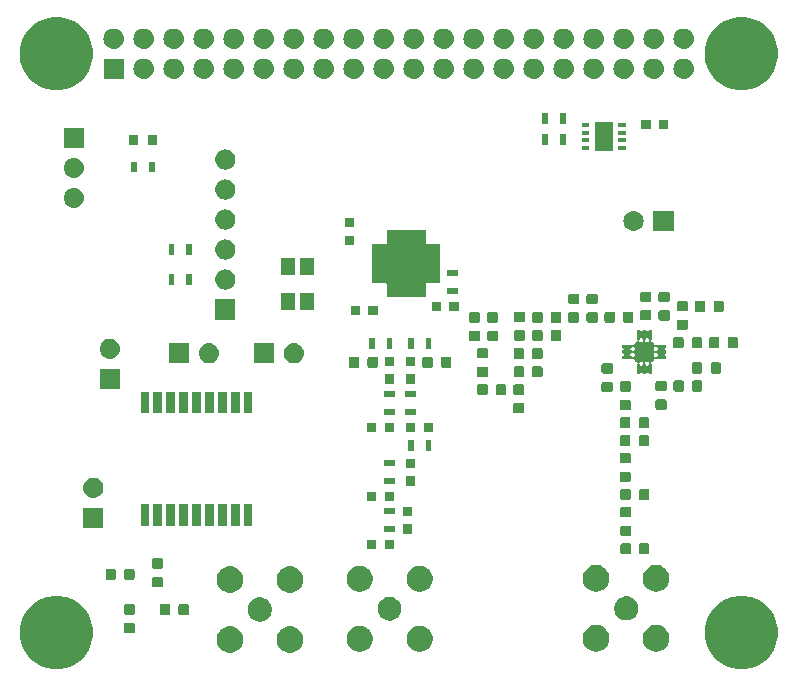
<source format=gts>
G04 #@! TF.GenerationSoftware,KiCad,Pcbnew,5.0.1-33cea8e~67~ubuntu18.04.1*
G04 #@! TF.CreationDate,2018-10-19T14:06:38-05:00*
G04 #@! TF.ProjectId,PiHatAx5043,50694861744178353034332E6B696361,V1.3*
G04 #@! TF.SameCoordinates,Original*
G04 #@! TF.FileFunction,Soldermask,Top*
G04 #@! TF.FilePolarity,Negative*
%FSLAX46Y46*%
G04 Gerber Fmt 4.6, Leading zero omitted, Abs format (unit mm)*
G04 Created by KiCad (PCBNEW 5.0.1-33cea8e~67~ubuntu18.04.1) date Fri 19 Oct 2018 02:06:38 PM CDT*
%MOMM*%
%LPD*%
G01*
G04 APERTURE LIST*
%ADD10C,0.100000*%
G04 APERTURE END LIST*
D10*
G36*
X106041100Y-88066790D02*
X106304237Y-88119131D01*
X106868401Y-88352815D01*
X107376135Y-88692072D01*
X107807928Y-89123865D01*
X108147185Y-89631599D01*
X108380869Y-90195763D01*
X108380869Y-90195764D01*
X108500000Y-90794675D01*
X108500000Y-91405325D01*
X108476760Y-91522158D01*
X108380869Y-92004237D01*
X108147185Y-92568401D01*
X107807928Y-93076135D01*
X107376135Y-93507928D01*
X106868401Y-93847185D01*
X106304237Y-94080869D01*
X106104599Y-94120579D01*
X105705325Y-94200000D01*
X105094675Y-94200000D01*
X104695401Y-94120579D01*
X104495763Y-94080869D01*
X103931599Y-93847185D01*
X103423865Y-93507928D01*
X102992072Y-93076135D01*
X102652815Y-92568401D01*
X102419131Y-92004237D01*
X102323240Y-91522158D01*
X102300000Y-91405325D01*
X102300000Y-90794675D01*
X102419131Y-90195764D01*
X102419131Y-90195763D01*
X102652815Y-89631599D01*
X102992072Y-89123865D01*
X103423865Y-88692072D01*
X103931599Y-88352815D01*
X104495763Y-88119131D01*
X104758900Y-88066790D01*
X105094675Y-88000000D01*
X105705325Y-88000000D01*
X106041100Y-88066790D01*
X106041100Y-88066790D01*
G37*
G36*
X48041100Y-88066790D02*
X48304237Y-88119131D01*
X48868401Y-88352815D01*
X49376135Y-88692072D01*
X49807928Y-89123865D01*
X50147185Y-89631599D01*
X50380869Y-90195763D01*
X50380869Y-90195764D01*
X50500000Y-90794675D01*
X50500000Y-91405325D01*
X50476760Y-91522158D01*
X50380869Y-92004237D01*
X50147185Y-92568401D01*
X49807928Y-93076135D01*
X49376135Y-93507928D01*
X48868401Y-93847185D01*
X48304237Y-94080869D01*
X48104599Y-94120579D01*
X47705325Y-94200000D01*
X47094675Y-94200000D01*
X46695401Y-94120579D01*
X46495763Y-94080869D01*
X45931599Y-93847185D01*
X45423865Y-93507928D01*
X44992072Y-93076135D01*
X44652815Y-92568401D01*
X44419131Y-92004237D01*
X44323240Y-91522158D01*
X44300000Y-91405325D01*
X44300000Y-90794675D01*
X44419131Y-90195764D01*
X44419131Y-90195763D01*
X44652815Y-89631599D01*
X44992072Y-89123865D01*
X45423865Y-88692072D01*
X45931599Y-88352815D01*
X46495763Y-88119131D01*
X46758900Y-88066790D01*
X47094675Y-88000000D01*
X47705325Y-88000000D01*
X48041100Y-88066790D01*
X48041100Y-88066790D01*
G37*
G36*
X67348140Y-90579808D02*
X67511150Y-90612233D01*
X67715887Y-90697038D01*
X67834178Y-90776078D01*
X67900148Y-90820158D01*
X68056842Y-90976852D01*
X68056844Y-90976855D01*
X68179962Y-91161113D01*
X68264767Y-91365850D01*
X68308000Y-91583197D01*
X68308000Y-91804803D01*
X68264767Y-92022150D01*
X68179962Y-92226887D01*
X68179961Y-92226888D01*
X68056842Y-92411148D01*
X67900148Y-92567842D01*
X67900145Y-92567844D01*
X67715887Y-92690962D01*
X67511150Y-92775767D01*
X67348140Y-92808192D01*
X67293804Y-92819000D01*
X67072196Y-92819000D01*
X67017860Y-92808192D01*
X66854850Y-92775767D01*
X66650113Y-92690962D01*
X66465855Y-92567844D01*
X66465852Y-92567842D01*
X66309158Y-92411148D01*
X66186039Y-92226888D01*
X66186038Y-92226887D01*
X66101233Y-92022150D01*
X66058000Y-91804803D01*
X66058000Y-91583197D01*
X66101233Y-91365850D01*
X66186038Y-91161113D01*
X66309156Y-90976855D01*
X66309158Y-90976852D01*
X66465852Y-90820158D01*
X66531822Y-90776078D01*
X66650113Y-90697038D01*
X66854850Y-90612233D01*
X67017860Y-90579808D01*
X67072196Y-90569000D01*
X67293804Y-90569000D01*
X67348140Y-90579808D01*
X67348140Y-90579808D01*
G37*
G36*
X62268140Y-90579808D02*
X62431150Y-90612233D01*
X62635887Y-90697038D01*
X62754178Y-90776078D01*
X62820148Y-90820158D01*
X62976842Y-90976852D01*
X62976844Y-90976855D01*
X63099962Y-91161113D01*
X63184767Y-91365850D01*
X63228000Y-91583197D01*
X63228000Y-91804803D01*
X63184767Y-92022150D01*
X63099962Y-92226887D01*
X63099961Y-92226888D01*
X62976842Y-92411148D01*
X62820148Y-92567842D01*
X62820145Y-92567844D01*
X62635887Y-92690962D01*
X62431150Y-92775767D01*
X62268140Y-92808192D01*
X62213804Y-92819000D01*
X61992196Y-92819000D01*
X61937860Y-92808192D01*
X61774850Y-92775767D01*
X61570113Y-92690962D01*
X61385855Y-92567844D01*
X61385852Y-92567842D01*
X61229158Y-92411148D01*
X61106039Y-92226888D01*
X61106038Y-92226887D01*
X61021233Y-92022150D01*
X60978000Y-91804803D01*
X60978000Y-91583197D01*
X61021233Y-91365850D01*
X61106038Y-91161113D01*
X61229156Y-90976855D01*
X61229158Y-90976852D01*
X61385852Y-90820158D01*
X61451822Y-90776078D01*
X61570113Y-90697038D01*
X61774850Y-90612233D01*
X61937860Y-90579808D01*
X61992196Y-90569000D01*
X62213804Y-90569000D01*
X62268140Y-90579808D01*
X62268140Y-90579808D01*
G37*
G36*
X78489357Y-90572772D02*
X78689542Y-90655691D01*
X78689545Y-90655693D01*
X78751424Y-90697039D01*
X78869713Y-90776078D01*
X79022922Y-90929287D01*
X79143309Y-91109458D01*
X79226228Y-91309643D01*
X79268500Y-91522158D01*
X79268500Y-91738842D01*
X79226228Y-91951357D01*
X79143309Y-92151542D01*
X79143307Y-92151545D01*
X79037733Y-92309548D01*
X79022922Y-92331713D01*
X78869713Y-92484922D01*
X78869710Y-92484924D01*
X78869709Y-92484925D01*
X78713410Y-92589361D01*
X78689542Y-92605309D01*
X78489357Y-92688228D01*
X78276842Y-92730500D01*
X78060158Y-92730500D01*
X77847643Y-92688228D01*
X77647458Y-92605309D01*
X77623590Y-92589361D01*
X77467291Y-92484925D01*
X77467290Y-92484924D01*
X77467287Y-92484922D01*
X77314078Y-92331713D01*
X77299268Y-92309548D01*
X77193693Y-92151545D01*
X77193691Y-92151542D01*
X77110772Y-91951357D01*
X77068500Y-91738842D01*
X77068500Y-91522158D01*
X77110772Y-91309643D01*
X77193691Y-91109458D01*
X77314078Y-90929287D01*
X77467287Y-90776078D01*
X77585577Y-90697039D01*
X77647455Y-90655693D01*
X77647458Y-90655691D01*
X77847643Y-90572772D01*
X78060158Y-90530500D01*
X78276842Y-90530500D01*
X78489357Y-90572772D01*
X78489357Y-90572772D01*
G37*
G36*
X73409357Y-90572772D02*
X73609542Y-90655691D01*
X73609545Y-90655693D01*
X73671424Y-90697039D01*
X73789713Y-90776078D01*
X73942922Y-90929287D01*
X74063309Y-91109458D01*
X74146228Y-91309643D01*
X74188500Y-91522158D01*
X74188500Y-91738842D01*
X74146228Y-91951357D01*
X74063309Y-92151542D01*
X74063307Y-92151545D01*
X73957733Y-92309548D01*
X73942922Y-92331713D01*
X73789713Y-92484922D01*
X73789710Y-92484924D01*
X73789709Y-92484925D01*
X73633410Y-92589361D01*
X73609542Y-92605309D01*
X73409357Y-92688228D01*
X73196842Y-92730500D01*
X72980158Y-92730500D01*
X72767643Y-92688228D01*
X72567458Y-92605309D01*
X72543590Y-92589361D01*
X72387291Y-92484925D01*
X72387290Y-92484924D01*
X72387287Y-92484922D01*
X72234078Y-92331713D01*
X72219268Y-92309548D01*
X72113693Y-92151545D01*
X72113691Y-92151542D01*
X72030772Y-91951357D01*
X71988500Y-91738842D01*
X71988500Y-91522158D01*
X72030772Y-91309643D01*
X72113691Y-91109458D01*
X72234078Y-90929287D01*
X72387287Y-90776078D01*
X72505577Y-90697039D01*
X72567455Y-90655693D01*
X72567458Y-90655691D01*
X72767643Y-90572772D01*
X72980158Y-90530500D01*
X73196842Y-90530500D01*
X73409357Y-90572772D01*
X73409357Y-90572772D01*
G37*
G36*
X93281540Y-90478208D02*
X93444550Y-90510633D01*
X93649287Y-90595438D01*
X93649288Y-90595439D01*
X93833548Y-90718558D01*
X93990242Y-90875252D01*
X93990244Y-90875255D01*
X94113362Y-91059513D01*
X94198167Y-91264250D01*
X94241400Y-91481597D01*
X94241400Y-91703203D01*
X94198167Y-91920550D01*
X94113362Y-92125287D01*
X94045474Y-92226888D01*
X93990242Y-92309548D01*
X93833548Y-92466242D01*
X93833545Y-92466244D01*
X93649287Y-92589362D01*
X93444550Y-92674167D01*
X93281540Y-92706592D01*
X93227204Y-92717400D01*
X93005596Y-92717400D01*
X92951260Y-92706592D01*
X92788250Y-92674167D01*
X92583513Y-92589362D01*
X92399255Y-92466244D01*
X92399252Y-92466242D01*
X92242558Y-92309548D01*
X92187326Y-92226888D01*
X92119438Y-92125287D01*
X92034633Y-91920550D01*
X91991400Y-91703203D01*
X91991400Y-91481597D01*
X92034633Y-91264250D01*
X92119438Y-91059513D01*
X92242556Y-90875255D01*
X92242558Y-90875252D01*
X92399252Y-90718558D01*
X92583512Y-90595439D01*
X92583513Y-90595438D01*
X92788250Y-90510633D01*
X92951260Y-90478208D01*
X93005596Y-90467400D01*
X93227204Y-90467400D01*
X93281540Y-90478208D01*
X93281540Y-90478208D01*
G37*
G36*
X98361540Y-90478208D02*
X98524550Y-90510633D01*
X98729287Y-90595438D01*
X98729288Y-90595439D01*
X98913548Y-90718558D01*
X99070242Y-90875252D01*
X99070244Y-90875255D01*
X99193362Y-91059513D01*
X99278167Y-91264250D01*
X99321400Y-91481597D01*
X99321400Y-91703203D01*
X99278167Y-91920550D01*
X99193362Y-92125287D01*
X99125474Y-92226888D01*
X99070242Y-92309548D01*
X98913548Y-92466242D01*
X98913545Y-92466244D01*
X98729287Y-92589362D01*
X98524550Y-92674167D01*
X98361540Y-92706592D01*
X98307204Y-92717400D01*
X98085596Y-92717400D01*
X98031260Y-92706592D01*
X97868250Y-92674167D01*
X97663513Y-92589362D01*
X97479255Y-92466244D01*
X97479252Y-92466242D01*
X97322558Y-92309548D01*
X97267326Y-92226888D01*
X97199438Y-92125287D01*
X97114633Y-91920550D01*
X97071400Y-91703203D01*
X97071400Y-91481597D01*
X97114633Y-91264250D01*
X97199438Y-91059513D01*
X97322556Y-90875255D01*
X97322558Y-90875252D01*
X97479252Y-90718558D01*
X97663512Y-90595439D01*
X97663513Y-90595438D01*
X97868250Y-90510633D01*
X98031260Y-90478208D01*
X98085596Y-90467400D01*
X98307204Y-90467400D01*
X98361540Y-90478208D01*
X98361540Y-90478208D01*
G37*
G36*
X53943116Y-90294995D02*
X53972313Y-90303852D01*
X53999218Y-90318233D01*
X54022808Y-90337592D01*
X54042167Y-90361182D01*
X54056548Y-90388087D01*
X54065405Y-90417284D01*
X54069000Y-90453790D01*
X54069000Y-91004010D01*
X54065405Y-91040516D01*
X54056548Y-91069713D01*
X54042167Y-91096618D01*
X54022808Y-91120208D01*
X53999218Y-91139567D01*
X53972313Y-91153948D01*
X53943116Y-91162805D01*
X53906610Y-91166400D01*
X53281390Y-91166400D01*
X53244884Y-91162805D01*
X53215687Y-91153948D01*
X53188782Y-91139567D01*
X53165192Y-91120208D01*
X53145833Y-91096618D01*
X53131452Y-91069713D01*
X53122595Y-91040516D01*
X53119000Y-91004010D01*
X53119000Y-90453790D01*
X53122595Y-90417284D01*
X53131452Y-90388087D01*
X53145833Y-90361182D01*
X53165192Y-90337592D01*
X53188782Y-90318233D01*
X53215687Y-90303852D01*
X53244884Y-90294995D01*
X53281390Y-90291400D01*
X53906610Y-90291400D01*
X53943116Y-90294995D01*
X53943116Y-90294995D01*
G37*
G36*
X64793461Y-88138848D02*
X64941982Y-88168390D01*
X65128520Y-88245656D01*
X65296400Y-88357830D01*
X65439170Y-88500600D01*
X65551344Y-88668480D01*
X65628610Y-88855018D01*
X65668000Y-89053046D01*
X65668000Y-89254954D01*
X65628610Y-89452982D01*
X65551344Y-89639520D01*
X65439170Y-89807400D01*
X65296400Y-89950170D01*
X65128520Y-90062344D01*
X64941982Y-90139610D01*
X64793461Y-90169153D01*
X64743955Y-90179000D01*
X64542045Y-90179000D01*
X64492539Y-90169153D01*
X64344018Y-90139610D01*
X64157480Y-90062344D01*
X63989600Y-89950170D01*
X63846830Y-89807400D01*
X63734656Y-89639520D01*
X63657390Y-89452982D01*
X63618000Y-89254954D01*
X63618000Y-89053046D01*
X63657390Y-88855018D01*
X63734656Y-88668480D01*
X63846830Y-88500600D01*
X63989600Y-88357830D01*
X64157480Y-88245656D01*
X64344018Y-88168390D01*
X64492539Y-88138848D01*
X64542045Y-88129000D01*
X64743955Y-88129000D01*
X64793461Y-88138848D01*
X64793461Y-88138848D01*
G37*
G36*
X75804270Y-88105872D02*
X75920189Y-88128929D01*
X76102178Y-88204311D01*
X76265963Y-88313749D01*
X76405251Y-88453037D01*
X76514689Y-88616822D01*
X76590071Y-88798811D01*
X76609751Y-88897750D01*
X76620432Y-88951445D01*
X76628500Y-88992009D01*
X76628500Y-89188991D01*
X76590071Y-89382189D01*
X76514689Y-89564178D01*
X76405251Y-89727963D01*
X76265963Y-89867251D01*
X76102178Y-89976689D01*
X75920189Y-90052071D01*
X75804270Y-90075128D01*
X75726993Y-90090500D01*
X75530007Y-90090500D01*
X75452730Y-90075128D01*
X75336811Y-90052071D01*
X75154822Y-89976689D01*
X74991037Y-89867251D01*
X74851749Y-89727963D01*
X74742311Y-89564178D01*
X74666929Y-89382189D01*
X74628500Y-89188991D01*
X74628500Y-88992009D01*
X74636569Y-88951445D01*
X74647249Y-88897750D01*
X74666929Y-88798811D01*
X74742311Y-88616822D01*
X74851749Y-88453037D01*
X74991037Y-88313749D01*
X75154822Y-88204311D01*
X75336811Y-88128929D01*
X75452730Y-88105872D01*
X75530007Y-88090500D01*
X75726993Y-88090500D01*
X75804270Y-88105872D01*
X75804270Y-88105872D01*
G37*
G36*
X95806861Y-88037248D02*
X95955382Y-88066790D01*
X96141920Y-88144056D01*
X96309800Y-88256230D01*
X96452570Y-88399000D01*
X96564744Y-88566880D01*
X96642010Y-88753418D01*
X96681400Y-88951446D01*
X96681400Y-89153354D01*
X96642010Y-89351382D01*
X96564744Y-89537920D01*
X96452570Y-89705800D01*
X96309800Y-89848570D01*
X96141920Y-89960744D01*
X95955382Y-90038010D01*
X95833056Y-90062342D01*
X95757355Y-90077400D01*
X95555445Y-90077400D01*
X95479744Y-90062342D01*
X95357418Y-90038010D01*
X95170880Y-89960744D01*
X95003000Y-89848570D01*
X94860230Y-89705800D01*
X94748056Y-89537920D01*
X94670790Y-89351382D01*
X94631400Y-89153354D01*
X94631400Y-88951446D01*
X94670790Y-88753418D01*
X94748056Y-88566880D01*
X94860230Y-88399000D01*
X95003000Y-88256230D01*
X95170880Y-88144056D01*
X95357418Y-88066790D01*
X95505939Y-88037247D01*
X95555445Y-88027400D01*
X95757355Y-88027400D01*
X95806861Y-88037248D01*
X95806861Y-88037248D01*
G37*
G36*
X58503116Y-88682595D02*
X58532313Y-88691452D01*
X58559218Y-88705833D01*
X58582808Y-88725192D01*
X58602167Y-88748782D01*
X58616548Y-88775687D01*
X58625405Y-88804884D01*
X58629000Y-88841390D01*
X58629000Y-89466610D01*
X58625405Y-89503116D01*
X58616548Y-89532313D01*
X58602167Y-89559218D01*
X58582808Y-89582808D01*
X58559218Y-89602167D01*
X58532313Y-89616548D01*
X58503116Y-89625405D01*
X58466610Y-89629000D01*
X57916390Y-89629000D01*
X57879884Y-89625405D01*
X57850687Y-89616548D01*
X57823782Y-89602167D01*
X57800192Y-89582808D01*
X57780833Y-89559218D01*
X57766452Y-89532313D01*
X57757595Y-89503116D01*
X57754000Y-89466610D01*
X57754000Y-88841390D01*
X57757595Y-88804884D01*
X57766452Y-88775687D01*
X57780833Y-88748782D01*
X57800192Y-88725192D01*
X57823782Y-88705833D01*
X57850687Y-88691452D01*
X57879884Y-88682595D01*
X57916390Y-88679000D01*
X58466610Y-88679000D01*
X58503116Y-88682595D01*
X58503116Y-88682595D01*
G37*
G36*
X56928116Y-88682595D02*
X56957313Y-88691452D01*
X56984218Y-88705833D01*
X57007808Y-88725192D01*
X57027167Y-88748782D01*
X57041548Y-88775687D01*
X57050405Y-88804884D01*
X57054000Y-88841390D01*
X57054000Y-89466610D01*
X57050405Y-89503116D01*
X57041548Y-89532313D01*
X57027167Y-89559218D01*
X57007808Y-89582808D01*
X56984218Y-89602167D01*
X56957313Y-89616548D01*
X56928116Y-89625405D01*
X56891610Y-89629000D01*
X56341390Y-89629000D01*
X56304884Y-89625405D01*
X56275687Y-89616548D01*
X56248782Y-89602167D01*
X56225192Y-89582808D01*
X56205833Y-89559218D01*
X56191452Y-89532313D01*
X56182595Y-89503116D01*
X56179000Y-89466610D01*
X56179000Y-88841390D01*
X56182595Y-88804884D01*
X56191452Y-88775687D01*
X56205833Y-88748782D01*
X56225192Y-88725192D01*
X56248782Y-88705833D01*
X56275687Y-88691452D01*
X56304884Y-88682595D01*
X56341390Y-88679000D01*
X56891610Y-88679000D01*
X56928116Y-88682595D01*
X56928116Y-88682595D01*
G37*
G36*
X53943116Y-88719995D02*
X53972313Y-88728852D01*
X53999218Y-88743233D01*
X54022808Y-88762592D01*
X54042167Y-88786182D01*
X54056548Y-88813087D01*
X54065405Y-88842284D01*
X54069000Y-88878790D01*
X54069000Y-89429010D01*
X54065405Y-89465516D01*
X54056548Y-89494713D01*
X54042167Y-89521618D01*
X54022808Y-89545208D01*
X53999218Y-89564567D01*
X53972313Y-89578948D01*
X53943116Y-89587805D01*
X53906610Y-89591400D01*
X53281390Y-89591400D01*
X53244884Y-89587805D01*
X53215687Y-89578948D01*
X53188782Y-89564567D01*
X53165192Y-89545208D01*
X53145833Y-89521618D01*
X53131452Y-89494713D01*
X53122595Y-89465516D01*
X53119000Y-89429010D01*
X53119000Y-88878790D01*
X53122595Y-88842284D01*
X53131452Y-88813087D01*
X53145833Y-88786182D01*
X53165192Y-88762592D01*
X53188782Y-88743233D01*
X53215687Y-88728852D01*
X53244884Y-88719995D01*
X53281390Y-88716400D01*
X53906610Y-88716400D01*
X53943116Y-88719995D01*
X53943116Y-88719995D01*
G37*
G36*
X67348140Y-85499808D02*
X67511150Y-85532233D01*
X67715887Y-85617038D01*
X67834178Y-85696078D01*
X67900148Y-85740158D01*
X68056842Y-85896852D01*
X68056844Y-85896855D01*
X68179962Y-86081113D01*
X68264767Y-86285850D01*
X68288507Y-86405200D01*
X68307740Y-86501887D01*
X68308000Y-86503197D01*
X68308000Y-86724803D01*
X68264767Y-86942150D01*
X68179962Y-87146887D01*
X68058507Y-87328657D01*
X68056842Y-87331148D01*
X67900148Y-87487842D01*
X67900145Y-87487844D01*
X67715887Y-87610962D01*
X67511150Y-87695767D01*
X67348140Y-87728192D01*
X67293804Y-87739000D01*
X67072196Y-87739000D01*
X67017860Y-87728192D01*
X66854850Y-87695767D01*
X66650113Y-87610962D01*
X66465855Y-87487844D01*
X66465852Y-87487842D01*
X66309158Y-87331148D01*
X66307493Y-87328657D01*
X66186038Y-87146887D01*
X66101233Y-86942150D01*
X66058000Y-86724803D01*
X66058000Y-86503197D01*
X66058261Y-86501887D01*
X66077493Y-86405200D01*
X66101233Y-86285850D01*
X66186038Y-86081113D01*
X66309156Y-85896855D01*
X66309158Y-85896852D01*
X66465852Y-85740158D01*
X66531822Y-85696078D01*
X66650113Y-85617038D01*
X66854850Y-85532233D01*
X67017860Y-85499808D01*
X67072196Y-85489000D01*
X67293804Y-85489000D01*
X67348140Y-85499808D01*
X67348140Y-85499808D01*
G37*
G36*
X62268140Y-85499808D02*
X62431150Y-85532233D01*
X62635887Y-85617038D01*
X62754178Y-85696078D01*
X62820148Y-85740158D01*
X62976842Y-85896852D01*
X62976844Y-85896855D01*
X63099962Y-86081113D01*
X63184767Y-86285850D01*
X63208507Y-86405200D01*
X63227740Y-86501887D01*
X63228000Y-86503197D01*
X63228000Y-86724803D01*
X63184767Y-86942150D01*
X63099962Y-87146887D01*
X62978507Y-87328657D01*
X62976842Y-87331148D01*
X62820148Y-87487842D01*
X62820145Y-87487844D01*
X62635887Y-87610962D01*
X62431150Y-87695767D01*
X62268140Y-87728192D01*
X62213804Y-87739000D01*
X61992196Y-87739000D01*
X61937860Y-87728192D01*
X61774850Y-87695767D01*
X61570113Y-87610962D01*
X61385855Y-87487844D01*
X61385852Y-87487842D01*
X61229158Y-87331148D01*
X61227493Y-87328657D01*
X61106038Y-87146887D01*
X61021233Y-86942150D01*
X60978000Y-86724803D01*
X60978000Y-86503197D01*
X60978261Y-86501887D01*
X60997493Y-86405200D01*
X61021233Y-86285850D01*
X61106038Y-86081113D01*
X61229156Y-85896855D01*
X61229158Y-85896852D01*
X61385852Y-85740158D01*
X61451822Y-85696078D01*
X61570113Y-85617038D01*
X61774850Y-85532233D01*
X61937860Y-85499808D01*
X61992196Y-85489000D01*
X62213804Y-85489000D01*
X62268140Y-85499808D01*
X62268140Y-85499808D01*
G37*
G36*
X73409357Y-85492772D02*
X73609542Y-85575691D01*
X73609545Y-85575693D01*
X73784730Y-85692748D01*
X73789713Y-85696078D01*
X73942922Y-85849287D01*
X73942924Y-85849290D01*
X73942925Y-85849291D01*
X73974704Y-85896852D01*
X74063309Y-86029458D01*
X74146228Y-86229643D01*
X74188500Y-86442158D01*
X74188500Y-86658842D01*
X74146228Y-86871357D01*
X74063309Y-87071542D01*
X74063307Y-87071545D01*
X73957733Y-87229548D01*
X73942922Y-87251713D01*
X73789713Y-87404922D01*
X73609542Y-87525309D01*
X73409357Y-87608228D01*
X73196842Y-87650500D01*
X72980158Y-87650500D01*
X72767643Y-87608228D01*
X72567458Y-87525309D01*
X72387287Y-87404922D01*
X72234078Y-87251713D01*
X72219268Y-87229548D01*
X72113693Y-87071545D01*
X72113691Y-87071542D01*
X72030772Y-86871357D01*
X71988500Y-86658842D01*
X71988500Y-86442158D01*
X72030772Y-86229643D01*
X72113691Y-86029458D01*
X72202296Y-85896852D01*
X72234075Y-85849291D01*
X72234076Y-85849290D01*
X72234078Y-85849287D01*
X72387287Y-85696078D01*
X72392271Y-85692748D01*
X72567455Y-85575693D01*
X72567458Y-85575691D01*
X72767643Y-85492772D01*
X72980158Y-85450500D01*
X73196842Y-85450500D01*
X73409357Y-85492772D01*
X73409357Y-85492772D01*
G37*
G36*
X78489357Y-85492772D02*
X78689542Y-85575691D01*
X78689545Y-85575693D01*
X78864730Y-85692748D01*
X78869713Y-85696078D01*
X79022922Y-85849287D01*
X79022924Y-85849290D01*
X79022925Y-85849291D01*
X79054704Y-85896852D01*
X79143309Y-86029458D01*
X79226228Y-86229643D01*
X79268500Y-86442158D01*
X79268500Y-86658842D01*
X79226228Y-86871357D01*
X79143309Y-87071542D01*
X79143307Y-87071545D01*
X79037733Y-87229548D01*
X79022922Y-87251713D01*
X78869713Y-87404922D01*
X78689542Y-87525309D01*
X78489357Y-87608228D01*
X78276842Y-87650500D01*
X78060158Y-87650500D01*
X77847643Y-87608228D01*
X77647458Y-87525309D01*
X77467287Y-87404922D01*
X77314078Y-87251713D01*
X77299268Y-87229548D01*
X77193693Y-87071545D01*
X77193691Y-87071542D01*
X77110772Y-86871357D01*
X77068500Y-86658842D01*
X77068500Y-86442158D01*
X77110772Y-86229643D01*
X77193691Y-86029458D01*
X77282296Y-85896852D01*
X77314075Y-85849291D01*
X77314076Y-85849290D01*
X77314078Y-85849287D01*
X77467287Y-85696078D01*
X77472271Y-85692748D01*
X77647455Y-85575693D01*
X77647458Y-85575691D01*
X77847643Y-85492772D01*
X78060158Y-85450500D01*
X78276842Y-85450500D01*
X78489357Y-85492772D01*
X78489357Y-85492772D01*
G37*
G36*
X93281540Y-85398208D02*
X93444550Y-85430633D01*
X93649287Y-85515438D01*
X93788583Y-85608513D01*
X93833548Y-85638558D01*
X93990242Y-85795252D01*
X93990244Y-85795255D01*
X94113362Y-85979513D01*
X94198167Y-86184250D01*
X94207196Y-86229642D01*
X94241400Y-86401596D01*
X94241400Y-86623204D01*
X94235474Y-86652997D01*
X94198167Y-86840550D01*
X94113362Y-87045287D01*
X94045474Y-87146888D01*
X93990242Y-87229548D01*
X93833548Y-87386242D01*
X93833545Y-87386244D01*
X93649287Y-87509362D01*
X93444550Y-87594167D01*
X93281540Y-87626592D01*
X93227204Y-87637400D01*
X93005596Y-87637400D01*
X92951260Y-87626592D01*
X92788250Y-87594167D01*
X92583513Y-87509362D01*
X92399255Y-87386244D01*
X92399252Y-87386242D01*
X92242558Y-87229548D01*
X92187326Y-87146888D01*
X92119438Y-87045287D01*
X92034633Y-86840550D01*
X91997326Y-86652997D01*
X91991400Y-86623204D01*
X91991400Y-86401596D01*
X92025604Y-86229642D01*
X92034633Y-86184250D01*
X92119438Y-85979513D01*
X92242556Y-85795255D01*
X92242558Y-85795252D01*
X92399252Y-85638558D01*
X92444217Y-85608513D01*
X92583513Y-85515438D01*
X92788250Y-85430633D01*
X92951260Y-85398208D01*
X93005596Y-85387400D01*
X93227204Y-85387400D01*
X93281540Y-85398208D01*
X93281540Y-85398208D01*
G37*
G36*
X98361540Y-85398208D02*
X98524550Y-85430633D01*
X98729287Y-85515438D01*
X98868583Y-85608513D01*
X98913548Y-85638558D01*
X99070242Y-85795252D01*
X99070244Y-85795255D01*
X99193362Y-85979513D01*
X99278167Y-86184250D01*
X99287196Y-86229642D01*
X99321400Y-86401596D01*
X99321400Y-86623204D01*
X99315474Y-86652997D01*
X99278167Y-86840550D01*
X99193362Y-87045287D01*
X99125474Y-87146888D01*
X99070242Y-87229548D01*
X98913548Y-87386242D01*
X98913545Y-87386244D01*
X98729287Y-87509362D01*
X98524550Y-87594167D01*
X98361540Y-87626592D01*
X98307204Y-87637400D01*
X98085596Y-87637400D01*
X98031260Y-87626592D01*
X97868250Y-87594167D01*
X97663513Y-87509362D01*
X97479255Y-87386244D01*
X97479252Y-87386242D01*
X97322558Y-87229548D01*
X97267326Y-87146888D01*
X97199438Y-87045287D01*
X97114633Y-86840550D01*
X97077326Y-86652997D01*
X97071400Y-86623204D01*
X97071400Y-86401596D01*
X97105604Y-86229642D01*
X97114633Y-86184250D01*
X97199438Y-85979513D01*
X97322556Y-85795255D01*
X97322558Y-85795252D01*
X97479252Y-85638558D01*
X97524217Y-85608513D01*
X97663513Y-85515438D01*
X97868250Y-85430633D01*
X98031260Y-85398208D01*
X98085596Y-85387400D01*
X98307204Y-85387400D01*
X98361540Y-85398208D01*
X98361540Y-85398208D01*
G37*
G36*
X56330716Y-86408795D02*
X56359913Y-86417652D01*
X56386818Y-86432033D01*
X56410408Y-86451392D01*
X56429767Y-86474982D01*
X56444148Y-86501887D01*
X56453005Y-86531084D01*
X56456600Y-86567590D01*
X56456600Y-87117810D01*
X56453005Y-87154316D01*
X56444148Y-87183513D01*
X56429767Y-87210418D01*
X56410408Y-87234008D01*
X56386818Y-87253367D01*
X56359913Y-87267748D01*
X56330716Y-87276605D01*
X56294210Y-87280200D01*
X55668990Y-87280200D01*
X55632484Y-87276605D01*
X55603287Y-87267748D01*
X55576382Y-87253367D01*
X55552792Y-87234008D01*
X55533433Y-87210418D01*
X55519052Y-87183513D01*
X55510195Y-87154316D01*
X55506600Y-87117810D01*
X55506600Y-86567590D01*
X55510195Y-86531084D01*
X55519052Y-86501887D01*
X55533433Y-86474982D01*
X55552792Y-86451392D01*
X55576382Y-86432033D01*
X55603287Y-86417652D01*
X55632484Y-86408795D01*
X55668990Y-86405200D01*
X56294210Y-86405200D01*
X56330716Y-86408795D01*
X56330716Y-86408795D01*
G37*
G36*
X52330716Y-85710795D02*
X52359913Y-85719652D01*
X52386818Y-85734033D01*
X52410408Y-85753392D01*
X52429767Y-85776982D01*
X52444148Y-85803887D01*
X52453005Y-85833084D01*
X52456600Y-85869590D01*
X52456600Y-86494810D01*
X52453005Y-86531316D01*
X52444148Y-86560513D01*
X52429767Y-86587418D01*
X52410408Y-86611008D01*
X52386818Y-86630367D01*
X52359913Y-86644748D01*
X52330716Y-86653605D01*
X52294210Y-86657200D01*
X51743990Y-86657200D01*
X51707484Y-86653605D01*
X51678287Y-86644748D01*
X51651382Y-86630367D01*
X51627792Y-86611008D01*
X51608433Y-86587418D01*
X51594052Y-86560513D01*
X51585195Y-86531316D01*
X51581600Y-86494810D01*
X51581600Y-85869590D01*
X51585195Y-85833084D01*
X51594052Y-85803887D01*
X51608433Y-85776982D01*
X51627792Y-85753392D01*
X51651382Y-85734033D01*
X51678287Y-85719652D01*
X51707484Y-85710795D01*
X51743990Y-85707200D01*
X52294210Y-85707200D01*
X52330716Y-85710795D01*
X52330716Y-85710795D01*
G37*
G36*
X53905716Y-85710795D02*
X53934913Y-85719652D01*
X53961818Y-85734033D01*
X53985408Y-85753392D01*
X54004767Y-85776982D01*
X54019148Y-85803887D01*
X54028005Y-85833084D01*
X54031600Y-85869590D01*
X54031600Y-86494810D01*
X54028005Y-86531316D01*
X54019148Y-86560513D01*
X54004767Y-86587418D01*
X53985408Y-86611008D01*
X53961818Y-86630367D01*
X53934913Y-86644748D01*
X53905716Y-86653605D01*
X53869210Y-86657200D01*
X53318990Y-86657200D01*
X53282484Y-86653605D01*
X53253287Y-86644748D01*
X53226382Y-86630367D01*
X53202792Y-86611008D01*
X53183433Y-86587418D01*
X53169052Y-86560513D01*
X53160195Y-86531316D01*
X53156600Y-86494810D01*
X53156600Y-85869590D01*
X53160195Y-85833084D01*
X53169052Y-85803887D01*
X53183433Y-85776982D01*
X53202792Y-85753392D01*
X53226382Y-85734033D01*
X53253287Y-85719652D01*
X53282484Y-85710795D01*
X53318990Y-85707200D01*
X53869210Y-85707200D01*
X53905716Y-85710795D01*
X53905716Y-85710795D01*
G37*
G36*
X56330716Y-84833795D02*
X56359913Y-84842652D01*
X56386818Y-84857033D01*
X56410408Y-84876392D01*
X56429767Y-84899982D01*
X56444148Y-84926887D01*
X56453005Y-84956084D01*
X56456600Y-84992590D01*
X56456600Y-85542810D01*
X56453005Y-85579316D01*
X56444148Y-85608513D01*
X56429767Y-85635418D01*
X56410408Y-85659008D01*
X56386818Y-85678367D01*
X56359913Y-85692748D01*
X56330716Y-85701605D01*
X56294210Y-85705200D01*
X55668990Y-85705200D01*
X55632484Y-85701605D01*
X55603287Y-85692748D01*
X55576382Y-85678367D01*
X55552792Y-85659008D01*
X55533433Y-85635418D01*
X55519052Y-85608513D01*
X55510195Y-85579316D01*
X55506600Y-85542810D01*
X55506600Y-84992590D01*
X55510195Y-84956084D01*
X55519052Y-84926887D01*
X55533433Y-84899982D01*
X55552792Y-84876392D01*
X55576382Y-84857033D01*
X55603287Y-84842652D01*
X55632484Y-84833795D01*
X55668990Y-84830200D01*
X56294210Y-84830200D01*
X56330716Y-84833795D01*
X56330716Y-84833795D01*
G37*
G36*
X97492116Y-83551795D02*
X97521313Y-83560652D01*
X97548218Y-83575033D01*
X97571808Y-83594392D01*
X97591167Y-83617982D01*
X97605548Y-83644887D01*
X97614405Y-83674084D01*
X97618000Y-83710590D01*
X97618000Y-84335810D01*
X97614405Y-84372316D01*
X97605548Y-84401513D01*
X97591167Y-84428418D01*
X97571808Y-84452008D01*
X97548218Y-84471367D01*
X97521313Y-84485748D01*
X97492116Y-84494605D01*
X97455610Y-84498200D01*
X96905390Y-84498200D01*
X96868884Y-84494605D01*
X96839687Y-84485748D01*
X96812782Y-84471367D01*
X96789192Y-84452008D01*
X96769833Y-84428418D01*
X96755452Y-84401513D01*
X96746595Y-84372316D01*
X96743000Y-84335810D01*
X96743000Y-83710590D01*
X96746595Y-83674084D01*
X96755452Y-83644887D01*
X96769833Y-83617982D01*
X96789192Y-83594392D01*
X96812782Y-83575033D01*
X96839687Y-83560652D01*
X96868884Y-83551795D01*
X96905390Y-83548200D01*
X97455610Y-83548200D01*
X97492116Y-83551795D01*
X97492116Y-83551795D01*
G37*
G36*
X95917116Y-83551795D02*
X95946313Y-83560652D01*
X95973218Y-83575033D01*
X95996808Y-83594392D01*
X96016167Y-83617982D01*
X96030548Y-83644887D01*
X96039405Y-83674084D01*
X96043000Y-83710590D01*
X96043000Y-84335810D01*
X96039405Y-84372316D01*
X96030548Y-84401513D01*
X96016167Y-84428418D01*
X95996808Y-84452008D01*
X95973218Y-84471367D01*
X95946313Y-84485748D01*
X95917116Y-84494605D01*
X95880610Y-84498200D01*
X95330390Y-84498200D01*
X95293884Y-84494605D01*
X95264687Y-84485748D01*
X95237782Y-84471367D01*
X95214192Y-84452008D01*
X95194833Y-84428418D01*
X95180452Y-84401513D01*
X95171595Y-84372316D01*
X95168000Y-84335810D01*
X95168000Y-83710590D01*
X95171595Y-83674084D01*
X95180452Y-83644887D01*
X95194833Y-83617982D01*
X95214192Y-83594392D01*
X95237782Y-83575033D01*
X95264687Y-83560652D01*
X95293884Y-83551795D01*
X95330390Y-83548200D01*
X95880610Y-83548200D01*
X95917116Y-83551795D01*
X95917116Y-83551795D01*
G37*
G36*
X74516500Y-84004500D02*
X73716500Y-84004500D01*
X73716500Y-83254500D01*
X74516500Y-83254500D01*
X74516500Y-84004500D01*
X74516500Y-84004500D01*
G37*
G36*
X76016500Y-84004500D02*
X75216500Y-84004500D01*
X75216500Y-83254500D01*
X76016500Y-83254500D01*
X76016500Y-84004500D01*
X76016500Y-84004500D01*
G37*
G36*
X95980116Y-82065395D02*
X96009313Y-82074252D01*
X96036218Y-82088633D01*
X96059808Y-82107992D01*
X96079167Y-82131582D01*
X96093548Y-82158487D01*
X96102405Y-82187684D01*
X96106000Y-82224190D01*
X96106000Y-82774410D01*
X96102405Y-82810916D01*
X96093548Y-82840113D01*
X96079167Y-82867018D01*
X96059808Y-82890608D01*
X96036218Y-82909967D01*
X96009313Y-82924348D01*
X95980116Y-82933205D01*
X95943610Y-82936800D01*
X95318390Y-82936800D01*
X95281884Y-82933205D01*
X95252687Y-82924348D01*
X95225782Y-82909967D01*
X95202192Y-82890608D01*
X95182833Y-82867018D01*
X95168452Y-82840113D01*
X95159595Y-82810916D01*
X95156000Y-82774410D01*
X95156000Y-82224190D01*
X95159595Y-82187684D01*
X95168452Y-82158487D01*
X95182833Y-82131582D01*
X95202192Y-82107992D01*
X95225782Y-82088633D01*
X95252687Y-82074252D01*
X95281884Y-82065395D01*
X95318390Y-82061800D01*
X95943610Y-82061800D01*
X95980116Y-82065395D01*
X95980116Y-82065395D01*
G37*
G36*
X77527500Y-82747500D02*
X76777500Y-82747500D01*
X76777500Y-81947500D01*
X77527500Y-81947500D01*
X77527500Y-82747500D01*
X77527500Y-82747500D01*
G37*
G36*
X76078500Y-82597500D02*
X75178500Y-82597500D01*
X75178500Y-82097500D01*
X76078500Y-82097500D01*
X76078500Y-82597500D01*
X76078500Y-82597500D01*
G37*
G36*
X51396000Y-82231600D02*
X49696000Y-82231600D01*
X49696000Y-80531600D01*
X51396000Y-80531600D01*
X51396000Y-82231600D01*
X51396000Y-82231600D01*
G37*
G36*
X56382800Y-82056400D02*
X55582800Y-82056400D01*
X55582800Y-80256400D01*
X56382800Y-80256400D01*
X56382800Y-82056400D01*
X56382800Y-82056400D01*
G37*
G36*
X57482800Y-82056400D02*
X56682800Y-82056400D01*
X56682800Y-80256400D01*
X57482800Y-80256400D01*
X57482800Y-82056400D01*
X57482800Y-82056400D01*
G37*
G36*
X58582800Y-82056400D02*
X57782800Y-82056400D01*
X57782800Y-80256400D01*
X58582800Y-80256400D01*
X58582800Y-82056400D01*
X58582800Y-82056400D01*
G37*
G36*
X59682800Y-82056400D02*
X58882800Y-82056400D01*
X58882800Y-80256400D01*
X59682800Y-80256400D01*
X59682800Y-82056400D01*
X59682800Y-82056400D01*
G37*
G36*
X60782800Y-82056400D02*
X59982800Y-82056400D01*
X59982800Y-80256400D01*
X60782800Y-80256400D01*
X60782800Y-82056400D01*
X60782800Y-82056400D01*
G37*
G36*
X61882800Y-82056400D02*
X61082800Y-82056400D01*
X61082800Y-80256400D01*
X61882800Y-80256400D01*
X61882800Y-82056400D01*
X61882800Y-82056400D01*
G37*
G36*
X62982800Y-82056400D02*
X62182800Y-82056400D01*
X62182800Y-80256400D01*
X62982800Y-80256400D01*
X62982800Y-82056400D01*
X62982800Y-82056400D01*
G37*
G36*
X63982800Y-82056400D02*
X63282800Y-82056400D01*
X63282800Y-80256400D01*
X63982800Y-80256400D01*
X63982800Y-82056400D01*
X63982800Y-82056400D01*
G37*
G36*
X55282800Y-82056400D02*
X54582800Y-82056400D01*
X54582800Y-80256400D01*
X55282800Y-80256400D01*
X55282800Y-82056400D01*
X55282800Y-82056400D01*
G37*
G36*
X95980116Y-80490395D02*
X96009313Y-80499252D01*
X96036218Y-80513633D01*
X96059808Y-80532992D01*
X96079167Y-80556582D01*
X96093548Y-80583487D01*
X96102405Y-80612684D01*
X96106000Y-80649190D01*
X96106000Y-81199410D01*
X96102405Y-81235916D01*
X96093548Y-81265113D01*
X96079167Y-81292018D01*
X96059808Y-81315608D01*
X96036218Y-81334967D01*
X96009313Y-81349348D01*
X95980116Y-81358205D01*
X95943610Y-81361800D01*
X95318390Y-81361800D01*
X95281884Y-81358205D01*
X95252687Y-81349348D01*
X95225782Y-81334967D01*
X95202192Y-81315608D01*
X95182833Y-81292018D01*
X95168452Y-81265113D01*
X95159595Y-81235916D01*
X95156000Y-81199410D01*
X95156000Y-80649190D01*
X95159595Y-80612684D01*
X95168452Y-80583487D01*
X95182833Y-80556582D01*
X95202192Y-80532992D01*
X95225782Y-80513633D01*
X95252687Y-80499252D01*
X95281884Y-80490395D01*
X95318390Y-80486800D01*
X95943610Y-80486800D01*
X95980116Y-80490395D01*
X95980116Y-80490395D01*
G37*
G36*
X77527500Y-81247500D02*
X76777500Y-81247500D01*
X76777500Y-80447500D01*
X77527500Y-80447500D01*
X77527500Y-81247500D01*
X77527500Y-81247500D01*
G37*
G36*
X76078500Y-81097500D02*
X75178500Y-81097500D01*
X75178500Y-80597500D01*
X76078500Y-80597500D01*
X76078500Y-81097500D01*
X76078500Y-81097500D01*
G37*
G36*
X74516500Y-79940500D02*
X73716500Y-79940500D01*
X73716500Y-79190500D01*
X74516500Y-79190500D01*
X74516500Y-79940500D01*
X74516500Y-79940500D01*
G37*
G36*
X76016500Y-79940500D02*
X75216500Y-79940500D01*
X75216500Y-79190500D01*
X76016500Y-79190500D01*
X76016500Y-79940500D01*
X76016500Y-79940500D01*
G37*
G36*
X97492116Y-78954395D02*
X97521313Y-78963252D01*
X97548218Y-78977633D01*
X97571808Y-78996992D01*
X97591167Y-79020582D01*
X97605548Y-79047487D01*
X97614405Y-79076684D01*
X97618000Y-79113190D01*
X97618000Y-79738410D01*
X97614405Y-79774916D01*
X97605548Y-79804113D01*
X97591167Y-79831018D01*
X97571808Y-79854608D01*
X97548218Y-79873967D01*
X97521313Y-79888348D01*
X97492116Y-79897205D01*
X97455610Y-79900800D01*
X96905390Y-79900800D01*
X96868884Y-79897205D01*
X96839687Y-79888348D01*
X96812782Y-79873967D01*
X96789192Y-79854608D01*
X96769833Y-79831018D01*
X96755452Y-79804113D01*
X96746595Y-79774916D01*
X96743000Y-79738410D01*
X96743000Y-79113190D01*
X96746595Y-79076684D01*
X96755452Y-79047487D01*
X96769833Y-79020582D01*
X96789192Y-78996992D01*
X96812782Y-78977633D01*
X96839687Y-78963252D01*
X96868884Y-78954395D01*
X96905390Y-78950800D01*
X97455610Y-78950800D01*
X97492116Y-78954395D01*
X97492116Y-78954395D01*
G37*
G36*
X95917116Y-78954395D02*
X95946313Y-78963252D01*
X95973218Y-78977633D01*
X95996808Y-78996992D01*
X96016167Y-79020582D01*
X96030548Y-79047487D01*
X96039405Y-79076684D01*
X96043000Y-79113190D01*
X96043000Y-79738410D01*
X96039405Y-79774916D01*
X96030548Y-79804113D01*
X96016167Y-79831018D01*
X95996808Y-79854608D01*
X95973218Y-79873967D01*
X95946313Y-79888348D01*
X95917116Y-79897205D01*
X95880610Y-79900800D01*
X95330390Y-79900800D01*
X95293884Y-79897205D01*
X95264687Y-79888348D01*
X95237782Y-79873967D01*
X95214192Y-79854608D01*
X95194833Y-79831018D01*
X95180452Y-79804113D01*
X95171595Y-79774916D01*
X95168000Y-79738410D01*
X95168000Y-79113190D01*
X95171595Y-79076684D01*
X95180452Y-79047487D01*
X95194833Y-79020582D01*
X95214192Y-78996992D01*
X95237782Y-78977633D01*
X95264687Y-78963252D01*
X95293884Y-78954395D01*
X95330390Y-78950800D01*
X95880610Y-78950800D01*
X95917116Y-78954395D01*
X95917116Y-78954395D01*
G37*
G36*
X50712630Y-78003899D02*
X50872855Y-78052503D01*
X51020520Y-78131431D01*
X51149949Y-78237651D01*
X51256169Y-78367080D01*
X51335097Y-78514745D01*
X51383701Y-78674970D01*
X51400112Y-78841600D01*
X51383701Y-79008230D01*
X51335097Y-79168455D01*
X51256169Y-79316120D01*
X51149949Y-79445549D01*
X51020520Y-79551769D01*
X50872855Y-79630697D01*
X50712630Y-79679301D01*
X50587752Y-79691600D01*
X50504248Y-79691600D01*
X50379370Y-79679301D01*
X50219145Y-79630697D01*
X50071480Y-79551769D01*
X49942051Y-79445549D01*
X49835831Y-79316120D01*
X49756903Y-79168455D01*
X49708299Y-79008230D01*
X49691888Y-78841600D01*
X49708299Y-78674970D01*
X49756903Y-78514745D01*
X49835831Y-78367080D01*
X49942051Y-78237651D01*
X50071480Y-78131431D01*
X50219145Y-78052503D01*
X50379370Y-78003899D01*
X50504248Y-77991600D01*
X50587752Y-77991600D01*
X50712630Y-78003899D01*
X50712630Y-78003899D01*
G37*
G36*
X77781500Y-78683500D02*
X77031500Y-78683500D01*
X77031500Y-77883500D01*
X77781500Y-77883500D01*
X77781500Y-78683500D01*
X77781500Y-78683500D01*
G37*
G36*
X76078500Y-78533500D02*
X75178500Y-78533500D01*
X75178500Y-78033500D01*
X76078500Y-78033500D01*
X76078500Y-78533500D01*
X76078500Y-78533500D01*
G37*
G36*
X95929316Y-77493395D02*
X95958513Y-77502252D01*
X95985418Y-77516633D01*
X96009008Y-77535992D01*
X96028367Y-77559582D01*
X96042748Y-77586487D01*
X96051605Y-77615684D01*
X96055200Y-77652190D01*
X96055200Y-78202410D01*
X96051605Y-78238916D01*
X96042748Y-78268113D01*
X96028367Y-78295018D01*
X96009008Y-78318608D01*
X95985418Y-78337967D01*
X95958513Y-78352348D01*
X95929316Y-78361205D01*
X95892810Y-78364800D01*
X95267590Y-78364800D01*
X95231084Y-78361205D01*
X95201887Y-78352348D01*
X95174982Y-78337967D01*
X95151392Y-78318608D01*
X95132033Y-78295018D01*
X95117652Y-78268113D01*
X95108795Y-78238916D01*
X95105200Y-78202410D01*
X95105200Y-77652190D01*
X95108795Y-77615684D01*
X95117652Y-77586487D01*
X95132033Y-77559582D01*
X95151392Y-77535992D01*
X95174982Y-77516633D01*
X95201887Y-77502252D01*
X95231084Y-77493395D01*
X95267590Y-77489800D01*
X95892810Y-77489800D01*
X95929316Y-77493395D01*
X95929316Y-77493395D01*
G37*
G36*
X77781500Y-77183500D02*
X77031500Y-77183500D01*
X77031500Y-76383500D01*
X77781500Y-76383500D01*
X77781500Y-77183500D01*
X77781500Y-77183500D01*
G37*
G36*
X76078500Y-77033500D02*
X75178500Y-77033500D01*
X75178500Y-76533500D01*
X76078500Y-76533500D01*
X76078500Y-77033500D01*
X76078500Y-77033500D01*
G37*
G36*
X95929316Y-75918395D02*
X95958513Y-75927252D01*
X95985418Y-75941633D01*
X96009008Y-75960992D01*
X96028367Y-75984582D01*
X96042748Y-76011487D01*
X96051605Y-76040684D01*
X96055200Y-76077190D01*
X96055200Y-76627410D01*
X96051605Y-76663916D01*
X96042748Y-76693113D01*
X96028367Y-76720018D01*
X96009008Y-76743608D01*
X95985418Y-76762967D01*
X95958513Y-76777348D01*
X95929316Y-76786205D01*
X95892810Y-76789800D01*
X95267590Y-76789800D01*
X95231084Y-76786205D01*
X95201887Y-76777348D01*
X95174982Y-76762967D01*
X95151392Y-76743608D01*
X95132033Y-76720018D01*
X95117652Y-76693113D01*
X95108795Y-76663916D01*
X95105200Y-76627410D01*
X95105200Y-76077190D01*
X95108795Y-76040684D01*
X95117652Y-76011487D01*
X95132033Y-75984582D01*
X95151392Y-75960992D01*
X95174982Y-75941633D01*
X95201887Y-75927252D01*
X95231084Y-75918395D01*
X95267590Y-75914800D01*
X95892810Y-75914800D01*
X95929316Y-75918395D01*
X95929316Y-75918395D01*
G37*
G36*
X79168500Y-75697500D02*
X78668500Y-75697500D01*
X78668500Y-74797500D01*
X79168500Y-74797500D01*
X79168500Y-75697500D01*
X79168500Y-75697500D01*
G37*
G36*
X77668500Y-75697500D02*
X77168500Y-75697500D01*
X77168500Y-74797500D01*
X77668500Y-74797500D01*
X77668500Y-75697500D01*
X77668500Y-75697500D01*
G37*
G36*
X97466716Y-74395095D02*
X97495913Y-74403952D01*
X97522818Y-74418333D01*
X97546408Y-74437692D01*
X97565767Y-74461282D01*
X97580148Y-74488187D01*
X97589005Y-74517384D01*
X97592600Y-74553890D01*
X97592600Y-75179110D01*
X97589005Y-75215616D01*
X97580148Y-75244813D01*
X97565767Y-75271718D01*
X97546408Y-75295308D01*
X97522818Y-75314667D01*
X97495913Y-75329048D01*
X97466716Y-75337905D01*
X97430210Y-75341500D01*
X96879990Y-75341500D01*
X96843484Y-75337905D01*
X96814287Y-75329048D01*
X96787382Y-75314667D01*
X96763792Y-75295308D01*
X96744433Y-75271718D01*
X96730052Y-75244813D01*
X96721195Y-75215616D01*
X96717600Y-75179110D01*
X96717600Y-74553890D01*
X96721195Y-74517384D01*
X96730052Y-74488187D01*
X96744433Y-74461282D01*
X96763792Y-74437692D01*
X96787382Y-74418333D01*
X96814287Y-74403952D01*
X96843484Y-74395095D01*
X96879990Y-74391500D01*
X97430210Y-74391500D01*
X97466716Y-74395095D01*
X97466716Y-74395095D01*
G37*
G36*
X95891716Y-74395095D02*
X95920913Y-74403952D01*
X95947818Y-74418333D01*
X95971408Y-74437692D01*
X95990767Y-74461282D01*
X96005148Y-74488187D01*
X96014005Y-74517384D01*
X96017600Y-74553890D01*
X96017600Y-75179110D01*
X96014005Y-75215616D01*
X96005148Y-75244813D01*
X95990767Y-75271718D01*
X95971408Y-75295308D01*
X95947818Y-75314667D01*
X95920913Y-75329048D01*
X95891716Y-75337905D01*
X95855210Y-75341500D01*
X95304990Y-75341500D01*
X95268484Y-75337905D01*
X95239287Y-75329048D01*
X95212382Y-75314667D01*
X95188792Y-75295308D01*
X95169433Y-75271718D01*
X95155052Y-75244813D01*
X95146195Y-75215616D01*
X95142600Y-75179110D01*
X95142600Y-74553890D01*
X95146195Y-74517384D01*
X95155052Y-74488187D01*
X95169433Y-74461282D01*
X95188792Y-74437692D01*
X95212382Y-74418333D01*
X95239287Y-74403952D01*
X95268484Y-74395095D01*
X95304990Y-74391500D01*
X95855210Y-74391500D01*
X95891716Y-74395095D01*
X95891716Y-74395095D01*
G37*
G36*
X77818500Y-74098500D02*
X77018500Y-74098500D01*
X77018500Y-73348500D01*
X77818500Y-73348500D01*
X77818500Y-74098500D01*
X77818500Y-74098500D01*
G37*
G36*
X79318500Y-74098500D02*
X78518500Y-74098500D01*
X78518500Y-73348500D01*
X79318500Y-73348500D01*
X79318500Y-74098500D01*
X79318500Y-74098500D01*
G37*
G36*
X74503800Y-74085800D02*
X73703800Y-74085800D01*
X73703800Y-73335800D01*
X74503800Y-73335800D01*
X74503800Y-74085800D01*
X74503800Y-74085800D01*
G37*
G36*
X76003800Y-74085800D02*
X75203800Y-74085800D01*
X75203800Y-73335800D01*
X76003800Y-73335800D01*
X76003800Y-74085800D01*
X76003800Y-74085800D01*
G37*
G36*
X95891716Y-72871095D02*
X95920913Y-72879952D01*
X95947818Y-72894333D01*
X95971408Y-72913692D01*
X95990767Y-72937282D01*
X96005148Y-72964187D01*
X96014005Y-72993384D01*
X96017600Y-73029890D01*
X96017600Y-73655110D01*
X96014005Y-73691616D01*
X96005148Y-73720813D01*
X95990767Y-73747718D01*
X95971408Y-73771308D01*
X95947818Y-73790667D01*
X95920913Y-73805048D01*
X95891716Y-73813905D01*
X95855210Y-73817500D01*
X95304990Y-73817500D01*
X95268484Y-73813905D01*
X95239287Y-73805048D01*
X95212382Y-73790667D01*
X95188792Y-73771308D01*
X95169433Y-73747718D01*
X95155052Y-73720813D01*
X95146195Y-73691616D01*
X95142600Y-73655110D01*
X95142600Y-73029890D01*
X95146195Y-72993384D01*
X95155052Y-72964187D01*
X95169433Y-72937282D01*
X95188792Y-72913692D01*
X95212382Y-72894333D01*
X95239287Y-72879952D01*
X95268484Y-72871095D01*
X95304990Y-72867500D01*
X95855210Y-72867500D01*
X95891716Y-72871095D01*
X95891716Y-72871095D01*
G37*
G36*
X97466716Y-72871095D02*
X97495913Y-72879952D01*
X97522818Y-72894333D01*
X97546408Y-72913692D01*
X97565767Y-72937282D01*
X97580148Y-72964187D01*
X97589005Y-72993384D01*
X97592600Y-73029890D01*
X97592600Y-73655110D01*
X97589005Y-73691616D01*
X97580148Y-73720813D01*
X97565767Y-73747718D01*
X97546408Y-73771308D01*
X97522818Y-73790667D01*
X97495913Y-73805048D01*
X97466716Y-73813905D01*
X97430210Y-73817500D01*
X96879990Y-73817500D01*
X96843484Y-73813905D01*
X96814287Y-73805048D01*
X96787382Y-73790667D01*
X96763792Y-73771308D01*
X96744433Y-73747718D01*
X96730052Y-73720813D01*
X96721195Y-73691616D01*
X96717600Y-73655110D01*
X96717600Y-73029890D01*
X96721195Y-72993384D01*
X96730052Y-72964187D01*
X96744433Y-72937282D01*
X96763792Y-72913692D01*
X96787382Y-72894333D01*
X96814287Y-72879952D01*
X96843484Y-72871095D01*
X96879990Y-72867500D01*
X97430210Y-72867500D01*
X97466716Y-72871095D01*
X97466716Y-72871095D01*
G37*
G36*
X76078500Y-72691500D02*
X75178500Y-72691500D01*
X75178500Y-72191500D01*
X76078500Y-72191500D01*
X76078500Y-72691500D01*
X76078500Y-72691500D01*
G37*
G36*
X77856500Y-72691500D02*
X76956500Y-72691500D01*
X76956500Y-72191500D01*
X77856500Y-72191500D01*
X77856500Y-72691500D01*
X77856500Y-72691500D01*
G37*
G36*
X59682800Y-72556400D02*
X58882800Y-72556400D01*
X58882800Y-70756400D01*
X59682800Y-70756400D01*
X59682800Y-72556400D01*
X59682800Y-72556400D01*
G37*
G36*
X63982800Y-72556400D02*
X63282800Y-72556400D01*
X63282800Y-70756400D01*
X63982800Y-70756400D01*
X63982800Y-72556400D01*
X63982800Y-72556400D01*
G37*
G36*
X62982800Y-72556400D02*
X62182800Y-72556400D01*
X62182800Y-70756400D01*
X62982800Y-70756400D01*
X62982800Y-72556400D01*
X62982800Y-72556400D01*
G37*
G36*
X61882800Y-72556400D02*
X61082800Y-72556400D01*
X61082800Y-70756400D01*
X61882800Y-70756400D01*
X61882800Y-72556400D01*
X61882800Y-72556400D01*
G37*
G36*
X60782800Y-72556400D02*
X59982800Y-72556400D01*
X59982800Y-70756400D01*
X60782800Y-70756400D01*
X60782800Y-72556400D01*
X60782800Y-72556400D01*
G37*
G36*
X58582800Y-72556400D02*
X57782800Y-72556400D01*
X57782800Y-70756400D01*
X58582800Y-70756400D01*
X58582800Y-72556400D01*
X58582800Y-72556400D01*
G37*
G36*
X57482800Y-72556400D02*
X56682800Y-72556400D01*
X56682800Y-70756400D01*
X57482800Y-70756400D01*
X57482800Y-72556400D01*
X57482800Y-72556400D01*
G37*
G36*
X56382800Y-72556400D02*
X55582800Y-72556400D01*
X55582800Y-70756400D01*
X56382800Y-70756400D01*
X56382800Y-72556400D01*
X56382800Y-72556400D01*
G37*
G36*
X55282800Y-72556400D02*
X54582800Y-72556400D01*
X54582800Y-70756400D01*
X55282800Y-70756400D01*
X55282800Y-72556400D01*
X55282800Y-72556400D01*
G37*
G36*
X86912316Y-71676895D02*
X86941513Y-71685752D01*
X86968418Y-71700133D01*
X86992008Y-71719492D01*
X87011367Y-71743082D01*
X87025748Y-71769987D01*
X87034605Y-71799184D01*
X87038200Y-71835690D01*
X87038200Y-72385910D01*
X87034605Y-72422416D01*
X87025748Y-72451613D01*
X87011367Y-72478518D01*
X86992008Y-72502108D01*
X86968418Y-72521467D01*
X86941513Y-72535848D01*
X86912316Y-72544705D01*
X86875810Y-72548300D01*
X86250590Y-72548300D01*
X86214084Y-72544705D01*
X86184887Y-72535848D01*
X86157982Y-72521467D01*
X86134392Y-72502108D01*
X86115033Y-72478518D01*
X86100652Y-72451613D01*
X86091795Y-72422416D01*
X86088200Y-72385910D01*
X86088200Y-71835690D01*
X86091795Y-71799184D01*
X86100652Y-71769987D01*
X86115033Y-71743082D01*
X86134392Y-71719492D01*
X86157982Y-71700133D01*
X86184887Y-71685752D01*
X86214084Y-71676895D01*
X86250590Y-71673300D01*
X86875810Y-71673300D01*
X86912316Y-71676895D01*
X86912316Y-71676895D01*
G37*
G36*
X95929316Y-71410095D02*
X95958513Y-71418952D01*
X95985418Y-71433333D01*
X96009008Y-71452692D01*
X96028367Y-71476282D01*
X96042748Y-71503187D01*
X96051605Y-71532384D01*
X96055200Y-71568890D01*
X96055200Y-72119110D01*
X96051605Y-72155616D01*
X96042748Y-72184813D01*
X96028367Y-72211718D01*
X96009008Y-72235308D01*
X95985418Y-72254667D01*
X95958513Y-72269048D01*
X95929316Y-72277905D01*
X95892810Y-72281500D01*
X95267590Y-72281500D01*
X95231084Y-72277905D01*
X95201887Y-72269048D01*
X95174982Y-72254667D01*
X95151392Y-72235308D01*
X95132033Y-72211718D01*
X95117652Y-72184813D01*
X95108795Y-72155616D01*
X95105200Y-72119110D01*
X95105200Y-71568890D01*
X95108795Y-71532384D01*
X95117652Y-71503187D01*
X95132033Y-71476282D01*
X95151392Y-71452692D01*
X95174982Y-71433333D01*
X95201887Y-71418952D01*
X95231084Y-71410095D01*
X95267590Y-71406500D01*
X95892810Y-71406500D01*
X95929316Y-71410095D01*
X95929316Y-71410095D01*
G37*
G36*
X98964616Y-71371995D02*
X98993813Y-71380852D01*
X99020718Y-71395233D01*
X99044308Y-71414592D01*
X99063667Y-71438182D01*
X99078048Y-71465087D01*
X99086905Y-71494284D01*
X99090500Y-71530790D01*
X99090500Y-72081010D01*
X99086905Y-72117516D01*
X99078048Y-72146713D01*
X99063667Y-72173618D01*
X99044308Y-72197208D01*
X99020718Y-72216567D01*
X98993813Y-72230948D01*
X98964616Y-72239805D01*
X98928110Y-72243400D01*
X98302890Y-72243400D01*
X98266384Y-72239805D01*
X98237187Y-72230948D01*
X98210282Y-72216567D01*
X98186692Y-72197208D01*
X98167333Y-72173618D01*
X98152952Y-72146713D01*
X98144095Y-72117516D01*
X98140500Y-72081010D01*
X98140500Y-71530790D01*
X98144095Y-71494284D01*
X98152952Y-71465087D01*
X98167333Y-71438182D01*
X98186692Y-71414592D01*
X98210282Y-71395233D01*
X98237187Y-71380852D01*
X98266384Y-71371995D01*
X98302890Y-71368400D01*
X98928110Y-71368400D01*
X98964616Y-71371995D01*
X98964616Y-71371995D01*
G37*
G36*
X77856500Y-71191500D02*
X76956500Y-71191500D01*
X76956500Y-70691500D01*
X77856500Y-70691500D01*
X77856500Y-71191500D01*
X77856500Y-71191500D01*
G37*
G36*
X76078500Y-71191500D02*
X75178500Y-71191500D01*
X75178500Y-70691500D01*
X76078500Y-70691500D01*
X76078500Y-71191500D01*
X76078500Y-71191500D01*
G37*
G36*
X85376316Y-70064395D02*
X85405513Y-70073252D01*
X85432418Y-70087633D01*
X85456008Y-70106992D01*
X85475367Y-70130582D01*
X85489748Y-70157487D01*
X85498605Y-70186684D01*
X85502200Y-70223190D01*
X85502200Y-70848410D01*
X85498605Y-70884916D01*
X85489748Y-70914113D01*
X85475367Y-70941018D01*
X85456008Y-70964608D01*
X85432418Y-70983967D01*
X85405513Y-70998348D01*
X85376316Y-71007205D01*
X85339810Y-71010800D01*
X84789590Y-71010800D01*
X84753084Y-71007205D01*
X84723887Y-70998348D01*
X84696982Y-70983967D01*
X84673392Y-70964608D01*
X84654033Y-70941018D01*
X84639652Y-70914113D01*
X84630795Y-70884916D01*
X84627200Y-70848410D01*
X84627200Y-70223190D01*
X84630795Y-70186684D01*
X84639652Y-70157487D01*
X84654033Y-70130582D01*
X84673392Y-70106992D01*
X84696982Y-70087633D01*
X84723887Y-70073252D01*
X84753084Y-70064395D01*
X84789590Y-70060800D01*
X85339810Y-70060800D01*
X85376316Y-70064395D01*
X85376316Y-70064395D01*
G37*
G36*
X83801316Y-70064395D02*
X83830513Y-70073252D01*
X83857418Y-70087633D01*
X83881008Y-70106992D01*
X83900367Y-70130582D01*
X83914748Y-70157487D01*
X83923605Y-70186684D01*
X83927200Y-70223190D01*
X83927200Y-70848410D01*
X83923605Y-70884916D01*
X83914748Y-70914113D01*
X83900367Y-70941018D01*
X83881008Y-70964608D01*
X83857418Y-70983967D01*
X83830513Y-70998348D01*
X83801316Y-71007205D01*
X83764810Y-71010800D01*
X83214590Y-71010800D01*
X83178084Y-71007205D01*
X83148887Y-70998348D01*
X83121982Y-70983967D01*
X83098392Y-70964608D01*
X83079033Y-70941018D01*
X83064652Y-70914113D01*
X83055795Y-70884916D01*
X83052200Y-70848410D01*
X83052200Y-70223190D01*
X83055795Y-70186684D01*
X83064652Y-70157487D01*
X83079033Y-70130582D01*
X83098392Y-70106992D01*
X83121982Y-70087633D01*
X83148887Y-70073252D01*
X83178084Y-70064395D01*
X83214590Y-70060800D01*
X83764810Y-70060800D01*
X83801316Y-70064395D01*
X83801316Y-70064395D01*
G37*
G36*
X86912316Y-70101895D02*
X86941513Y-70110752D01*
X86968418Y-70125133D01*
X86992008Y-70144492D01*
X87011367Y-70168082D01*
X87025748Y-70194987D01*
X87034605Y-70224184D01*
X87038200Y-70260690D01*
X87038200Y-70810910D01*
X87034605Y-70847416D01*
X87025748Y-70876613D01*
X87011367Y-70903518D01*
X86992008Y-70927108D01*
X86968418Y-70946467D01*
X86941513Y-70960848D01*
X86912316Y-70969705D01*
X86875810Y-70973300D01*
X86250590Y-70973300D01*
X86214084Y-70969705D01*
X86184887Y-70960848D01*
X86157982Y-70946467D01*
X86134392Y-70927108D01*
X86115033Y-70903518D01*
X86100652Y-70876613D01*
X86091795Y-70847416D01*
X86088200Y-70810910D01*
X86088200Y-70260690D01*
X86091795Y-70224184D01*
X86100652Y-70194987D01*
X86115033Y-70168082D01*
X86134392Y-70144492D01*
X86157982Y-70125133D01*
X86184887Y-70110752D01*
X86214084Y-70101895D01*
X86250590Y-70098300D01*
X86875810Y-70098300D01*
X86912316Y-70101895D01*
X86912316Y-70101895D01*
G37*
G36*
X94392616Y-69886095D02*
X94421813Y-69894952D01*
X94448718Y-69909333D01*
X94472308Y-69928692D01*
X94491667Y-69952282D01*
X94506048Y-69979187D01*
X94514905Y-70008384D01*
X94518500Y-70044890D01*
X94518500Y-70595110D01*
X94514905Y-70631616D01*
X94506048Y-70660813D01*
X94491667Y-70687718D01*
X94472308Y-70711308D01*
X94448718Y-70730667D01*
X94421813Y-70745048D01*
X94392616Y-70753905D01*
X94356110Y-70757500D01*
X93730890Y-70757500D01*
X93694384Y-70753905D01*
X93665187Y-70745048D01*
X93638282Y-70730667D01*
X93614692Y-70711308D01*
X93595333Y-70687718D01*
X93580952Y-70660813D01*
X93572095Y-70631616D01*
X93568500Y-70595110D01*
X93568500Y-70044890D01*
X93572095Y-70008384D01*
X93580952Y-69979187D01*
X93595333Y-69952282D01*
X93614692Y-69928692D01*
X93638282Y-69909333D01*
X93665187Y-69894952D01*
X93694384Y-69886095D01*
X93730890Y-69882500D01*
X94356110Y-69882500D01*
X94392616Y-69886095D01*
X94392616Y-69886095D01*
G37*
G36*
X95929316Y-69835095D02*
X95958513Y-69843952D01*
X95985418Y-69858333D01*
X96009008Y-69877692D01*
X96028367Y-69901282D01*
X96042748Y-69928187D01*
X96051605Y-69957384D01*
X96055200Y-69993890D01*
X96055200Y-70544110D01*
X96051605Y-70580616D01*
X96042748Y-70609813D01*
X96028367Y-70636718D01*
X96009008Y-70660308D01*
X95985418Y-70679667D01*
X95958513Y-70694048D01*
X95929316Y-70702905D01*
X95892810Y-70706500D01*
X95267590Y-70706500D01*
X95231084Y-70702905D01*
X95201887Y-70694048D01*
X95174982Y-70679667D01*
X95151392Y-70660308D01*
X95132033Y-70636718D01*
X95117652Y-70609813D01*
X95108795Y-70580616D01*
X95105200Y-70544110D01*
X95105200Y-69993890D01*
X95108795Y-69957384D01*
X95117652Y-69928187D01*
X95132033Y-69901282D01*
X95151392Y-69877692D01*
X95174982Y-69858333D01*
X95201887Y-69843952D01*
X95231084Y-69835095D01*
X95267590Y-69831500D01*
X95892810Y-69831500D01*
X95929316Y-69835095D01*
X95929316Y-69835095D01*
G37*
G36*
X101987916Y-69759595D02*
X102017113Y-69768452D01*
X102044018Y-69782833D01*
X102067608Y-69802192D01*
X102086967Y-69825782D01*
X102101348Y-69852687D01*
X102110205Y-69881884D01*
X102113800Y-69918390D01*
X102113800Y-70543610D01*
X102110205Y-70580116D01*
X102101348Y-70609313D01*
X102086967Y-70636218D01*
X102067608Y-70659808D01*
X102044018Y-70679167D01*
X102017113Y-70693548D01*
X101987916Y-70702405D01*
X101951410Y-70706000D01*
X101401190Y-70706000D01*
X101364684Y-70702405D01*
X101335487Y-70693548D01*
X101308582Y-70679167D01*
X101284992Y-70659808D01*
X101265633Y-70636218D01*
X101251252Y-70609313D01*
X101242395Y-70580116D01*
X101238800Y-70543610D01*
X101238800Y-69918390D01*
X101242395Y-69881884D01*
X101251252Y-69852687D01*
X101265633Y-69825782D01*
X101284992Y-69802192D01*
X101308582Y-69782833D01*
X101335487Y-69768452D01*
X101364684Y-69759595D01*
X101401190Y-69756000D01*
X101951410Y-69756000D01*
X101987916Y-69759595D01*
X101987916Y-69759595D01*
G37*
G36*
X100412916Y-69759595D02*
X100442113Y-69768452D01*
X100469018Y-69782833D01*
X100492608Y-69802192D01*
X100511967Y-69825782D01*
X100526348Y-69852687D01*
X100535205Y-69881884D01*
X100538800Y-69918390D01*
X100538800Y-70543610D01*
X100535205Y-70580116D01*
X100526348Y-70609313D01*
X100511967Y-70636218D01*
X100492608Y-70659808D01*
X100469018Y-70679167D01*
X100442113Y-70693548D01*
X100412916Y-70702405D01*
X100376410Y-70706000D01*
X99826190Y-70706000D01*
X99789684Y-70702405D01*
X99760487Y-70693548D01*
X99733582Y-70679167D01*
X99709992Y-70659808D01*
X99690633Y-70636218D01*
X99676252Y-70609313D01*
X99667395Y-70580116D01*
X99663800Y-70543610D01*
X99663800Y-69918390D01*
X99667395Y-69881884D01*
X99676252Y-69852687D01*
X99690633Y-69825782D01*
X99709992Y-69802192D01*
X99733582Y-69782833D01*
X99760487Y-69768452D01*
X99789684Y-69759595D01*
X99826190Y-69756000D01*
X100376410Y-69756000D01*
X100412916Y-69759595D01*
X100412916Y-69759595D01*
G37*
G36*
X98964616Y-69796995D02*
X98993813Y-69805852D01*
X99020718Y-69820233D01*
X99044308Y-69839592D01*
X99063667Y-69863182D01*
X99078048Y-69890087D01*
X99086905Y-69919284D01*
X99090500Y-69955790D01*
X99090500Y-70506010D01*
X99086905Y-70542516D01*
X99078048Y-70571713D01*
X99063667Y-70598618D01*
X99044308Y-70622208D01*
X99020718Y-70641567D01*
X98993813Y-70655948D01*
X98964616Y-70664805D01*
X98928110Y-70668400D01*
X98302890Y-70668400D01*
X98266384Y-70664805D01*
X98237187Y-70655948D01*
X98210282Y-70641567D01*
X98186692Y-70622208D01*
X98167333Y-70598618D01*
X98152952Y-70571713D01*
X98144095Y-70542516D01*
X98140500Y-70506010D01*
X98140500Y-69955790D01*
X98144095Y-69919284D01*
X98152952Y-69890087D01*
X98167333Y-69863182D01*
X98186692Y-69839592D01*
X98210282Y-69820233D01*
X98237187Y-69805852D01*
X98266384Y-69796995D01*
X98302890Y-69793400D01*
X98928110Y-69793400D01*
X98964616Y-69796995D01*
X98964616Y-69796995D01*
G37*
G36*
X52793000Y-70471400D02*
X51093000Y-70471400D01*
X51093000Y-68771400D01*
X52793000Y-68771400D01*
X52793000Y-70471400D01*
X52793000Y-70471400D01*
G37*
G36*
X77781500Y-70047500D02*
X77031500Y-70047500D01*
X77031500Y-69247500D01*
X77781500Y-69247500D01*
X77781500Y-70047500D01*
X77781500Y-70047500D01*
G37*
G36*
X76003500Y-70047500D02*
X75253500Y-70047500D01*
X75253500Y-69247500D01*
X76003500Y-69247500D01*
X76003500Y-70047500D01*
X76003500Y-70047500D01*
G37*
G36*
X88449716Y-68565795D02*
X88478913Y-68574652D01*
X88505818Y-68589033D01*
X88529408Y-68608392D01*
X88548767Y-68631982D01*
X88563148Y-68658887D01*
X88572005Y-68688084D01*
X88575600Y-68724590D01*
X88575600Y-69349810D01*
X88572005Y-69386316D01*
X88563148Y-69415513D01*
X88548767Y-69442418D01*
X88529408Y-69466008D01*
X88505818Y-69485367D01*
X88478913Y-69499748D01*
X88449716Y-69508605D01*
X88413210Y-69512200D01*
X87862990Y-69512200D01*
X87826484Y-69508605D01*
X87797287Y-69499748D01*
X87770382Y-69485367D01*
X87746792Y-69466008D01*
X87727433Y-69442418D01*
X87713052Y-69415513D01*
X87704195Y-69386316D01*
X87700600Y-69349810D01*
X87700600Y-68724590D01*
X87704195Y-68688084D01*
X87713052Y-68658887D01*
X87727433Y-68631982D01*
X87746792Y-68608392D01*
X87770382Y-68589033D01*
X87797287Y-68574652D01*
X87826484Y-68565795D01*
X87862990Y-68562200D01*
X88413210Y-68562200D01*
X88449716Y-68565795D01*
X88449716Y-68565795D01*
G37*
G36*
X86874716Y-68565795D02*
X86903913Y-68574652D01*
X86930818Y-68589033D01*
X86954408Y-68608392D01*
X86973767Y-68631982D01*
X86988148Y-68658887D01*
X86997005Y-68688084D01*
X87000600Y-68724590D01*
X87000600Y-69349810D01*
X86997005Y-69386316D01*
X86988148Y-69415513D01*
X86973767Y-69442418D01*
X86954408Y-69466008D01*
X86930818Y-69485367D01*
X86903913Y-69499748D01*
X86874716Y-69508605D01*
X86838210Y-69512200D01*
X86287990Y-69512200D01*
X86251484Y-69508605D01*
X86222287Y-69499748D01*
X86195382Y-69485367D01*
X86171792Y-69466008D01*
X86152433Y-69442418D01*
X86138052Y-69415513D01*
X86129195Y-69386316D01*
X86125600Y-69349810D01*
X86125600Y-68724590D01*
X86129195Y-68688084D01*
X86138052Y-68658887D01*
X86152433Y-68631982D01*
X86171792Y-68608392D01*
X86195382Y-68589033D01*
X86222287Y-68574652D01*
X86251484Y-68565795D01*
X86287990Y-68562200D01*
X86838210Y-68562200D01*
X86874716Y-68565795D01*
X86874716Y-68565795D01*
G37*
G36*
X83838916Y-68603395D02*
X83868113Y-68612252D01*
X83895018Y-68626633D01*
X83918608Y-68645992D01*
X83937967Y-68669582D01*
X83952348Y-68696487D01*
X83961205Y-68725684D01*
X83964800Y-68762190D01*
X83964800Y-69312410D01*
X83961205Y-69348916D01*
X83952348Y-69378113D01*
X83937967Y-69405018D01*
X83918608Y-69428608D01*
X83895018Y-69447967D01*
X83868113Y-69462348D01*
X83838916Y-69471205D01*
X83802410Y-69474800D01*
X83177190Y-69474800D01*
X83140684Y-69471205D01*
X83111487Y-69462348D01*
X83084582Y-69447967D01*
X83060992Y-69428608D01*
X83041633Y-69405018D01*
X83027252Y-69378113D01*
X83018395Y-69348916D01*
X83014800Y-69312410D01*
X83014800Y-68762190D01*
X83018395Y-68725684D01*
X83027252Y-68696487D01*
X83041633Y-68669582D01*
X83060992Y-68645992D01*
X83084582Y-68626633D01*
X83111487Y-68612252D01*
X83140684Y-68603395D01*
X83177190Y-68599800D01*
X83802410Y-68599800D01*
X83838916Y-68603395D01*
X83838916Y-68603395D01*
G37*
G36*
X96817549Y-65473651D02*
X96818702Y-65485353D01*
X96823483Y-65509387D01*
X96832860Y-65532025D01*
X96846474Y-65552400D01*
X96863802Y-65569727D01*
X96884176Y-65583341D01*
X96906815Y-65592718D01*
X96930849Y-65597498D01*
X96955353Y-65597498D01*
X96979387Y-65592717D01*
X97002025Y-65583340D01*
X97022400Y-65569726D01*
X97039727Y-65552398D01*
X97053341Y-65532024D01*
X97062718Y-65509385D01*
X97067498Y-65485353D01*
X97068651Y-65473651D01*
X97074241Y-65473100D01*
X97311959Y-65473100D01*
X97317549Y-65473651D01*
X97318702Y-65485353D01*
X97323483Y-65509387D01*
X97332860Y-65532025D01*
X97346474Y-65552400D01*
X97363802Y-65569727D01*
X97384176Y-65583341D01*
X97406815Y-65592718D01*
X97430849Y-65597498D01*
X97455353Y-65597498D01*
X97479387Y-65592717D01*
X97502025Y-65583340D01*
X97522400Y-65569726D01*
X97539727Y-65552398D01*
X97553341Y-65532024D01*
X97562718Y-65509385D01*
X97567498Y-65485353D01*
X97568651Y-65473651D01*
X97574241Y-65473100D01*
X97811959Y-65473100D01*
X97817549Y-65473651D01*
X97818100Y-65479241D01*
X97818100Y-66291959D01*
X97817525Y-66297793D01*
X97808962Y-66304821D01*
X97791635Y-66322149D01*
X97778022Y-66342524D01*
X97768645Y-66365163D01*
X97763866Y-66389197D01*
X97763866Y-66413701D01*
X97768648Y-66437734D01*
X97778026Y-66460373D01*
X97791640Y-66480747D01*
X97808968Y-66498074D01*
X97829343Y-66511687D01*
X97851982Y-66521064D01*
X97876012Y-66525843D01*
X97886137Y-66526840D01*
X97916753Y-66536128D01*
X97944963Y-66551206D01*
X97969696Y-66571504D01*
X97989994Y-66596237D01*
X98005072Y-66624447D01*
X98014360Y-66655063D01*
X98015357Y-66665188D01*
X98020137Y-66689221D01*
X98029515Y-66711860D01*
X98043129Y-66732235D01*
X98060456Y-66749562D01*
X98080830Y-66763176D01*
X98103469Y-66772553D01*
X98127503Y-66777334D01*
X98152007Y-66777334D01*
X98176040Y-66772554D01*
X98198679Y-66763176D01*
X98219054Y-66749562D01*
X98236379Y-66732238D01*
X98243407Y-66723675D01*
X98249241Y-66723100D01*
X99061959Y-66723100D01*
X99067549Y-66723651D01*
X99068100Y-66729241D01*
X99068100Y-66966959D01*
X99067549Y-66972549D01*
X99055847Y-66973702D01*
X99031813Y-66978483D01*
X99009175Y-66987860D01*
X98988800Y-67001474D01*
X98971473Y-67018802D01*
X98957859Y-67039176D01*
X98948482Y-67061815D01*
X98943702Y-67085849D01*
X98943702Y-67110353D01*
X98948483Y-67134387D01*
X98957860Y-67157025D01*
X98971474Y-67177400D01*
X98988802Y-67194727D01*
X99009176Y-67208341D01*
X99031815Y-67217718D01*
X99055847Y-67222498D01*
X99067549Y-67223651D01*
X99068100Y-67229241D01*
X99068100Y-67466959D01*
X99067549Y-67472549D01*
X99055847Y-67473702D01*
X99031813Y-67478483D01*
X99009175Y-67487860D01*
X98988800Y-67501474D01*
X98971473Y-67518802D01*
X98957859Y-67539176D01*
X98948482Y-67561815D01*
X98943702Y-67585849D01*
X98943702Y-67610353D01*
X98948483Y-67634387D01*
X98957860Y-67657025D01*
X98971474Y-67677400D01*
X98988802Y-67694727D01*
X99009176Y-67708341D01*
X99031815Y-67717718D01*
X99055847Y-67722498D01*
X99067549Y-67723651D01*
X99068100Y-67729241D01*
X99068100Y-67966959D01*
X99067549Y-67972549D01*
X99061959Y-67973100D01*
X98249241Y-67973100D01*
X98243407Y-67972525D01*
X98236379Y-67963962D01*
X98219051Y-67946635D01*
X98198676Y-67933022D01*
X98176037Y-67923645D01*
X98152003Y-67918866D01*
X98127499Y-67918866D01*
X98103466Y-67923648D01*
X98080827Y-67933026D01*
X98060453Y-67946640D01*
X98043126Y-67963968D01*
X98029513Y-67984343D01*
X98020136Y-68006982D01*
X98015357Y-68031012D01*
X98014360Y-68041137D01*
X98005072Y-68071753D01*
X97989994Y-68099963D01*
X97969696Y-68124696D01*
X97944963Y-68144994D01*
X97916753Y-68160072D01*
X97886137Y-68169360D01*
X97876012Y-68170357D01*
X97851979Y-68175137D01*
X97829340Y-68184515D01*
X97808965Y-68198129D01*
X97791638Y-68215456D01*
X97778024Y-68235830D01*
X97768647Y-68258469D01*
X97763866Y-68282503D01*
X97763866Y-68307007D01*
X97768646Y-68331040D01*
X97778024Y-68353679D01*
X97791638Y-68374054D01*
X97808962Y-68391379D01*
X97817525Y-68398407D01*
X97818100Y-68404241D01*
X97818100Y-69216959D01*
X97817549Y-69222549D01*
X97811959Y-69223100D01*
X97574241Y-69223100D01*
X97568651Y-69222549D01*
X97567498Y-69210847D01*
X97562717Y-69186813D01*
X97553340Y-69164175D01*
X97539726Y-69143800D01*
X97522398Y-69126473D01*
X97502024Y-69112859D01*
X97479385Y-69103482D01*
X97455351Y-69098702D01*
X97430847Y-69098702D01*
X97406813Y-69103483D01*
X97384175Y-69112860D01*
X97363800Y-69126474D01*
X97346473Y-69143802D01*
X97332859Y-69164176D01*
X97323482Y-69186815D01*
X97318702Y-69210847D01*
X97317549Y-69222549D01*
X97311959Y-69223100D01*
X97074241Y-69223100D01*
X97068651Y-69222549D01*
X97067498Y-69210847D01*
X97062717Y-69186813D01*
X97053340Y-69164175D01*
X97039726Y-69143800D01*
X97022398Y-69126473D01*
X97002024Y-69112859D01*
X96979385Y-69103482D01*
X96955351Y-69098702D01*
X96930847Y-69098702D01*
X96906813Y-69103483D01*
X96884175Y-69112860D01*
X96863800Y-69126474D01*
X96846473Y-69143802D01*
X96832859Y-69164176D01*
X96823482Y-69186815D01*
X96818702Y-69210847D01*
X96817549Y-69222549D01*
X96811959Y-69223100D01*
X96574241Y-69223100D01*
X96568651Y-69222549D01*
X96568100Y-69216959D01*
X96568100Y-68404241D01*
X96568675Y-68398407D01*
X96577238Y-68391379D01*
X96594565Y-68374051D01*
X96608178Y-68353676D01*
X96617555Y-68331037D01*
X96622334Y-68307003D01*
X96622334Y-68298100D01*
X96767339Y-68298100D01*
X96769741Y-68322486D01*
X96776854Y-68345935D01*
X96788405Y-68367546D01*
X96813039Y-68394726D01*
X96817525Y-68398408D01*
X96818702Y-68410353D01*
X96823483Y-68434387D01*
X96832860Y-68457025D01*
X96846474Y-68477400D01*
X96863802Y-68494727D01*
X96884176Y-68508341D01*
X96906815Y-68517718D01*
X96930849Y-68522498D01*
X96955353Y-68522498D01*
X96979387Y-68517717D01*
X97002025Y-68508340D01*
X97022400Y-68494726D01*
X97039727Y-68477398D01*
X97053341Y-68457024D01*
X97062718Y-68434385D01*
X97067498Y-68410353D01*
X97068675Y-68398408D01*
X97073161Y-68394726D01*
X97090488Y-68377398D01*
X97104102Y-68357024D01*
X97113479Y-68334384D01*
X97118259Y-68310351D01*
X97118259Y-68298100D01*
X97267339Y-68298100D01*
X97269741Y-68322486D01*
X97276854Y-68345935D01*
X97288405Y-68367546D01*
X97313039Y-68394726D01*
X97317525Y-68398408D01*
X97318702Y-68410353D01*
X97323483Y-68434387D01*
X97332860Y-68457025D01*
X97346474Y-68477400D01*
X97363802Y-68494727D01*
X97384176Y-68508341D01*
X97406815Y-68517718D01*
X97430849Y-68522498D01*
X97455353Y-68522498D01*
X97479387Y-68517717D01*
X97502025Y-68508340D01*
X97522400Y-68494726D01*
X97539727Y-68477398D01*
X97553341Y-68457024D01*
X97562718Y-68434385D01*
X97567498Y-68410353D01*
X97568675Y-68398408D01*
X97573161Y-68394726D01*
X97590488Y-68377398D01*
X97604102Y-68357024D01*
X97613479Y-68334384D01*
X97618259Y-68310351D01*
X97618259Y-68285847D01*
X97613478Y-68261813D01*
X97604101Y-68239174D01*
X97590487Y-68218800D01*
X97573159Y-68201473D01*
X97552785Y-68187859D01*
X97530145Y-68178482D01*
X97493861Y-68173100D01*
X97392339Y-68173100D01*
X97367953Y-68175502D01*
X97344504Y-68182615D01*
X97322893Y-68194166D01*
X97303951Y-68209712D01*
X97288405Y-68228654D01*
X97276854Y-68250265D01*
X97269741Y-68273714D01*
X97267339Y-68298100D01*
X97118259Y-68298100D01*
X97118259Y-68285847D01*
X97113478Y-68261813D01*
X97104101Y-68239174D01*
X97090487Y-68218800D01*
X97073159Y-68201473D01*
X97052785Y-68187859D01*
X97030145Y-68178482D01*
X96993861Y-68173100D01*
X96892339Y-68173100D01*
X96867953Y-68175502D01*
X96844504Y-68182615D01*
X96822893Y-68194166D01*
X96803951Y-68209712D01*
X96788405Y-68228654D01*
X96776854Y-68250265D01*
X96769741Y-68273714D01*
X96767339Y-68298100D01*
X96622334Y-68298100D01*
X96622334Y-68282499D01*
X96617552Y-68258466D01*
X96608174Y-68235827D01*
X96594560Y-68215453D01*
X96577232Y-68198126D01*
X96556857Y-68184513D01*
X96534218Y-68175136D01*
X96510188Y-68170357D01*
X96500063Y-68169360D01*
X96469447Y-68160072D01*
X96441237Y-68144994D01*
X96416504Y-68124696D01*
X96396206Y-68099963D01*
X96381128Y-68071753D01*
X96371840Y-68041137D01*
X96370843Y-68031012D01*
X96366063Y-68006979D01*
X96356685Y-67984340D01*
X96343071Y-67963965D01*
X96325744Y-67946638D01*
X96305370Y-67933024D01*
X96282731Y-67923647D01*
X96258697Y-67918866D01*
X96234193Y-67918866D01*
X96210160Y-67923646D01*
X96187521Y-67933024D01*
X96167146Y-67946638D01*
X96149821Y-67963962D01*
X96142793Y-67972525D01*
X96136959Y-67973100D01*
X95324241Y-67973100D01*
X95318651Y-67972549D01*
X95318100Y-67966959D01*
X95318100Y-67729241D01*
X95318651Y-67723651D01*
X95330353Y-67722498D01*
X95354387Y-67717717D01*
X95377025Y-67708340D01*
X95397400Y-67694726D01*
X95414727Y-67677398D01*
X95428341Y-67657024D01*
X95437718Y-67634385D01*
X95442498Y-67610351D01*
X95442498Y-67585849D01*
X96018702Y-67585849D01*
X96018702Y-67610353D01*
X96023483Y-67634387D01*
X96032860Y-67657025D01*
X96046474Y-67677400D01*
X96063802Y-67694727D01*
X96084176Y-67708341D01*
X96106815Y-67717718D01*
X96130847Y-67722498D01*
X96142792Y-67723675D01*
X96146474Y-67728161D01*
X96163802Y-67745488D01*
X96184176Y-67759102D01*
X96206816Y-67768479D01*
X96230849Y-67773259D01*
X96255353Y-67773259D01*
X96279387Y-67768478D01*
X96302026Y-67759101D01*
X96322400Y-67745487D01*
X96339727Y-67728159D01*
X96353341Y-67707785D01*
X96362718Y-67685145D01*
X96368100Y-67648861D01*
X96368100Y-67547339D01*
X98018100Y-67547339D01*
X98018100Y-67648861D01*
X98020502Y-67673247D01*
X98027615Y-67696696D01*
X98039166Y-67718307D01*
X98054712Y-67737249D01*
X98073654Y-67752795D01*
X98095265Y-67764346D01*
X98118714Y-67771459D01*
X98143100Y-67773861D01*
X98167486Y-67771459D01*
X98190935Y-67764346D01*
X98212546Y-67752795D01*
X98239726Y-67728161D01*
X98243408Y-67723675D01*
X98255353Y-67722498D01*
X98279387Y-67717717D01*
X98302025Y-67708340D01*
X98322400Y-67694726D01*
X98339727Y-67677398D01*
X98353341Y-67657024D01*
X98362718Y-67634385D01*
X98367498Y-67610351D01*
X98367498Y-67585847D01*
X98362717Y-67561813D01*
X98353340Y-67539175D01*
X98339726Y-67518800D01*
X98322398Y-67501473D01*
X98302024Y-67487859D01*
X98279385Y-67478482D01*
X98255353Y-67473702D01*
X98243408Y-67472525D01*
X98239726Y-67468039D01*
X98222398Y-67450712D01*
X98202024Y-67437098D01*
X98179384Y-67427721D01*
X98155351Y-67422941D01*
X98130847Y-67422941D01*
X98106813Y-67427722D01*
X98084174Y-67437099D01*
X98063800Y-67450713D01*
X98046473Y-67468041D01*
X98032859Y-67488415D01*
X98023482Y-67511055D01*
X98018100Y-67547339D01*
X96368100Y-67547339D01*
X96365698Y-67522953D01*
X96358585Y-67499504D01*
X96347034Y-67477893D01*
X96331488Y-67458951D01*
X96312546Y-67443405D01*
X96290935Y-67431854D01*
X96267486Y-67424741D01*
X96243100Y-67422339D01*
X96218714Y-67424741D01*
X96195265Y-67431854D01*
X96173654Y-67443405D01*
X96146474Y-67468039D01*
X96142792Y-67472525D01*
X96130847Y-67473702D01*
X96106813Y-67478483D01*
X96084175Y-67487860D01*
X96063800Y-67501474D01*
X96046473Y-67518802D01*
X96032859Y-67539176D01*
X96023482Y-67561815D01*
X96018702Y-67585849D01*
X95442498Y-67585849D01*
X95442498Y-67585847D01*
X95437717Y-67561813D01*
X95428340Y-67539175D01*
X95414726Y-67518800D01*
X95397398Y-67501473D01*
X95377024Y-67487859D01*
X95354385Y-67478482D01*
X95330353Y-67473702D01*
X95318651Y-67472549D01*
X95318100Y-67466959D01*
X95318100Y-67229241D01*
X95318651Y-67223651D01*
X95330353Y-67222498D01*
X95354387Y-67217717D01*
X95377025Y-67208340D01*
X95397400Y-67194726D01*
X95414727Y-67177398D01*
X95428341Y-67157024D01*
X95437718Y-67134385D01*
X95442498Y-67110351D01*
X95442498Y-67085849D01*
X96018702Y-67085849D01*
X96018702Y-67110353D01*
X96023483Y-67134387D01*
X96032860Y-67157025D01*
X96046474Y-67177400D01*
X96063802Y-67194727D01*
X96084176Y-67208341D01*
X96106815Y-67217718D01*
X96130847Y-67222498D01*
X96142792Y-67223675D01*
X96146474Y-67228161D01*
X96163802Y-67245488D01*
X96184176Y-67259102D01*
X96206816Y-67268479D01*
X96230849Y-67273259D01*
X96255353Y-67273259D01*
X96279387Y-67268478D01*
X96302026Y-67259101D01*
X96322400Y-67245487D01*
X96339727Y-67228159D01*
X96353341Y-67207785D01*
X96362718Y-67185145D01*
X96368100Y-67148861D01*
X96368100Y-67047339D01*
X98018100Y-67047339D01*
X98018100Y-67148861D01*
X98020502Y-67173247D01*
X98027615Y-67196696D01*
X98039166Y-67218307D01*
X98054712Y-67237249D01*
X98073654Y-67252795D01*
X98095265Y-67264346D01*
X98118714Y-67271459D01*
X98143100Y-67273861D01*
X98167486Y-67271459D01*
X98190935Y-67264346D01*
X98212546Y-67252795D01*
X98239726Y-67228161D01*
X98243408Y-67223675D01*
X98255353Y-67222498D01*
X98279387Y-67217717D01*
X98302025Y-67208340D01*
X98322400Y-67194726D01*
X98339727Y-67177398D01*
X98353341Y-67157024D01*
X98362718Y-67134385D01*
X98367498Y-67110351D01*
X98367498Y-67085847D01*
X98362717Y-67061813D01*
X98353340Y-67039175D01*
X98339726Y-67018800D01*
X98322398Y-67001473D01*
X98302024Y-66987859D01*
X98279385Y-66978482D01*
X98255353Y-66973702D01*
X98243408Y-66972525D01*
X98239726Y-66968039D01*
X98222398Y-66950712D01*
X98202024Y-66937098D01*
X98179384Y-66927721D01*
X98155351Y-66922941D01*
X98130847Y-66922941D01*
X98106813Y-66927722D01*
X98084174Y-66937099D01*
X98063800Y-66950713D01*
X98046473Y-66968041D01*
X98032859Y-66988415D01*
X98023482Y-67011055D01*
X98018100Y-67047339D01*
X96368100Y-67047339D01*
X96365698Y-67022953D01*
X96358585Y-66999504D01*
X96347034Y-66977893D01*
X96331488Y-66958951D01*
X96312546Y-66943405D01*
X96290935Y-66931854D01*
X96267486Y-66924741D01*
X96243100Y-66922339D01*
X96218714Y-66924741D01*
X96195265Y-66931854D01*
X96173654Y-66943405D01*
X96146474Y-66968039D01*
X96142792Y-66972525D01*
X96130847Y-66973702D01*
X96106813Y-66978483D01*
X96084175Y-66987860D01*
X96063800Y-67001474D01*
X96046473Y-67018802D01*
X96032859Y-67039176D01*
X96023482Y-67061815D01*
X96018702Y-67085849D01*
X95442498Y-67085849D01*
X95442498Y-67085847D01*
X95437717Y-67061813D01*
X95428340Y-67039175D01*
X95414726Y-67018800D01*
X95397398Y-67001473D01*
X95377024Y-66987859D01*
X95354385Y-66978482D01*
X95330353Y-66973702D01*
X95318651Y-66972549D01*
X95318100Y-66966959D01*
X95318100Y-66729241D01*
X95318651Y-66723651D01*
X95324241Y-66723100D01*
X96136959Y-66723100D01*
X96142793Y-66723675D01*
X96149821Y-66732238D01*
X96167149Y-66749565D01*
X96187524Y-66763178D01*
X96210163Y-66772555D01*
X96234197Y-66777334D01*
X96258701Y-66777334D01*
X96282734Y-66772552D01*
X96305373Y-66763174D01*
X96325747Y-66749560D01*
X96343074Y-66732232D01*
X96356687Y-66711857D01*
X96366064Y-66689218D01*
X96370843Y-66665188D01*
X96371840Y-66655063D01*
X96381128Y-66624447D01*
X96396206Y-66596237D01*
X96416504Y-66571504D01*
X96441237Y-66551206D01*
X96469447Y-66536128D01*
X96500063Y-66526840D01*
X96510188Y-66525843D01*
X96534221Y-66521063D01*
X96556860Y-66511685D01*
X96577235Y-66498071D01*
X96594562Y-66480744D01*
X96608176Y-66460370D01*
X96617553Y-66437731D01*
X96622334Y-66413697D01*
X96622334Y-66389193D01*
X96621669Y-66385849D01*
X96767941Y-66385849D01*
X96767941Y-66410353D01*
X96772722Y-66434387D01*
X96782099Y-66457026D01*
X96795713Y-66477400D01*
X96813041Y-66494727D01*
X96833415Y-66508341D01*
X96856055Y-66517718D01*
X96892339Y-66523100D01*
X96993861Y-66523100D01*
X97018247Y-66520698D01*
X97041696Y-66513585D01*
X97063307Y-66502034D01*
X97082249Y-66486488D01*
X97097795Y-66467546D01*
X97109346Y-66445935D01*
X97116459Y-66422486D01*
X97118861Y-66398100D01*
X97117655Y-66385849D01*
X97267941Y-66385849D01*
X97267941Y-66410353D01*
X97272722Y-66434387D01*
X97282099Y-66457026D01*
X97295713Y-66477400D01*
X97313041Y-66494727D01*
X97333415Y-66508341D01*
X97356055Y-66517718D01*
X97392339Y-66523100D01*
X97493861Y-66523100D01*
X97518247Y-66520698D01*
X97541696Y-66513585D01*
X97563307Y-66502034D01*
X97582249Y-66486488D01*
X97597795Y-66467546D01*
X97609346Y-66445935D01*
X97616459Y-66422486D01*
X97618861Y-66398100D01*
X97616459Y-66373714D01*
X97609346Y-66350265D01*
X97597795Y-66328654D01*
X97573161Y-66301474D01*
X97568675Y-66297792D01*
X97567498Y-66285847D01*
X97562717Y-66261813D01*
X97553340Y-66239175D01*
X97539726Y-66218800D01*
X97522398Y-66201473D01*
X97502024Y-66187859D01*
X97479385Y-66178482D01*
X97455351Y-66173702D01*
X97430847Y-66173702D01*
X97406813Y-66178483D01*
X97384175Y-66187860D01*
X97363800Y-66201474D01*
X97346473Y-66218802D01*
X97332859Y-66239176D01*
X97323482Y-66261815D01*
X97318702Y-66285847D01*
X97317525Y-66297792D01*
X97313039Y-66301474D01*
X97295712Y-66318802D01*
X97282098Y-66339176D01*
X97272721Y-66361816D01*
X97267941Y-66385849D01*
X97117655Y-66385849D01*
X97116459Y-66373714D01*
X97109346Y-66350265D01*
X97097795Y-66328654D01*
X97073161Y-66301474D01*
X97068675Y-66297792D01*
X97067498Y-66285847D01*
X97062717Y-66261813D01*
X97053340Y-66239175D01*
X97039726Y-66218800D01*
X97022398Y-66201473D01*
X97002024Y-66187859D01*
X96979385Y-66178482D01*
X96955351Y-66173702D01*
X96930847Y-66173702D01*
X96906813Y-66178483D01*
X96884175Y-66187860D01*
X96863800Y-66201474D01*
X96846473Y-66218802D01*
X96832859Y-66239176D01*
X96823482Y-66261815D01*
X96818702Y-66285847D01*
X96817525Y-66297792D01*
X96813039Y-66301474D01*
X96795712Y-66318802D01*
X96782098Y-66339176D01*
X96772721Y-66361816D01*
X96767941Y-66385849D01*
X96621669Y-66385849D01*
X96617554Y-66365160D01*
X96608176Y-66342521D01*
X96594562Y-66322146D01*
X96577238Y-66304821D01*
X96568675Y-66297793D01*
X96568100Y-66291959D01*
X96568100Y-65479241D01*
X96568651Y-65473651D01*
X96574241Y-65473100D01*
X96811959Y-65473100D01*
X96817549Y-65473651D01*
X96817549Y-65473651D01*
G37*
G36*
X94392616Y-68311095D02*
X94421813Y-68319952D01*
X94448718Y-68334333D01*
X94472308Y-68353692D01*
X94491667Y-68377282D01*
X94506048Y-68404187D01*
X94514905Y-68433384D01*
X94518500Y-68469890D01*
X94518500Y-69020110D01*
X94514905Y-69056616D01*
X94506048Y-69085813D01*
X94491667Y-69112718D01*
X94472308Y-69136308D01*
X94448718Y-69155667D01*
X94421813Y-69170048D01*
X94392616Y-69178905D01*
X94356110Y-69182500D01*
X93730890Y-69182500D01*
X93694384Y-69178905D01*
X93665187Y-69170048D01*
X93638282Y-69155667D01*
X93614692Y-69136308D01*
X93595333Y-69112718D01*
X93580952Y-69085813D01*
X93572095Y-69056616D01*
X93568500Y-69020110D01*
X93568500Y-68469890D01*
X93572095Y-68433384D01*
X93580952Y-68404187D01*
X93595333Y-68377282D01*
X93614692Y-68353692D01*
X93638282Y-68334333D01*
X93665187Y-68319952D01*
X93694384Y-68311095D01*
X93730890Y-68307500D01*
X94356110Y-68307500D01*
X94392616Y-68311095D01*
X94392616Y-68311095D01*
G37*
G36*
X103550016Y-68235595D02*
X103579213Y-68244452D01*
X103606118Y-68258833D01*
X103629708Y-68278192D01*
X103649067Y-68301782D01*
X103663448Y-68328687D01*
X103672305Y-68357884D01*
X103675900Y-68394390D01*
X103675900Y-69019610D01*
X103672305Y-69056116D01*
X103663448Y-69085313D01*
X103649067Y-69112218D01*
X103629708Y-69135808D01*
X103606118Y-69155167D01*
X103579213Y-69169548D01*
X103550016Y-69178405D01*
X103513510Y-69182000D01*
X102963290Y-69182000D01*
X102926784Y-69178405D01*
X102897587Y-69169548D01*
X102870682Y-69155167D01*
X102847092Y-69135808D01*
X102827733Y-69112218D01*
X102813352Y-69085313D01*
X102804495Y-69056116D01*
X102800900Y-69019610D01*
X102800900Y-68394390D01*
X102804495Y-68357884D01*
X102813352Y-68328687D01*
X102827733Y-68301782D01*
X102847092Y-68278192D01*
X102870682Y-68258833D01*
X102897587Y-68244452D01*
X102926784Y-68235595D01*
X102963290Y-68232000D01*
X103513510Y-68232000D01*
X103550016Y-68235595D01*
X103550016Y-68235595D01*
G37*
G36*
X101975016Y-68235595D02*
X102004213Y-68244452D01*
X102031118Y-68258833D01*
X102054708Y-68278192D01*
X102074067Y-68301782D01*
X102088448Y-68328687D01*
X102097305Y-68357884D01*
X102100900Y-68394390D01*
X102100900Y-69019610D01*
X102097305Y-69056116D01*
X102088448Y-69085313D01*
X102074067Y-69112218D01*
X102054708Y-69135808D01*
X102031118Y-69155167D01*
X102004213Y-69169548D01*
X101975016Y-69178405D01*
X101938510Y-69182000D01*
X101388290Y-69182000D01*
X101351784Y-69178405D01*
X101322587Y-69169548D01*
X101295682Y-69155167D01*
X101272092Y-69135808D01*
X101252733Y-69112218D01*
X101238352Y-69085313D01*
X101229495Y-69056116D01*
X101225900Y-69019610D01*
X101225900Y-68394390D01*
X101229495Y-68357884D01*
X101238352Y-68328687D01*
X101252733Y-68301782D01*
X101272092Y-68278192D01*
X101295682Y-68258833D01*
X101322587Y-68244452D01*
X101351784Y-68235595D01*
X101388290Y-68232000D01*
X101938510Y-68232000D01*
X101975016Y-68235595D01*
X101975016Y-68235595D01*
G37*
G36*
X79153116Y-67752995D02*
X79182313Y-67761852D01*
X79209218Y-67776233D01*
X79232808Y-67795592D01*
X79252167Y-67819182D01*
X79266548Y-67846087D01*
X79275405Y-67875284D01*
X79279000Y-67911790D01*
X79279000Y-68537010D01*
X79275405Y-68573516D01*
X79266548Y-68602713D01*
X79252167Y-68629618D01*
X79232808Y-68653208D01*
X79209218Y-68672567D01*
X79182313Y-68686948D01*
X79153116Y-68695805D01*
X79116610Y-68699400D01*
X78566390Y-68699400D01*
X78529884Y-68695805D01*
X78500687Y-68686948D01*
X78473782Y-68672567D01*
X78450192Y-68653208D01*
X78430833Y-68629618D01*
X78416452Y-68602713D01*
X78407595Y-68573516D01*
X78404000Y-68537010D01*
X78404000Y-67911790D01*
X78407595Y-67875284D01*
X78416452Y-67846087D01*
X78430833Y-67819182D01*
X78450192Y-67795592D01*
X78473782Y-67776233D01*
X78500687Y-67761852D01*
X78529884Y-67752995D01*
X78566390Y-67749400D01*
X79116610Y-67749400D01*
X79153116Y-67752995D01*
X79153116Y-67752995D01*
G37*
G36*
X80728116Y-67752995D02*
X80757313Y-67761852D01*
X80784218Y-67776233D01*
X80807808Y-67795592D01*
X80827167Y-67819182D01*
X80841548Y-67846087D01*
X80850405Y-67875284D01*
X80854000Y-67911790D01*
X80854000Y-68537010D01*
X80850405Y-68573516D01*
X80841548Y-68602713D01*
X80827167Y-68629618D01*
X80807808Y-68653208D01*
X80784218Y-68672567D01*
X80757313Y-68686948D01*
X80728116Y-68695805D01*
X80691610Y-68699400D01*
X80141390Y-68699400D01*
X80104884Y-68695805D01*
X80075687Y-68686948D01*
X80048782Y-68672567D01*
X80025192Y-68653208D01*
X80005833Y-68629618D01*
X79991452Y-68602713D01*
X79982595Y-68573516D01*
X79979000Y-68537010D01*
X79979000Y-67911790D01*
X79982595Y-67875284D01*
X79991452Y-67846087D01*
X80005833Y-67819182D01*
X80025192Y-67795592D01*
X80048782Y-67776233D01*
X80075687Y-67761852D01*
X80104884Y-67752995D01*
X80141390Y-67749400D01*
X80691610Y-67749400D01*
X80728116Y-67752995D01*
X80728116Y-67752995D01*
G37*
G36*
X72930116Y-67752995D02*
X72959313Y-67761852D01*
X72986218Y-67776233D01*
X73009808Y-67795592D01*
X73029167Y-67819182D01*
X73043548Y-67846087D01*
X73052405Y-67875284D01*
X73056000Y-67911790D01*
X73056000Y-68537010D01*
X73052405Y-68573516D01*
X73043548Y-68602713D01*
X73029167Y-68629618D01*
X73009808Y-68653208D01*
X72986218Y-68672567D01*
X72959313Y-68686948D01*
X72930116Y-68695805D01*
X72893610Y-68699400D01*
X72343390Y-68699400D01*
X72306884Y-68695805D01*
X72277687Y-68686948D01*
X72250782Y-68672567D01*
X72227192Y-68653208D01*
X72207833Y-68629618D01*
X72193452Y-68602713D01*
X72184595Y-68573516D01*
X72181000Y-68537010D01*
X72181000Y-67911790D01*
X72184595Y-67875284D01*
X72193452Y-67846087D01*
X72207833Y-67819182D01*
X72227192Y-67795592D01*
X72250782Y-67776233D01*
X72277687Y-67761852D01*
X72306884Y-67752995D01*
X72343390Y-67749400D01*
X72893610Y-67749400D01*
X72930116Y-67752995D01*
X72930116Y-67752995D01*
G37*
G36*
X74505116Y-67752995D02*
X74534313Y-67761852D01*
X74561218Y-67776233D01*
X74584808Y-67795592D01*
X74604167Y-67819182D01*
X74618548Y-67846087D01*
X74627405Y-67875284D01*
X74631000Y-67911790D01*
X74631000Y-68537010D01*
X74627405Y-68573516D01*
X74618548Y-68602713D01*
X74604167Y-68629618D01*
X74584808Y-68653208D01*
X74561218Y-68672567D01*
X74534313Y-68686948D01*
X74505116Y-68695805D01*
X74468610Y-68699400D01*
X73918390Y-68699400D01*
X73881884Y-68695805D01*
X73852687Y-68686948D01*
X73825782Y-68672567D01*
X73802192Y-68653208D01*
X73782833Y-68629618D01*
X73768452Y-68602713D01*
X73759595Y-68573516D01*
X73756000Y-68537010D01*
X73756000Y-67911790D01*
X73759595Y-67875284D01*
X73768452Y-67846087D01*
X73782833Y-67819182D01*
X73802192Y-67795592D01*
X73825782Y-67776233D01*
X73852687Y-67761852D01*
X73881884Y-67752995D01*
X73918390Y-67749400D01*
X74468610Y-67749400D01*
X74505116Y-67752995D01*
X74505116Y-67752995D01*
G37*
G36*
X76003500Y-68547500D02*
X75253500Y-68547500D01*
X75253500Y-67747500D01*
X76003500Y-67747500D01*
X76003500Y-68547500D01*
X76003500Y-68547500D01*
G37*
G36*
X77781500Y-68547500D02*
X77031500Y-68547500D01*
X77031500Y-67747500D01*
X77781500Y-67747500D01*
X77781500Y-68547500D01*
X77781500Y-68547500D01*
G37*
G36*
X60491630Y-66624699D02*
X60651855Y-66673303D01*
X60799520Y-66752231D01*
X60928949Y-66858451D01*
X61035169Y-66987880D01*
X61114097Y-67135545D01*
X61162701Y-67295770D01*
X61179112Y-67462400D01*
X61162701Y-67629030D01*
X61114097Y-67789255D01*
X61035169Y-67936920D01*
X60928949Y-68066349D01*
X60799520Y-68172569D01*
X60651855Y-68251497D01*
X60491630Y-68300101D01*
X60366752Y-68312400D01*
X60283248Y-68312400D01*
X60158370Y-68300101D01*
X59998145Y-68251497D01*
X59850480Y-68172569D01*
X59721051Y-68066349D01*
X59614831Y-67936920D01*
X59535903Y-67789255D01*
X59487299Y-67629030D01*
X59470888Y-67462400D01*
X59487299Y-67295770D01*
X59535903Y-67135545D01*
X59614831Y-66987880D01*
X59721051Y-66858451D01*
X59850480Y-66752231D01*
X59998145Y-66673303D01*
X60158370Y-66624699D01*
X60283248Y-66612400D01*
X60366752Y-66612400D01*
X60491630Y-66624699D01*
X60491630Y-66624699D01*
G37*
G36*
X67679830Y-66624699D02*
X67840055Y-66673303D01*
X67987720Y-66752231D01*
X68117149Y-66858451D01*
X68223369Y-66987880D01*
X68302297Y-67135545D01*
X68350901Y-67295770D01*
X68367312Y-67462400D01*
X68350901Y-67629030D01*
X68302297Y-67789255D01*
X68223369Y-67936920D01*
X68117149Y-68066349D01*
X67987720Y-68172569D01*
X67840055Y-68251497D01*
X67679830Y-68300101D01*
X67554952Y-68312400D01*
X67471448Y-68312400D01*
X67346570Y-68300101D01*
X67186345Y-68251497D01*
X67038680Y-68172569D01*
X66909251Y-68066349D01*
X66803031Y-67936920D01*
X66724103Y-67789255D01*
X66675499Y-67629030D01*
X66659088Y-67462400D01*
X66675499Y-67295770D01*
X66724103Y-67135545D01*
X66803031Y-66987880D01*
X66909251Y-66858451D01*
X67038680Y-66752231D01*
X67186345Y-66673303D01*
X67346570Y-66624699D01*
X67471448Y-66612400D01*
X67554952Y-66612400D01*
X67679830Y-66624699D01*
X67679830Y-66624699D01*
G37*
G36*
X65823200Y-68312400D02*
X64123200Y-68312400D01*
X64123200Y-66612400D01*
X65823200Y-66612400D01*
X65823200Y-68312400D01*
X65823200Y-68312400D01*
G37*
G36*
X58635000Y-68312400D02*
X56935000Y-68312400D01*
X56935000Y-66612400D01*
X58635000Y-66612400D01*
X58635000Y-68312400D01*
X58635000Y-68312400D01*
G37*
G36*
X88449716Y-67029095D02*
X88478913Y-67037952D01*
X88505818Y-67052333D01*
X88529408Y-67071692D01*
X88548767Y-67095282D01*
X88563148Y-67122187D01*
X88572005Y-67151384D01*
X88575600Y-67187890D01*
X88575600Y-67813110D01*
X88572005Y-67849616D01*
X88563148Y-67878813D01*
X88548767Y-67905718D01*
X88529408Y-67929308D01*
X88505818Y-67948667D01*
X88478913Y-67963048D01*
X88449716Y-67971905D01*
X88413210Y-67975500D01*
X87862990Y-67975500D01*
X87826484Y-67971905D01*
X87797287Y-67963048D01*
X87770382Y-67948667D01*
X87746792Y-67929308D01*
X87727433Y-67905718D01*
X87713052Y-67878813D01*
X87704195Y-67849616D01*
X87700600Y-67813110D01*
X87700600Y-67187890D01*
X87704195Y-67151384D01*
X87713052Y-67122187D01*
X87727433Y-67095282D01*
X87746792Y-67071692D01*
X87770382Y-67052333D01*
X87797287Y-67037952D01*
X87826484Y-67029095D01*
X87862990Y-67025500D01*
X88413210Y-67025500D01*
X88449716Y-67029095D01*
X88449716Y-67029095D01*
G37*
G36*
X86874716Y-67029095D02*
X86903913Y-67037952D01*
X86930818Y-67052333D01*
X86954408Y-67071692D01*
X86973767Y-67095282D01*
X86988148Y-67122187D01*
X86997005Y-67151384D01*
X87000600Y-67187890D01*
X87000600Y-67813110D01*
X86997005Y-67849616D01*
X86988148Y-67878813D01*
X86973767Y-67905718D01*
X86954408Y-67929308D01*
X86930818Y-67948667D01*
X86903913Y-67963048D01*
X86874716Y-67971905D01*
X86838210Y-67975500D01*
X86287990Y-67975500D01*
X86251484Y-67971905D01*
X86222287Y-67963048D01*
X86195382Y-67948667D01*
X86171792Y-67929308D01*
X86152433Y-67905718D01*
X86138052Y-67878813D01*
X86129195Y-67849616D01*
X86125600Y-67813110D01*
X86125600Y-67187890D01*
X86129195Y-67151384D01*
X86138052Y-67122187D01*
X86152433Y-67095282D01*
X86171792Y-67071692D01*
X86195382Y-67052333D01*
X86222287Y-67037952D01*
X86251484Y-67029095D01*
X86287990Y-67025500D01*
X86838210Y-67025500D01*
X86874716Y-67029095D01*
X86874716Y-67029095D01*
G37*
G36*
X52109630Y-66243699D02*
X52269855Y-66292303D01*
X52417520Y-66371231D01*
X52546949Y-66477451D01*
X52653169Y-66606880D01*
X52732097Y-66754545D01*
X52780701Y-66914770D01*
X52797112Y-67081400D01*
X52780701Y-67248030D01*
X52732097Y-67408255D01*
X52653169Y-67555920D01*
X52546949Y-67685349D01*
X52417520Y-67791569D01*
X52269855Y-67870497D01*
X52109630Y-67919101D01*
X51984752Y-67931400D01*
X51901248Y-67931400D01*
X51776370Y-67919101D01*
X51616145Y-67870497D01*
X51468480Y-67791569D01*
X51339051Y-67685349D01*
X51232831Y-67555920D01*
X51153903Y-67408255D01*
X51105299Y-67248030D01*
X51088888Y-67081400D01*
X51105299Y-66914770D01*
X51153903Y-66754545D01*
X51232831Y-66606880D01*
X51339051Y-66477451D01*
X51468480Y-66371231D01*
X51616145Y-66292303D01*
X51776370Y-66243699D01*
X51901248Y-66231400D01*
X51984752Y-66231400D01*
X52109630Y-66243699D01*
X52109630Y-66243699D01*
G37*
G36*
X83838916Y-67028395D02*
X83868113Y-67037252D01*
X83895018Y-67051633D01*
X83918608Y-67070992D01*
X83937967Y-67094582D01*
X83952348Y-67121487D01*
X83961205Y-67150684D01*
X83964800Y-67187190D01*
X83964800Y-67737410D01*
X83961205Y-67773916D01*
X83952348Y-67803113D01*
X83937967Y-67830018D01*
X83918608Y-67853608D01*
X83895018Y-67872967D01*
X83868113Y-67887348D01*
X83838916Y-67896205D01*
X83802410Y-67899800D01*
X83177190Y-67899800D01*
X83140684Y-67896205D01*
X83111487Y-67887348D01*
X83084582Y-67872967D01*
X83060992Y-67853608D01*
X83041633Y-67830018D01*
X83027252Y-67803113D01*
X83018395Y-67773916D01*
X83014800Y-67737410D01*
X83014800Y-67187190D01*
X83018395Y-67150684D01*
X83027252Y-67121487D01*
X83041633Y-67094582D01*
X83060992Y-67070992D01*
X83084582Y-67051633D01*
X83111487Y-67037252D01*
X83140684Y-67028395D01*
X83177190Y-67024800D01*
X83802410Y-67024800D01*
X83838916Y-67028395D01*
X83838916Y-67028395D01*
G37*
G36*
X79168500Y-67061500D02*
X78668500Y-67061500D01*
X78668500Y-66161500D01*
X79168500Y-66161500D01*
X79168500Y-67061500D01*
X79168500Y-67061500D01*
G37*
G36*
X75866500Y-67061500D02*
X75366500Y-67061500D01*
X75366500Y-66161500D01*
X75866500Y-66161500D01*
X75866500Y-67061500D01*
X75866500Y-67061500D01*
G37*
G36*
X77668500Y-67061500D02*
X77168500Y-67061500D01*
X77168500Y-66161500D01*
X77668500Y-66161500D01*
X77668500Y-67061500D01*
X77668500Y-67061500D01*
G37*
G36*
X74366500Y-67061500D02*
X73866500Y-67061500D01*
X73866500Y-66161500D01*
X74366500Y-66161500D01*
X74366500Y-67061500D01*
X74366500Y-67061500D01*
G37*
G36*
X101962516Y-66101995D02*
X101991713Y-66110852D01*
X102018618Y-66125233D01*
X102042208Y-66144592D01*
X102061567Y-66168182D01*
X102075948Y-66195087D01*
X102084805Y-66224284D01*
X102088400Y-66260790D01*
X102088400Y-66886010D01*
X102084805Y-66922516D01*
X102075948Y-66951713D01*
X102061567Y-66978618D01*
X102042208Y-67002208D01*
X102018618Y-67021567D01*
X101991713Y-67035948D01*
X101962516Y-67044805D01*
X101926010Y-67048400D01*
X101375790Y-67048400D01*
X101339284Y-67044805D01*
X101310087Y-67035948D01*
X101283182Y-67021567D01*
X101259592Y-67002208D01*
X101240233Y-66978618D01*
X101225852Y-66951713D01*
X101216995Y-66922516D01*
X101213400Y-66886010D01*
X101213400Y-66260790D01*
X101216995Y-66224284D01*
X101225852Y-66195087D01*
X101240233Y-66168182D01*
X101259592Y-66144592D01*
X101283182Y-66125233D01*
X101310087Y-66110852D01*
X101339284Y-66101995D01*
X101375790Y-66098400D01*
X101926010Y-66098400D01*
X101962516Y-66101995D01*
X101962516Y-66101995D01*
G37*
G36*
X100387516Y-66101995D02*
X100416713Y-66110852D01*
X100443618Y-66125233D01*
X100467208Y-66144592D01*
X100486567Y-66168182D01*
X100500948Y-66195087D01*
X100509805Y-66224284D01*
X100513400Y-66260790D01*
X100513400Y-66886010D01*
X100509805Y-66922516D01*
X100500948Y-66951713D01*
X100486567Y-66978618D01*
X100467208Y-67002208D01*
X100443618Y-67021567D01*
X100416713Y-67035948D01*
X100387516Y-67044805D01*
X100351010Y-67048400D01*
X99800790Y-67048400D01*
X99764284Y-67044805D01*
X99735087Y-67035948D01*
X99708182Y-67021567D01*
X99684592Y-67002208D01*
X99665233Y-66978618D01*
X99650852Y-66951713D01*
X99641995Y-66922516D01*
X99638400Y-66886010D01*
X99638400Y-66260790D01*
X99641995Y-66224284D01*
X99650852Y-66195087D01*
X99665233Y-66168182D01*
X99684592Y-66144592D01*
X99708182Y-66125233D01*
X99735087Y-66110852D01*
X99764284Y-66101995D01*
X99800790Y-66098400D01*
X100351010Y-66098400D01*
X100387516Y-66101995D01*
X100387516Y-66101995D01*
G37*
G36*
X103422816Y-66101995D02*
X103452013Y-66110852D01*
X103478918Y-66125233D01*
X103502508Y-66144592D01*
X103521867Y-66168182D01*
X103536248Y-66195087D01*
X103545105Y-66224284D01*
X103548700Y-66260790D01*
X103548700Y-66886010D01*
X103545105Y-66922516D01*
X103536248Y-66951713D01*
X103521867Y-66978618D01*
X103502508Y-67002208D01*
X103478918Y-67021567D01*
X103452013Y-67035948D01*
X103422816Y-67044805D01*
X103386310Y-67048400D01*
X102836090Y-67048400D01*
X102799584Y-67044805D01*
X102770387Y-67035948D01*
X102743482Y-67021567D01*
X102719892Y-67002208D01*
X102700533Y-66978618D01*
X102686152Y-66951713D01*
X102677295Y-66922516D01*
X102673700Y-66886010D01*
X102673700Y-66260790D01*
X102677295Y-66224284D01*
X102686152Y-66195087D01*
X102700533Y-66168182D01*
X102719892Y-66144592D01*
X102743482Y-66125233D01*
X102770387Y-66110852D01*
X102799584Y-66101995D01*
X102836090Y-66098400D01*
X103386310Y-66098400D01*
X103422816Y-66101995D01*
X103422816Y-66101995D01*
G37*
G36*
X104997816Y-66101995D02*
X105027013Y-66110852D01*
X105053918Y-66125233D01*
X105077508Y-66144592D01*
X105096867Y-66168182D01*
X105111248Y-66195087D01*
X105120105Y-66224284D01*
X105123700Y-66260790D01*
X105123700Y-66886010D01*
X105120105Y-66922516D01*
X105111248Y-66951713D01*
X105096867Y-66978618D01*
X105077508Y-67002208D01*
X105053918Y-67021567D01*
X105027013Y-67035948D01*
X104997816Y-67044805D01*
X104961310Y-67048400D01*
X104411090Y-67048400D01*
X104374584Y-67044805D01*
X104345387Y-67035948D01*
X104318482Y-67021567D01*
X104294892Y-67002208D01*
X104275533Y-66978618D01*
X104261152Y-66951713D01*
X104252295Y-66922516D01*
X104248700Y-66886010D01*
X104248700Y-66260790D01*
X104252295Y-66224284D01*
X104261152Y-66195087D01*
X104275533Y-66168182D01*
X104294892Y-66144592D01*
X104318482Y-66125233D01*
X104345387Y-66110852D01*
X104374584Y-66101995D01*
X104411090Y-66098400D01*
X104961310Y-66098400D01*
X104997816Y-66101995D01*
X104997816Y-66101995D01*
G37*
G36*
X84715216Y-65568095D02*
X84744413Y-65576952D01*
X84771318Y-65591333D01*
X84794908Y-65610692D01*
X84814267Y-65634282D01*
X84828648Y-65661187D01*
X84837505Y-65690384D01*
X84841100Y-65726890D01*
X84841100Y-66277110D01*
X84837505Y-66313616D01*
X84828648Y-66342813D01*
X84814267Y-66369718D01*
X84794908Y-66393308D01*
X84771318Y-66412667D01*
X84744413Y-66427048D01*
X84715216Y-66435905D01*
X84678710Y-66439500D01*
X84053490Y-66439500D01*
X84016984Y-66435905D01*
X83987787Y-66427048D01*
X83960882Y-66412667D01*
X83937292Y-66393308D01*
X83917933Y-66369718D01*
X83903552Y-66342813D01*
X83894695Y-66313616D01*
X83891100Y-66277110D01*
X83891100Y-65726890D01*
X83894695Y-65690384D01*
X83903552Y-65661187D01*
X83917933Y-65634282D01*
X83937292Y-65610692D01*
X83960882Y-65591333D01*
X83987787Y-65576952D01*
X84016984Y-65568095D01*
X84053490Y-65564500D01*
X84678710Y-65564500D01*
X84715216Y-65568095D01*
X84715216Y-65568095D01*
G37*
G36*
X83165816Y-65568095D02*
X83195013Y-65576952D01*
X83221918Y-65591333D01*
X83245508Y-65610692D01*
X83264867Y-65634282D01*
X83279248Y-65661187D01*
X83288105Y-65690384D01*
X83291700Y-65726890D01*
X83291700Y-66277110D01*
X83288105Y-66313616D01*
X83279248Y-66342813D01*
X83264867Y-66369718D01*
X83245508Y-66393308D01*
X83221918Y-66412667D01*
X83195013Y-66427048D01*
X83165816Y-66435905D01*
X83129310Y-66439500D01*
X82504090Y-66439500D01*
X82467584Y-66435905D01*
X82438387Y-66427048D01*
X82411482Y-66412667D01*
X82387892Y-66393308D01*
X82368533Y-66369718D01*
X82354152Y-66342813D01*
X82345295Y-66313616D01*
X82341700Y-66277110D01*
X82341700Y-65726890D01*
X82345295Y-65690384D01*
X82354152Y-65661187D01*
X82368533Y-65634282D01*
X82387892Y-65610692D01*
X82411482Y-65591333D01*
X82438387Y-65576952D01*
X82467584Y-65568095D01*
X82504090Y-65564500D01*
X83129310Y-65564500D01*
X83165816Y-65568095D01*
X83165816Y-65568095D01*
G37*
G36*
X90024516Y-65479695D02*
X90053713Y-65488552D01*
X90080618Y-65502933D01*
X90104208Y-65522292D01*
X90123567Y-65545882D01*
X90137948Y-65572787D01*
X90146805Y-65601984D01*
X90150400Y-65638490D01*
X90150400Y-66263710D01*
X90146805Y-66300216D01*
X90137948Y-66329413D01*
X90123567Y-66356318D01*
X90104208Y-66379908D01*
X90080618Y-66399267D01*
X90053713Y-66413648D01*
X90024516Y-66422505D01*
X89988010Y-66426100D01*
X89437790Y-66426100D01*
X89401284Y-66422505D01*
X89372087Y-66413648D01*
X89345182Y-66399267D01*
X89321592Y-66379908D01*
X89302233Y-66356318D01*
X89287852Y-66329413D01*
X89278995Y-66300216D01*
X89275400Y-66263710D01*
X89275400Y-65638490D01*
X89278995Y-65601984D01*
X89287852Y-65572787D01*
X89302233Y-65545882D01*
X89321592Y-65522292D01*
X89345182Y-65502933D01*
X89372087Y-65488552D01*
X89401284Y-65479695D01*
X89437790Y-65476100D01*
X89988010Y-65476100D01*
X90024516Y-65479695D01*
X90024516Y-65479695D01*
G37*
G36*
X88449516Y-65479695D02*
X88478713Y-65488552D01*
X88505618Y-65502933D01*
X88529208Y-65522292D01*
X88548567Y-65545882D01*
X88562948Y-65572787D01*
X88571805Y-65601984D01*
X88575400Y-65638490D01*
X88575400Y-66263710D01*
X88571805Y-66300216D01*
X88562948Y-66329413D01*
X88548567Y-66356318D01*
X88529208Y-66379908D01*
X88505618Y-66399267D01*
X88478713Y-66413648D01*
X88449516Y-66422505D01*
X88413010Y-66426100D01*
X87862790Y-66426100D01*
X87826284Y-66422505D01*
X87797087Y-66413648D01*
X87770182Y-66399267D01*
X87746592Y-66379908D01*
X87727233Y-66356318D01*
X87712852Y-66329413D01*
X87703995Y-66300216D01*
X87700400Y-66263710D01*
X87700400Y-65638490D01*
X87703995Y-65601984D01*
X87712852Y-65572787D01*
X87727233Y-65545882D01*
X87746592Y-65522292D01*
X87770182Y-65502933D01*
X87797087Y-65488552D01*
X87826284Y-65479695D01*
X87862790Y-65476100D01*
X88413010Y-65476100D01*
X88449516Y-65479695D01*
X88449516Y-65479695D01*
G37*
G36*
X86975816Y-65517295D02*
X87005013Y-65526152D01*
X87031918Y-65540533D01*
X87055508Y-65559892D01*
X87074867Y-65583482D01*
X87089248Y-65610387D01*
X87098105Y-65639584D01*
X87101700Y-65676090D01*
X87101700Y-66226310D01*
X87098105Y-66262816D01*
X87089248Y-66292013D01*
X87074867Y-66318918D01*
X87055508Y-66342508D01*
X87031918Y-66361867D01*
X87005013Y-66376248D01*
X86975816Y-66385105D01*
X86939310Y-66388700D01*
X86314090Y-66388700D01*
X86277584Y-66385105D01*
X86248387Y-66376248D01*
X86221482Y-66361867D01*
X86197892Y-66342508D01*
X86178533Y-66318918D01*
X86164152Y-66292013D01*
X86155295Y-66262816D01*
X86151700Y-66226310D01*
X86151700Y-65676090D01*
X86155295Y-65639584D01*
X86164152Y-65610387D01*
X86178533Y-65583482D01*
X86197892Y-65559892D01*
X86221482Y-65540533D01*
X86248387Y-65526152D01*
X86277584Y-65517295D01*
X86314090Y-65513700D01*
X86939310Y-65513700D01*
X86975816Y-65517295D01*
X86975816Y-65517295D01*
G37*
G36*
X100768016Y-64615595D02*
X100797213Y-64624452D01*
X100824118Y-64638833D01*
X100847708Y-64658192D01*
X100867067Y-64681782D01*
X100881448Y-64708687D01*
X100890305Y-64737884D01*
X100893900Y-64774390D01*
X100893900Y-65324610D01*
X100890305Y-65361116D01*
X100881448Y-65390313D01*
X100867067Y-65417218D01*
X100847708Y-65440808D01*
X100824118Y-65460167D01*
X100797213Y-65474548D01*
X100768016Y-65483405D01*
X100731510Y-65487000D01*
X100106290Y-65487000D01*
X100069784Y-65483405D01*
X100040587Y-65474548D01*
X100013682Y-65460167D01*
X99990092Y-65440808D01*
X99970733Y-65417218D01*
X99956352Y-65390313D01*
X99947495Y-65361116D01*
X99943900Y-65324610D01*
X99943900Y-64774390D01*
X99947495Y-64737884D01*
X99956352Y-64708687D01*
X99970733Y-64681782D01*
X99990092Y-64658192D01*
X100013682Y-64638833D01*
X100040587Y-64624452D01*
X100069784Y-64615595D01*
X100106290Y-64612000D01*
X100731510Y-64612000D01*
X100768016Y-64615595D01*
X100768016Y-64615595D01*
G37*
G36*
X90037216Y-63955695D02*
X90066413Y-63964552D01*
X90093318Y-63978933D01*
X90116908Y-63998292D01*
X90136267Y-64021882D01*
X90150648Y-64048787D01*
X90159505Y-64077984D01*
X90163100Y-64114490D01*
X90163100Y-64739710D01*
X90159505Y-64776216D01*
X90150648Y-64805413D01*
X90136267Y-64832318D01*
X90116908Y-64855908D01*
X90093318Y-64875267D01*
X90066413Y-64889648D01*
X90037216Y-64898505D01*
X90000710Y-64902100D01*
X89450490Y-64902100D01*
X89413984Y-64898505D01*
X89384787Y-64889648D01*
X89357882Y-64875267D01*
X89334292Y-64855908D01*
X89314933Y-64832318D01*
X89300552Y-64805413D01*
X89291695Y-64776216D01*
X89288100Y-64739710D01*
X89288100Y-64114490D01*
X89291695Y-64077984D01*
X89300552Y-64048787D01*
X89314933Y-64021882D01*
X89334292Y-63998292D01*
X89357882Y-63978933D01*
X89384787Y-63964552D01*
X89413984Y-63955695D01*
X89450490Y-63952100D01*
X90000710Y-63952100D01*
X90037216Y-63955695D01*
X90037216Y-63955695D01*
G37*
G36*
X88462216Y-63955695D02*
X88491413Y-63964552D01*
X88518318Y-63978933D01*
X88541908Y-63998292D01*
X88561267Y-64021882D01*
X88575648Y-64048787D01*
X88584505Y-64077984D01*
X88588100Y-64114490D01*
X88588100Y-64739710D01*
X88584505Y-64776216D01*
X88575648Y-64805413D01*
X88561267Y-64832318D01*
X88541908Y-64855908D01*
X88518318Y-64875267D01*
X88491413Y-64889648D01*
X88462216Y-64898505D01*
X88425710Y-64902100D01*
X87875490Y-64902100D01*
X87838984Y-64898505D01*
X87809787Y-64889648D01*
X87782882Y-64875267D01*
X87759292Y-64855908D01*
X87739933Y-64832318D01*
X87725552Y-64805413D01*
X87716695Y-64776216D01*
X87713100Y-64739710D01*
X87713100Y-64114490D01*
X87716695Y-64077984D01*
X87725552Y-64048787D01*
X87739933Y-64021882D01*
X87759292Y-63998292D01*
X87782882Y-63978933D01*
X87809787Y-63964552D01*
X87838984Y-63955695D01*
X87875490Y-63952100D01*
X88425710Y-63952100D01*
X88462216Y-63955695D01*
X88462216Y-63955695D01*
G37*
G36*
X94570916Y-63942995D02*
X94600113Y-63951852D01*
X94627018Y-63966233D01*
X94650608Y-63985592D01*
X94669967Y-64009182D01*
X94684348Y-64036087D01*
X94693205Y-64065284D01*
X94696800Y-64101790D01*
X94696800Y-64727010D01*
X94693205Y-64763516D01*
X94684348Y-64792713D01*
X94669967Y-64819618D01*
X94650608Y-64843208D01*
X94627018Y-64862567D01*
X94600113Y-64876948D01*
X94570916Y-64885805D01*
X94534410Y-64889400D01*
X93984190Y-64889400D01*
X93947684Y-64885805D01*
X93918487Y-64876948D01*
X93891582Y-64862567D01*
X93867992Y-64843208D01*
X93848633Y-64819618D01*
X93834252Y-64792713D01*
X93825395Y-64763516D01*
X93821800Y-64727010D01*
X93821800Y-64101790D01*
X93825395Y-64065284D01*
X93834252Y-64036087D01*
X93848633Y-64009182D01*
X93867992Y-63985592D01*
X93891582Y-63966233D01*
X93918487Y-63951852D01*
X93947684Y-63942995D01*
X93984190Y-63939400D01*
X94534410Y-63939400D01*
X94570916Y-63942995D01*
X94570916Y-63942995D01*
G37*
G36*
X96145916Y-63942995D02*
X96175113Y-63951852D01*
X96202018Y-63966233D01*
X96225608Y-63985592D01*
X96244967Y-64009182D01*
X96259348Y-64036087D01*
X96268205Y-64065284D01*
X96271800Y-64101790D01*
X96271800Y-64727010D01*
X96268205Y-64763516D01*
X96259348Y-64792713D01*
X96244967Y-64819618D01*
X96225608Y-64843208D01*
X96202018Y-64862567D01*
X96175113Y-64876948D01*
X96145916Y-64885805D01*
X96109410Y-64889400D01*
X95559190Y-64889400D01*
X95522684Y-64885805D01*
X95493487Y-64876948D01*
X95466582Y-64862567D01*
X95442992Y-64843208D01*
X95423633Y-64819618D01*
X95409252Y-64792713D01*
X95400395Y-64763516D01*
X95396800Y-64727010D01*
X95396800Y-64101790D01*
X95400395Y-64065284D01*
X95409252Y-64036087D01*
X95423633Y-64009182D01*
X95442992Y-63985592D01*
X95466582Y-63966233D01*
X95493487Y-63951852D01*
X95522684Y-63942995D01*
X95559190Y-63939400D01*
X96109410Y-63939400D01*
X96145916Y-63942995D01*
X96145916Y-63942995D01*
G37*
G36*
X91573216Y-63993295D02*
X91602413Y-64002152D01*
X91629318Y-64016533D01*
X91652908Y-64035892D01*
X91672267Y-64059482D01*
X91686648Y-64086387D01*
X91695505Y-64115584D01*
X91699100Y-64152090D01*
X91699100Y-64702310D01*
X91695505Y-64738816D01*
X91686648Y-64768013D01*
X91672267Y-64794918D01*
X91652908Y-64818508D01*
X91629318Y-64837867D01*
X91602413Y-64852248D01*
X91573216Y-64861105D01*
X91536710Y-64864700D01*
X90911490Y-64864700D01*
X90874984Y-64861105D01*
X90845787Y-64852248D01*
X90818882Y-64837867D01*
X90795292Y-64818508D01*
X90775933Y-64794918D01*
X90761552Y-64768013D01*
X90752695Y-64738816D01*
X90749100Y-64702310D01*
X90749100Y-64152090D01*
X90752695Y-64115584D01*
X90761552Y-64086387D01*
X90775933Y-64059482D01*
X90795292Y-64035892D01*
X90818882Y-64016533D01*
X90845787Y-64002152D01*
X90874984Y-63993295D01*
X90911490Y-63989700D01*
X91536710Y-63989700D01*
X91573216Y-63993295D01*
X91573216Y-63993295D01*
G37*
G36*
X93122616Y-63993295D02*
X93151813Y-64002152D01*
X93178718Y-64016533D01*
X93202308Y-64035892D01*
X93221667Y-64059482D01*
X93236048Y-64086387D01*
X93244905Y-64115584D01*
X93248500Y-64152090D01*
X93248500Y-64702310D01*
X93244905Y-64738816D01*
X93236048Y-64768013D01*
X93221667Y-64794918D01*
X93202308Y-64818508D01*
X93178718Y-64837867D01*
X93151813Y-64852248D01*
X93122616Y-64861105D01*
X93086110Y-64864700D01*
X92460890Y-64864700D01*
X92424384Y-64861105D01*
X92395187Y-64852248D01*
X92368282Y-64837867D01*
X92344692Y-64818508D01*
X92325333Y-64794918D01*
X92310952Y-64768013D01*
X92302095Y-64738816D01*
X92298500Y-64702310D01*
X92298500Y-64152090D01*
X92302095Y-64115584D01*
X92310952Y-64086387D01*
X92325333Y-64059482D01*
X92344692Y-64035892D01*
X92368282Y-64016533D01*
X92395187Y-64002152D01*
X92424384Y-63993295D01*
X92460890Y-63989700D01*
X93086110Y-63989700D01*
X93122616Y-63993295D01*
X93122616Y-63993295D01*
G37*
G36*
X84715216Y-63993095D02*
X84744413Y-64001952D01*
X84771318Y-64016333D01*
X84794908Y-64035692D01*
X84814267Y-64059282D01*
X84828648Y-64086187D01*
X84837505Y-64115384D01*
X84841100Y-64151890D01*
X84841100Y-64702110D01*
X84837505Y-64738616D01*
X84828648Y-64767813D01*
X84814267Y-64794718D01*
X84794908Y-64818308D01*
X84771318Y-64837667D01*
X84744413Y-64852048D01*
X84715216Y-64860905D01*
X84678710Y-64864500D01*
X84053490Y-64864500D01*
X84016984Y-64860905D01*
X83987787Y-64852048D01*
X83960882Y-64837667D01*
X83937292Y-64818308D01*
X83917933Y-64794718D01*
X83903552Y-64767813D01*
X83894695Y-64738616D01*
X83891100Y-64702110D01*
X83891100Y-64151890D01*
X83894695Y-64115384D01*
X83903552Y-64086187D01*
X83917933Y-64059282D01*
X83937292Y-64035692D01*
X83960882Y-64016333D01*
X83987787Y-64001952D01*
X84016984Y-63993095D01*
X84053490Y-63989500D01*
X84678710Y-63989500D01*
X84715216Y-63993095D01*
X84715216Y-63993095D01*
G37*
G36*
X83165816Y-63993095D02*
X83195013Y-64001952D01*
X83221918Y-64016333D01*
X83245508Y-64035692D01*
X83264867Y-64059282D01*
X83279248Y-64086187D01*
X83288105Y-64115384D01*
X83291700Y-64151890D01*
X83291700Y-64702110D01*
X83288105Y-64738616D01*
X83279248Y-64767813D01*
X83264867Y-64794718D01*
X83245508Y-64818308D01*
X83221918Y-64837667D01*
X83195013Y-64852048D01*
X83165816Y-64860905D01*
X83129310Y-64864500D01*
X82504090Y-64864500D01*
X82467584Y-64860905D01*
X82438387Y-64852048D01*
X82411482Y-64837667D01*
X82387892Y-64818308D01*
X82368533Y-64794718D01*
X82354152Y-64767813D01*
X82345295Y-64738616D01*
X82341700Y-64702110D01*
X82341700Y-64151890D01*
X82345295Y-64115384D01*
X82354152Y-64086187D01*
X82368533Y-64059282D01*
X82387892Y-64035692D01*
X82411482Y-64016333D01*
X82438387Y-64001952D01*
X82467584Y-63993095D01*
X82504090Y-63989500D01*
X83129310Y-63989500D01*
X83165816Y-63993095D01*
X83165816Y-63993095D01*
G37*
G36*
X86975816Y-63942295D02*
X87005013Y-63951152D01*
X87031918Y-63965533D01*
X87055508Y-63984892D01*
X87074867Y-64008482D01*
X87089248Y-64035387D01*
X87098105Y-64064584D01*
X87101700Y-64101090D01*
X87101700Y-64651310D01*
X87098105Y-64687816D01*
X87089248Y-64717013D01*
X87074867Y-64743918D01*
X87055508Y-64767508D01*
X87031918Y-64786867D01*
X87005013Y-64801248D01*
X86975816Y-64810105D01*
X86939310Y-64813700D01*
X86314090Y-64813700D01*
X86277584Y-64810105D01*
X86248387Y-64801248D01*
X86221482Y-64786867D01*
X86197892Y-64767508D01*
X86178533Y-64743918D01*
X86164152Y-64717013D01*
X86155295Y-64687816D01*
X86151700Y-64651310D01*
X86151700Y-64101090D01*
X86155295Y-64064584D01*
X86164152Y-64035387D01*
X86178533Y-64008482D01*
X86197892Y-63984892D01*
X86221482Y-63965533D01*
X86248387Y-63951152D01*
X86277584Y-63942295D01*
X86314090Y-63938700D01*
X86939310Y-63938700D01*
X86975816Y-63942295D01*
X86975816Y-63942295D01*
G37*
G36*
X99218616Y-63828095D02*
X99247813Y-63836952D01*
X99274718Y-63851333D01*
X99298308Y-63870692D01*
X99317667Y-63894282D01*
X99332048Y-63921187D01*
X99340905Y-63950384D01*
X99344500Y-63986890D01*
X99344500Y-64537110D01*
X99340905Y-64573616D01*
X99332048Y-64602813D01*
X99317667Y-64629718D01*
X99298308Y-64653308D01*
X99274718Y-64672667D01*
X99247813Y-64687048D01*
X99218616Y-64695905D01*
X99182110Y-64699500D01*
X98556890Y-64699500D01*
X98520384Y-64695905D01*
X98491187Y-64687048D01*
X98464282Y-64672667D01*
X98440692Y-64653308D01*
X98421333Y-64629718D01*
X98406952Y-64602813D01*
X98398095Y-64573616D01*
X98394500Y-64537110D01*
X98394500Y-63986890D01*
X98398095Y-63950384D01*
X98406952Y-63921187D01*
X98421333Y-63894282D01*
X98440692Y-63870692D01*
X98464282Y-63851333D01*
X98491187Y-63836952D01*
X98520384Y-63828095D01*
X98556890Y-63824500D01*
X99182110Y-63824500D01*
X99218616Y-63828095D01*
X99218616Y-63828095D01*
G37*
G36*
X97669216Y-63815495D02*
X97698413Y-63824352D01*
X97725318Y-63838733D01*
X97748908Y-63858092D01*
X97768267Y-63881682D01*
X97782648Y-63908587D01*
X97791505Y-63937784D01*
X97795100Y-63974290D01*
X97795100Y-64524510D01*
X97791505Y-64561016D01*
X97782648Y-64590213D01*
X97768267Y-64617118D01*
X97748908Y-64640708D01*
X97725318Y-64660067D01*
X97698413Y-64674448D01*
X97669216Y-64683305D01*
X97632710Y-64686900D01*
X97007490Y-64686900D01*
X96970984Y-64683305D01*
X96941787Y-64674448D01*
X96914882Y-64660067D01*
X96891292Y-64640708D01*
X96871933Y-64617118D01*
X96857552Y-64590213D01*
X96848695Y-64561016D01*
X96845100Y-64524510D01*
X96845100Y-63974290D01*
X96848695Y-63937784D01*
X96857552Y-63908587D01*
X96871933Y-63881682D01*
X96891292Y-63858092D01*
X96914882Y-63838733D01*
X96941787Y-63824352D01*
X96970984Y-63815495D01*
X97007490Y-63811900D01*
X97632710Y-63811900D01*
X97669216Y-63815495D01*
X97669216Y-63815495D01*
G37*
G36*
X62572000Y-64604000D02*
X60872000Y-64604000D01*
X60872000Y-62904000D01*
X62572000Y-62904000D01*
X62572000Y-64604000D01*
X62572000Y-64604000D01*
G37*
G36*
X74619500Y-64192500D02*
X73819500Y-64192500D01*
X73819500Y-63442500D01*
X74619500Y-63442500D01*
X74619500Y-64192500D01*
X74619500Y-64192500D01*
G37*
G36*
X73119500Y-64192500D02*
X72319500Y-64192500D01*
X72319500Y-63442500D01*
X73119500Y-63442500D01*
X73119500Y-64192500D01*
X73119500Y-64192500D01*
G37*
G36*
X103804016Y-63015895D02*
X103833213Y-63024752D01*
X103860118Y-63039133D01*
X103883708Y-63058492D01*
X103903067Y-63082082D01*
X103917448Y-63108987D01*
X103926305Y-63138184D01*
X103929900Y-63174690D01*
X103929900Y-63799910D01*
X103926305Y-63836416D01*
X103917448Y-63865613D01*
X103903067Y-63892518D01*
X103883708Y-63916108D01*
X103860118Y-63935467D01*
X103833213Y-63949848D01*
X103804016Y-63958705D01*
X103767510Y-63962300D01*
X103217290Y-63962300D01*
X103180784Y-63958705D01*
X103151587Y-63949848D01*
X103124682Y-63935467D01*
X103101092Y-63916108D01*
X103081733Y-63892518D01*
X103067352Y-63865613D01*
X103058495Y-63836416D01*
X103054900Y-63799910D01*
X103054900Y-63174690D01*
X103058495Y-63138184D01*
X103067352Y-63108987D01*
X103081733Y-63082082D01*
X103101092Y-63058492D01*
X103124682Y-63039133D01*
X103151587Y-63024752D01*
X103180784Y-63015895D01*
X103217290Y-63012300D01*
X103767510Y-63012300D01*
X103804016Y-63015895D01*
X103804016Y-63015895D01*
G37*
G36*
X102229016Y-63015895D02*
X102258213Y-63024752D01*
X102285118Y-63039133D01*
X102308708Y-63058492D01*
X102328067Y-63082082D01*
X102342448Y-63108987D01*
X102351305Y-63138184D01*
X102354900Y-63174690D01*
X102354900Y-63799910D01*
X102351305Y-63836416D01*
X102342448Y-63865613D01*
X102328067Y-63892518D01*
X102308708Y-63916108D01*
X102285118Y-63935467D01*
X102258213Y-63949848D01*
X102229016Y-63958705D01*
X102192510Y-63962300D01*
X101642290Y-63962300D01*
X101605784Y-63958705D01*
X101576587Y-63949848D01*
X101549682Y-63935467D01*
X101526092Y-63916108D01*
X101506733Y-63892518D01*
X101492352Y-63865613D01*
X101483495Y-63836416D01*
X101479900Y-63799910D01*
X101479900Y-63174690D01*
X101483495Y-63138184D01*
X101492352Y-63108987D01*
X101506733Y-63082082D01*
X101526092Y-63058492D01*
X101549682Y-63039133D01*
X101576587Y-63024752D01*
X101605784Y-63015895D01*
X101642290Y-63012300D01*
X102192510Y-63012300D01*
X102229016Y-63015895D01*
X102229016Y-63015895D01*
G37*
G36*
X100768016Y-63040595D02*
X100797213Y-63049452D01*
X100824118Y-63063833D01*
X100847708Y-63083192D01*
X100867067Y-63106782D01*
X100881448Y-63133687D01*
X100890305Y-63162884D01*
X100893900Y-63199390D01*
X100893900Y-63749610D01*
X100890305Y-63786116D01*
X100881448Y-63815313D01*
X100867067Y-63842218D01*
X100847708Y-63865808D01*
X100824118Y-63885167D01*
X100797213Y-63899548D01*
X100768016Y-63908405D01*
X100731510Y-63912000D01*
X100106290Y-63912000D01*
X100069784Y-63908405D01*
X100040587Y-63899548D01*
X100013682Y-63885167D01*
X99990092Y-63865808D01*
X99970733Y-63842218D01*
X99956352Y-63815313D01*
X99947495Y-63786116D01*
X99943900Y-63749610D01*
X99943900Y-63199390D01*
X99947495Y-63162884D01*
X99956352Y-63133687D01*
X99970733Y-63106782D01*
X99990092Y-63083192D01*
X100013682Y-63063833D01*
X100040587Y-63049452D01*
X100069784Y-63040595D01*
X100106290Y-63037000D01*
X100731510Y-63037000D01*
X100768016Y-63040595D01*
X100768016Y-63040595D01*
G37*
G36*
X79990200Y-63849600D02*
X79190200Y-63849600D01*
X79190200Y-63099600D01*
X79990200Y-63099600D01*
X79990200Y-63849600D01*
X79990200Y-63849600D01*
G37*
G36*
X81490200Y-63849600D02*
X80690200Y-63849600D01*
X80690200Y-63099600D01*
X81490200Y-63099600D01*
X81490200Y-63849600D01*
X81490200Y-63849600D01*
G37*
G36*
X67593000Y-63795000D02*
X66443000Y-63795000D01*
X66443000Y-62395000D01*
X67593000Y-62395000D01*
X67593000Y-63795000D01*
X67593000Y-63795000D01*
G37*
G36*
X69193000Y-63795000D02*
X68043000Y-63795000D01*
X68043000Y-62395000D01*
X69193000Y-62395000D01*
X69193000Y-63795000D01*
X69193000Y-63795000D01*
G37*
G36*
X93122616Y-62418295D02*
X93151813Y-62427152D01*
X93178718Y-62441533D01*
X93202308Y-62460892D01*
X93221667Y-62484482D01*
X93236048Y-62511387D01*
X93244905Y-62540584D01*
X93248500Y-62577090D01*
X93248500Y-63127310D01*
X93244905Y-63163816D01*
X93236048Y-63193013D01*
X93221667Y-63219918D01*
X93202308Y-63243508D01*
X93178718Y-63262867D01*
X93151813Y-63277248D01*
X93122616Y-63286105D01*
X93086110Y-63289700D01*
X92460890Y-63289700D01*
X92424384Y-63286105D01*
X92395187Y-63277248D01*
X92368282Y-63262867D01*
X92344692Y-63243508D01*
X92325333Y-63219918D01*
X92310952Y-63193013D01*
X92302095Y-63163816D01*
X92298500Y-63127310D01*
X92298500Y-62577090D01*
X92302095Y-62540584D01*
X92310952Y-62511387D01*
X92325333Y-62484482D01*
X92344692Y-62460892D01*
X92368282Y-62441533D01*
X92395187Y-62427152D01*
X92424384Y-62418295D01*
X92460890Y-62414700D01*
X93086110Y-62414700D01*
X93122616Y-62418295D01*
X93122616Y-62418295D01*
G37*
G36*
X91573216Y-62418295D02*
X91602413Y-62427152D01*
X91629318Y-62441533D01*
X91652908Y-62460892D01*
X91672267Y-62484482D01*
X91686648Y-62511387D01*
X91695505Y-62540584D01*
X91699100Y-62577090D01*
X91699100Y-63127310D01*
X91695505Y-63163816D01*
X91686648Y-63193013D01*
X91672267Y-63219918D01*
X91652908Y-63243508D01*
X91629318Y-63262867D01*
X91602413Y-63277248D01*
X91573216Y-63286105D01*
X91536710Y-63289700D01*
X90911490Y-63289700D01*
X90874984Y-63286105D01*
X90845787Y-63277248D01*
X90818882Y-63262867D01*
X90795292Y-63243508D01*
X90775933Y-63219918D01*
X90761552Y-63193013D01*
X90752695Y-63163816D01*
X90749100Y-63127310D01*
X90749100Y-62577090D01*
X90752695Y-62540584D01*
X90761552Y-62511387D01*
X90775933Y-62484482D01*
X90795292Y-62460892D01*
X90818882Y-62441533D01*
X90845787Y-62427152D01*
X90874984Y-62418295D01*
X90911490Y-62414700D01*
X91536710Y-62414700D01*
X91573216Y-62418295D01*
X91573216Y-62418295D01*
G37*
G36*
X99218616Y-62253095D02*
X99247813Y-62261952D01*
X99274718Y-62276333D01*
X99298308Y-62295692D01*
X99317667Y-62319282D01*
X99332048Y-62346187D01*
X99340905Y-62375384D01*
X99344500Y-62411890D01*
X99344500Y-62962110D01*
X99340905Y-62998616D01*
X99332048Y-63027813D01*
X99317667Y-63054718D01*
X99298308Y-63078308D01*
X99274718Y-63097667D01*
X99247813Y-63112048D01*
X99218616Y-63120905D01*
X99182110Y-63124500D01*
X98556890Y-63124500D01*
X98520384Y-63120905D01*
X98491187Y-63112048D01*
X98464282Y-63097667D01*
X98440692Y-63078308D01*
X98421333Y-63054718D01*
X98406952Y-63027813D01*
X98398095Y-62998616D01*
X98394500Y-62962110D01*
X98394500Y-62411890D01*
X98398095Y-62375384D01*
X98406952Y-62346187D01*
X98421333Y-62319282D01*
X98440692Y-62295692D01*
X98464282Y-62276333D01*
X98491187Y-62261952D01*
X98520384Y-62253095D01*
X98556890Y-62249500D01*
X99182110Y-62249500D01*
X99218616Y-62253095D01*
X99218616Y-62253095D01*
G37*
G36*
X97669216Y-62240495D02*
X97698413Y-62249352D01*
X97725318Y-62263733D01*
X97748908Y-62283092D01*
X97768267Y-62306682D01*
X97782648Y-62333587D01*
X97791505Y-62362784D01*
X97795100Y-62399290D01*
X97795100Y-62949510D01*
X97791505Y-62986016D01*
X97782648Y-63015213D01*
X97768267Y-63042118D01*
X97748908Y-63065708D01*
X97725318Y-63085067D01*
X97698413Y-63099448D01*
X97669216Y-63108305D01*
X97632710Y-63111900D01*
X97007490Y-63111900D01*
X96970984Y-63108305D01*
X96941787Y-63099448D01*
X96914882Y-63085067D01*
X96891292Y-63065708D01*
X96871933Y-63042118D01*
X96857552Y-63015213D01*
X96848695Y-62986016D01*
X96845100Y-62949510D01*
X96845100Y-62399290D01*
X96848695Y-62362784D01*
X96857552Y-62333587D01*
X96871933Y-62306682D01*
X96891292Y-62283092D01*
X96914882Y-62263733D01*
X96941787Y-62249352D01*
X96970984Y-62240495D01*
X97007490Y-62236900D01*
X97632710Y-62236900D01*
X97669216Y-62240495D01*
X97669216Y-62240495D01*
G37*
G36*
X78675500Y-58105500D02*
X78677902Y-58129886D01*
X78685015Y-58153335D01*
X78696566Y-58174946D01*
X78712112Y-58193888D01*
X78731054Y-58209434D01*
X78752665Y-58220985D01*
X78776114Y-58228098D01*
X78800500Y-58230500D01*
X79875500Y-58230500D01*
X79875500Y-61530500D01*
X78800500Y-61530500D01*
X78776114Y-61532902D01*
X78752665Y-61540015D01*
X78731054Y-61551566D01*
X78712112Y-61567112D01*
X78696566Y-61586054D01*
X78685015Y-61607665D01*
X78677902Y-61631114D01*
X78675500Y-61655500D01*
X78675500Y-62730500D01*
X75375500Y-62730500D01*
X75375500Y-61655500D01*
X75373098Y-61631114D01*
X75365985Y-61607665D01*
X75354434Y-61586054D01*
X75338888Y-61567112D01*
X75319946Y-61551566D01*
X75298335Y-61540015D01*
X75274886Y-61532902D01*
X75250500Y-61530500D01*
X74175500Y-61530500D01*
X74175500Y-58230500D01*
X75250500Y-58230500D01*
X75274886Y-58228098D01*
X75298335Y-58220985D01*
X75319946Y-58209434D01*
X75338888Y-58193888D01*
X75354434Y-58174946D01*
X75365985Y-58153335D01*
X75373098Y-58129886D01*
X75375500Y-58105500D01*
X75375500Y-57030500D01*
X78675500Y-57030500D01*
X78675500Y-58105500D01*
X78675500Y-58105500D01*
G37*
G36*
X81425200Y-62417200D02*
X80525200Y-62417200D01*
X80525200Y-61917200D01*
X81425200Y-61917200D01*
X81425200Y-62417200D01*
X81425200Y-62417200D01*
G37*
G36*
X61888630Y-60376299D02*
X62048855Y-60424903D01*
X62196520Y-60503831D01*
X62325949Y-60610051D01*
X62432169Y-60739480D01*
X62511097Y-60887145D01*
X62559701Y-61047370D01*
X62576112Y-61214000D01*
X62559701Y-61380630D01*
X62511097Y-61540855D01*
X62432169Y-61688520D01*
X62325949Y-61817949D01*
X62196520Y-61924169D01*
X62048855Y-62003097D01*
X61888630Y-62051701D01*
X61763752Y-62064000D01*
X61680248Y-62064000D01*
X61555370Y-62051701D01*
X61395145Y-62003097D01*
X61247480Y-61924169D01*
X61118051Y-61817949D01*
X61011831Y-61688520D01*
X60932903Y-61540855D01*
X60884299Y-61380630D01*
X60867888Y-61214000D01*
X60884299Y-61047370D01*
X60932903Y-60887145D01*
X61011831Y-60739480D01*
X61118051Y-60610051D01*
X61247480Y-60503831D01*
X61395145Y-60424903D01*
X61555370Y-60376299D01*
X61680248Y-60364000D01*
X61763752Y-60364000D01*
X61888630Y-60376299D01*
X61888630Y-60376299D01*
G37*
G36*
X57412000Y-61664000D02*
X56912000Y-61664000D01*
X56912000Y-60764000D01*
X57412000Y-60764000D01*
X57412000Y-61664000D01*
X57412000Y-61664000D01*
G37*
G36*
X58912000Y-61664000D02*
X58412000Y-61664000D01*
X58412000Y-60764000D01*
X58912000Y-60764000D01*
X58912000Y-61664000D01*
X58912000Y-61664000D01*
G37*
G36*
X81425200Y-60917200D02*
X80525200Y-60917200D01*
X80525200Y-60417200D01*
X81425200Y-60417200D01*
X81425200Y-60917200D01*
X81425200Y-60917200D01*
G37*
G36*
X67593000Y-60795000D02*
X66443000Y-60795000D01*
X66443000Y-59395000D01*
X67593000Y-59395000D01*
X67593000Y-60795000D01*
X67593000Y-60795000D01*
G37*
G36*
X69193000Y-60795000D02*
X68043000Y-60795000D01*
X68043000Y-59395000D01*
X69193000Y-59395000D01*
X69193000Y-60795000D01*
X69193000Y-60795000D01*
G37*
G36*
X61888630Y-57836299D02*
X62048855Y-57884903D01*
X62196520Y-57963831D01*
X62325949Y-58070051D01*
X62432169Y-58199480D01*
X62511097Y-58347145D01*
X62559701Y-58507370D01*
X62576112Y-58674000D01*
X62559701Y-58840630D01*
X62511097Y-59000855D01*
X62432169Y-59148520D01*
X62325949Y-59277949D01*
X62196520Y-59384169D01*
X62048855Y-59463097D01*
X61888630Y-59511701D01*
X61763752Y-59524000D01*
X61680248Y-59524000D01*
X61555370Y-59511701D01*
X61395145Y-59463097D01*
X61247480Y-59384169D01*
X61118051Y-59277949D01*
X61011831Y-59148520D01*
X60932903Y-59000855D01*
X60884299Y-58840630D01*
X60867888Y-58674000D01*
X60884299Y-58507370D01*
X60932903Y-58347145D01*
X61011831Y-58199480D01*
X61118051Y-58070051D01*
X61247480Y-57963831D01*
X61395145Y-57884903D01*
X61555370Y-57836299D01*
X61680248Y-57824000D01*
X61763752Y-57824000D01*
X61888630Y-57836299D01*
X61888630Y-57836299D01*
G37*
G36*
X57412000Y-59124000D02*
X56912000Y-59124000D01*
X56912000Y-58224000D01*
X57412000Y-58224000D01*
X57412000Y-59124000D01*
X57412000Y-59124000D01*
G37*
G36*
X58912000Y-59124000D02*
X58412000Y-59124000D01*
X58412000Y-58224000D01*
X58912000Y-58224000D01*
X58912000Y-59124000D01*
X58912000Y-59124000D01*
G37*
G36*
X72638000Y-58300000D02*
X71888000Y-58300000D01*
X71888000Y-57500000D01*
X72638000Y-57500000D01*
X72638000Y-58300000D01*
X72638000Y-58300000D01*
G37*
G36*
X99668700Y-57111000D02*
X97968700Y-57111000D01*
X97968700Y-55411000D01*
X99668700Y-55411000D01*
X99668700Y-57111000D01*
X99668700Y-57111000D01*
G37*
G36*
X96445330Y-55423299D02*
X96605555Y-55471903D01*
X96753220Y-55550831D01*
X96882649Y-55657051D01*
X96988869Y-55786480D01*
X97067797Y-55934145D01*
X97116401Y-56094370D01*
X97132812Y-56261000D01*
X97116401Y-56427630D01*
X97067797Y-56587855D01*
X96988869Y-56735520D01*
X96882649Y-56864949D01*
X96753220Y-56971169D01*
X96605555Y-57050097D01*
X96445330Y-57098701D01*
X96320452Y-57111000D01*
X96236948Y-57111000D01*
X96112070Y-57098701D01*
X95951845Y-57050097D01*
X95804180Y-56971169D01*
X95674751Y-56864949D01*
X95568531Y-56735520D01*
X95489603Y-56587855D01*
X95440999Y-56427630D01*
X95424588Y-56261000D01*
X95440999Y-56094370D01*
X95489603Y-55934145D01*
X95568531Y-55786480D01*
X95674751Y-55657051D01*
X95804180Y-55550831D01*
X95951845Y-55471903D01*
X96112070Y-55423299D01*
X96236948Y-55411000D01*
X96320452Y-55411000D01*
X96445330Y-55423299D01*
X96445330Y-55423299D01*
G37*
G36*
X61888630Y-55296299D02*
X62048855Y-55344903D01*
X62196520Y-55423831D01*
X62325949Y-55530051D01*
X62432169Y-55659480D01*
X62511097Y-55807145D01*
X62559701Y-55967370D01*
X62576112Y-56134000D01*
X62559701Y-56300630D01*
X62511097Y-56460855D01*
X62432169Y-56608520D01*
X62325949Y-56737949D01*
X62196520Y-56844169D01*
X62048855Y-56923097D01*
X61888630Y-56971701D01*
X61763752Y-56984000D01*
X61680248Y-56984000D01*
X61555370Y-56971701D01*
X61395145Y-56923097D01*
X61247480Y-56844169D01*
X61118051Y-56737949D01*
X61011831Y-56608520D01*
X60932903Y-56460855D01*
X60884299Y-56300630D01*
X60867888Y-56134000D01*
X60884299Y-55967370D01*
X60932903Y-55807145D01*
X61011831Y-55659480D01*
X61118051Y-55530051D01*
X61247480Y-55423831D01*
X61395145Y-55344903D01*
X61555370Y-55296299D01*
X61680248Y-55284000D01*
X61763752Y-55284000D01*
X61888630Y-55296299D01*
X61888630Y-55296299D01*
G37*
G36*
X72638000Y-56800000D02*
X71888000Y-56800000D01*
X71888000Y-56000000D01*
X72638000Y-56000000D01*
X72638000Y-56800000D01*
X72638000Y-56800000D01*
G37*
G36*
X49061630Y-53467499D02*
X49221855Y-53516103D01*
X49369520Y-53595031D01*
X49498949Y-53701251D01*
X49605169Y-53830680D01*
X49684097Y-53978345D01*
X49732701Y-54138570D01*
X49749112Y-54305200D01*
X49732701Y-54471830D01*
X49684097Y-54632055D01*
X49605169Y-54779720D01*
X49498949Y-54909149D01*
X49369520Y-55015369D01*
X49221855Y-55094297D01*
X49061630Y-55142901D01*
X48936752Y-55155200D01*
X48853248Y-55155200D01*
X48728370Y-55142901D01*
X48568145Y-55094297D01*
X48420480Y-55015369D01*
X48291051Y-54909149D01*
X48184831Y-54779720D01*
X48105903Y-54632055D01*
X48057299Y-54471830D01*
X48040888Y-54305200D01*
X48057299Y-54138570D01*
X48105903Y-53978345D01*
X48184831Y-53830680D01*
X48291051Y-53701251D01*
X48420480Y-53595031D01*
X48568145Y-53516103D01*
X48728370Y-53467499D01*
X48853248Y-53455200D01*
X48936752Y-53455200D01*
X49061630Y-53467499D01*
X49061630Y-53467499D01*
G37*
G36*
X61888630Y-52756299D02*
X62048855Y-52804903D01*
X62196520Y-52883831D01*
X62325949Y-52990051D01*
X62432169Y-53119480D01*
X62511097Y-53267145D01*
X62559701Y-53427370D01*
X62576112Y-53594000D01*
X62559701Y-53760630D01*
X62511097Y-53920855D01*
X62432169Y-54068520D01*
X62325949Y-54197949D01*
X62196520Y-54304169D01*
X62048855Y-54383097D01*
X61888630Y-54431701D01*
X61763752Y-54444000D01*
X61680248Y-54444000D01*
X61555370Y-54431701D01*
X61395145Y-54383097D01*
X61247480Y-54304169D01*
X61118051Y-54197949D01*
X61011831Y-54068520D01*
X60932903Y-53920855D01*
X60884299Y-53760630D01*
X60867888Y-53594000D01*
X60884299Y-53427370D01*
X60932903Y-53267145D01*
X61011831Y-53119480D01*
X61118051Y-52990051D01*
X61247480Y-52883831D01*
X61395145Y-52804903D01*
X61555370Y-52756299D01*
X61680248Y-52744000D01*
X61763752Y-52744000D01*
X61888630Y-52756299D01*
X61888630Y-52756299D01*
G37*
G36*
X49061630Y-50927499D02*
X49221855Y-50976103D01*
X49369520Y-51055031D01*
X49498949Y-51161251D01*
X49605169Y-51290680D01*
X49684097Y-51438345D01*
X49732701Y-51598570D01*
X49749112Y-51765200D01*
X49732701Y-51931830D01*
X49684097Y-52092055D01*
X49605169Y-52239720D01*
X49498949Y-52369149D01*
X49369520Y-52475369D01*
X49221855Y-52554297D01*
X49061630Y-52602901D01*
X48936752Y-52615200D01*
X48853248Y-52615200D01*
X48728370Y-52602901D01*
X48568145Y-52554297D01*
X48420480Y-52475369D01*
X48291051Y-52369149D01*
X48184831Y-52239720D01*
X48105903Y-52092055D01*
X48057299Y-51931830D01*
X48040888Y-51765200D01*
X48057299Y-51598570D01*
X48105903Y-51438345D01*
X48184831Y-51290680D01*
X48291051Y-51161251D01*
X48420480Y-51055031D01*
X48568145Y-50976103D01*
X48728370Y-50927499D01*
X48853248Y-50915200D01*
X48936752Y-50915200D01*
X49061630Y-50927499D01*
X49061630Y-50927499D01*
G37*
G36*
X54237000Y-52139000D02*
X53737000Y-52139000D01*
X53737000Y-51239000D01*
X54237000Y-51239000D01*
X54237000Y-52139000D01*
X54237000Y-52139000D01*
G37*
G36*
X55737000Y-52139000D02*
X55237000Y-52139000D01*
X55237000Y-51239000D01*
X55737000Y-51239000D01*
X55737000Y-52139000D01*
X55737000Y-52139000D01*
G37*
G36*
X61888630Y-50216299D02*
X62048855Y-50264903D01*
X62196520Y-50343831D01*
X62325949Y-50450051D01*
X62432169Y-50579480D01*
X62511097Y-50727145D01*
X62559701Y-50887370D01*
X62576112Y-51054000D01*
X62559701Y-51220630D01*
X62511097Y-51380855D01*
X62432169Y-51528520D01*
X62325949Y-51657949D01*
X62196520Y-51764169D01*
X62048855Y-51843097D01*
X61888630Y-51891701D01*
X61763752Y-51904000D01*
X61680248Y-51904000D01*
X61555370Y-51891701D01*
X61395145Y-51843097D01*
X61247480Y-51764169D01*
X61118051Y-51657949D01*
X61011831Y-51528520D01*
X60932903Y-51380855D01*
X60884299Y-51220630D01*
X60867888Y-51054000D01*
X60884299Y-50887370D01*
X60932903Y-50727145D01*
X61011831Y-50579480D01*
X61118051Y-50450051D01*
X61247480Y-50343831D01*
X61395145Y-50264903D01*
X61555370Y-50216299D01*
X61680248Y-50204000D01*
X61763752Y-50204000D01*
X61888630Y-50216299D01*
X61888630Y-50216299D01*
G37*
G36*
X94536211Y-50307868D02*
X92986211Y-50307868D01*
X92986211Y-47907868D01*
X94536211Y-47907868D01*
X94536211Y-50307868D01*
X94536211Y-50307868D01*
G37*
G36*
X92536211Y-50257868D02*
X91886211Y-50257868D01*
X91886211Y-49907868D01*
X92536211Y-49907868D01*
X92536211Y-50257868D01*
X92536211Y-50257868D01*
G37*
G36*
X95636211Y-50257868D02*
X94986211Y-50257868D01*
X94986211Y-49907868D01*
X95636211Y-49907868D01*
X95636211Y-50257868D01*
X95636211Y-50257868D01*
G37*
G36*
X49745000Y-50075200D02*
X48045000Y-50075200D01*
X48045000Y-48375200D01*
X49745000Y-48375200D01*
X49745000Y-50075200D01*
X49745000Y-50075200D01*
G37*
G36*
X89070211Y-49811868D02*
X88570211Y-49811868D01*
X88570211Y-48911868D01*
X89070211Y-48911868D01*
X89070211Y-49811868D01*
X89070211Y-49811868D01*
G37*
G36*
X90570211Y-49811868D02*
X90070211Y-49811868D01*
X90070211Y-48911868D01*
X90570211Y-48911868D01*
X90570211Y-49811868D01*
X90570211Y-49811868D01*
G37*
G36*
X54337000Y-49803000D02*
X53537000Y-49803000D01*
X53537000Y-49003000D01*
X54337000Y-49003000D01*
X54337000Y-49803000D01*
X54337000Y-49803000D01*
G37*
G36*
X55937000Y-49803000D02*
X55137000Y-49803000D01*
X55137000Y-49003000D01*
X55937000Y-49003000D01*
X55937000Y-49803000D01*
X55937000Y-49803000D01*
G37*
G36*
X92536211Y-49607868D02*
X91886211Y-49607868D01*
X91886211Y-49257868D01*
X92536211Y-49257868D01*
X92536211Y-49607868D01*
X92536211Y-49607868D01*
G37*
G36*
X95636211Y-49607868D02*
X94986211Y-49607868D01*
X94986211Y-49257868D01*
X95636211Y-49257868D01*
X95636211Y-49607868D01*
X95636211Y-49607868D01*
G37*
G36*
X95636211Y-48957868D02*
X94986211Y-48957868D01*
X94986211Y-48607868D01*
X95636211Y-48607868D01*
X95636211Y-48957868D01*
X95636211Y-48957868D01*
G37*
G36*
X92536211Y-48957868D02*
X91886211Y-48957868D01*
X91886211Y-48607868D01*
X92536211Y-48607868D01*
X92536211Y-48957868D01*
X92536211Y-48957868D01*
G37*
G36*
X99229211Y-48466868D02*
X98429211Y-48466868D01*
X98429211Y-47716868D01*
X99229211Y-47716868D01*
X99229211Y-48466868D01*
X99229211Y-48466868D01*
G37*
G36*
X97729211Y-48466868D02*
X96929211Y-48466868D01*
X96929211Y-47716868D01*
X97729211Y-47716868D01*
X97729211Y-48466868D01*
X97729211Y-48466868D01*
G37*
G36*
X95636211Y-48307868D02*
X94986211Y-48307868D01*
X94986211Y-47957868D01*
X95636211Y-47957868D01*
X95636211Y-48307868D01*
X95636211Y-48307868D01*
G37*
G36*
X92536211Y-48307868D02*
X91886211Y-48307868D01*
X91886211Y-47957868D01*
X92536211Y-47957868D01*
X92536211Y-48307868D01*
X92536211Y-48307868D01*
G37*
G36*
X90570211Y-48033868D02*
X90070211Y-48033868D01*
X90070211Y-47133868D01*
X90570211Y-47133868D01*
X90570211Y-48033868D01*
X90570211Y-48033868D01*
G37*
G36*
X89070211Y-48033868D02*
X88570211Y-48033868D01*
X88570211Y-47133868D01*
X89070211Y-47133868D01*
X89070211Y-48033868D01*
X89070211Y-48033868D01*
G37*
G36*
X48104599Y-39079421D02*
X48304237Y-39119131D01*
X48868401Y-39352815D01*
X49376135Y-39692072D01*
X49807928Y-40123865D01*
X50147185Y-40631599D01*
X50366920Y-41162088D01*
X50380869Y-41195764D01*
X50500000Y-41794675D01*
X50500000Y-42405325D01*
X50430169Y-42756388D01*
X50380869Y-43004237D01*
X50147185Y-43568401D01*
X49807928Y-44076135D01*
X49376135Y-44507928D01*
X48868401Y-44847185D01*
X48304237Y-45080869D01*
X48104599Y-45120579D01*
X47705325Y-45200000D01*
X47094675Y-45200000D01*
X46695401Y-45120579D01*
X46495763Y-45080869D01*
X45931599Y-44847185D01*
X45423865Y-44507928D01*
X44992072Y-44076135D01*
X44652815Y-43568401D01*
X44419131Y-43004237D01*
X44369831Y-42756388D01*
X44300000Y-42405325D01*
X44300000Y-41794675D01*
X44419131Y-41195764D01*
X44433080Y-41162088D01*
X44652815Y-40631599D01*
X44992072Y-40123865D01*
X45423865Y-39692072D01*
X45931599Y-39352815D01*
X46495763Y-39119131D01*
X46695401Y-39079421D01*
X47094675Y-39000000D01*
X47705325Y-39000000D01*
X48104599Y-39079421D01*
X48104599Y-39079421D01*
G37*
G36*
X106104599Y-39079421D02*
X106304237Y-39119131D01*
X106868401Y-39352815D01*
X107376135Y-39692072D01*
X107807928Y-40123865D01*
X108147185Y-40631599D01*
X108366920Y-41162088D01*
X108380869Y-41195764D01*
X108500000Y-41794675D01*
X108500000Y-42405325D01*
X108430169Y-42756388D01*
X108380869Y-43004237D01*
X108147185Y-43568401D01*
X107807928Y-44076135D01*
X107376135Y-44507928D01*
X106868401Y-44847185D01*
X106304237Y-45080869D01*
X106104599Y-45120579D01*
X105705325Y-45200000D01*
X105094675Y-45200000D01*
X104695401Y-45120579D01*
X104495763Y-45080869D01*
X103931599Y-44847185D01*
X103423865Y-44507928D01*
X102992072Y-44076135D01*
X102652815Y-43568401D01*
X102419131Y-43004237D01*
X102369831Y-42756388D01*
X102300000Y-42405325D01*
X102300000Y-41794675D01*
X102419131Y-41195764D01*
X102433080Y-41162088D01*
X102652815Y-40631599D01*
X102992072Y-40123865D01*
X103423865Y-39692072D01*
X103931599Y-39352815D01*
X104495763Y-39119131D01*
X104695401Y-39079421D01*
X105094675Y-39000000D01*
X105705325Y-39000000D01*
X106104599Y-39079421D01*
X106104599Y-39079421D01*
G37*
G36*
X87914712Y-42510565D02*
X87999295Y-42518896D01*
X88119727Y-42555429D01*
X88162088Y-42568279D01*
X88312112Y-42648468D01*
X88443612Y-42756388D01*
X88551532Y-42887888D01*
X88631721Y-43037912D01*
X88631722Y-43037916D01*
X88681104Y-43200705D01*
X88697778Y-43370000D01*
X88681104Y-43539295D01*
X88644571Y-43659727D01*
X88631721Y-43702088D01*
X88551532Y-43852112D01*
X88443612Y-43983612D01*
X88312112Y-44091532D01*
X88162088Y-44171721D01*
X88119727Y-44184571D01*
X87999295Y-44221104D01*
X87914712Y-44229435D01*
X87872421Y-44233600D01*
X87787579Y-44233600D01*
X87745288Y-44229435D01*
X87660705Y-44221104D01*
X87540273Y-44184571D01*
X87497912Y-44171721D01*
X87347888Y-44091532D01*
X87216388Y-43983612D01*
X87108468Y-43852112D01*
X87028279Y-43702088D01*
X87015429Y-43659727D01*
X86978896Y-43539295D01*
X86962222Y-43370000D01*
X86978896Y-43200705D01*
X87028278Y-43037916D01*
X87028279Y-43037912D01*
X87108468Y-42887888D01*
X87216388Y-42756388D01*
X87347888Y-42648468D01*
X87497912Y-42568279D01*
X87540273Y-42555429D01*
X87660705Y-42518896D01*
X87745288Y-42510565D01*
X87787579Y-42506400D01*
X87872421Y-42506400D01*
X87914712Y-42510565D01*
X87914712Y-42510565D01*
G37*
G36*
X85374712Y-42510565D02*
X85459295Y-42518896D01*
X85579727Y-42555429D01*
X85622088Y-42568279D01*
X85772112Y-42648468D01*
X85903612Y-42756388D01*
X86011532Y-42887888D01*
X86091721Y-43037912D01*
X86091722Y-43037916D01*
X86141104Y-43200705D01*
X86157778Y-43370000D01*
X86141104Y-43539295D01*
X86104571Y-43659727D01*
X86091721Y-43702088D01*
X86011532Y-43852112D01*
X85903612Y-43983612D01*
X85772112Y-44091532D01*
X85622088Y-44171721D01*
X85579727Y-44184571D01*
X85459295Y-44221104D01*
X85374712Y-44229435D01*
X85332421Y-44233600D01*
X85247579Y-44233600D01*
X85205288Y-44229435D01*
X85120705Y-44221104D01*
X85000273Y-44184571D01*
X84957912Y-44171721D01*
X84807888Y-44091532D01*
X84676388Y-43983612D01*
X84568468Y-43852112D01*
X84488279Y-43702088D01*
X84475429Y-43659727D01*
X84438896Y-43539295D01*
X84422222Y-43370000D01*
X84438896Y-43200705D01*
X84488278Y-43037916D01*
X84488279Y-43037912D01*
X84568468Y-42887888D01*
X84676388Y-42756388D01*
X84807888Y-42648468D01*
X84957912Y-42568279D01*
X85000273Y-42555429D01*
X85120705Y-42518896D01*
X85205288Y-42510565D01*
X85247579Y-42506400D01*
X85332421Y-42506400D01*
X85374712Y-42510565D01*
X85374712Y-42510565D01*
G37*
G36*
X80294712Y-42510565D02*
X80379295Y-42518896D01*
X80499727Y-42555429D01*
X80542088Y-42568279D01*
X80692112Y-42648468D01*
X80823612Y-42756388D01*
X80931532Y-42887888D01*
X81011721Y-43037912D01*
X81011722Y-43037916D01*
X81061104Y-43200705D01*
X81077778Y-43370000D01*
X81061104Y-43539295D01*
X81024571Y-43659727D01*
X81011721Y-43702088D01*
X80931532Y-43852112D01*
X80823612Y-43983612D01*
X80692112Y-44091532D01*
X80542088Y-44171721D01*
X80499727Y-44184571D01*
X80379295Y-44221104D01*
X80294712Y-44229435D01*
X80252421Y-44233600D01*
X80167579Y-44233600D01*
X80125288Y-44229435D01*
X80040705Y-44221104D01*
X79920273Y-44184571D01*
X79877912Y-44171721D01*
X79727888Y-44091532D01*
X79596388Y-43983612D01*
X79488468Y-43852112D01*
X79408279Y-43702088D01*
X79395429Y-43659727D01*
X79358896Y-43539295D01*
X79342222Y-43370000D01*
X79358896Y-43200705D01*
X79408278Y-43037916D01*
X79408279Y-43037912D01*
X79488468Y-42887888D01*
X79596388Y-42756388D01*
X79727888Y-42648468D01*
X79877912Y-42568279D01*
X79920273Y-42555429D01*
X80040705Y-42518896D01*
X80125288Y-42510565D01*
X80167579Y-42506400D01*
X80252421Y-42506400D01*
X80294712Y-42510565D01*
X80294712Y-42510565D01*
G37*
G36*
X77754712Y-42510565D02*
X77839295Y-42518896D01*
X77959727Y-42555429D01*
X78002088Y-42568279D01*
X78152112Y-42648468D01*
X78283612Y-42756388D01*
X78391532Y-42887888D01*
X78471721Y-43037912D01*
X78471722Y-43037916D01*
X78521104Y-43200705D01*
X78537778Y-43370000D01*
X78521104Y-43539295D01*
X78484571Y-43659727D01*
X78471721Y-43702088D01*
X78391532Y-43852112D01*
X78283612Y-43983612D01*
X78152112Y-44091532D01*
X78002088Y-44171721D01*
X77959727Y-44184571D01*
X77839295Y-44221104D01*
X77754712Y-44229435D01*
X77712421Y-44233600D01*
X77627579Y-44233600D01*
X77585288Y-44229435D01*
X77500705Y-44221104D01*
X77380273Y-44184571D01*
X77337912Y-44171721D01*
X77187888Y-44091532D01*
X77056388Y-43983612D01*
X76948468Y-43852112D01*
X76868279Y-43702088D01*
X76855429Y-43659727D01*
X76818896Y-43539295D01*
X76802222Y-43370000D01*
X76818896Y-43200705D01*
X76868278Y-43037916D01*
X76868279Y-43037912D01*
X76948468Y-42887888D01*
X77056388Y-42756388D01*
X77187888Y-42648468D01*
X77337912Y-42568279D01*
X77380273Y-42555429D01*
X77500705Y-42518896D01*
X77585288Y-42510565D01*
X77627579Y-42506400D01*
X77712421Y-42506400D01*
X77754712Y-42510565D01*
X77754712Y-42510565D01*
G37*
G36*
X53133600Y-44233600D02*
X51406400Y-44233600D01*
X51406400Y-42506400D01*
X53133600Y-42506400D01*
X53133600Y-44233600D01*
X53133600Y-44233600D01*
G37*
G36*
X75214712Y-42510565D02*
X75299295Y-42518896D01*
X75419727Y-42555429D01*
X75462088Y-42568279D01*
X75612112Y-42648468D01*
X75743612Y-42756388D01*
X75851532Y-42887888D01*
X75931721Y-43037912D01*
X75931722Y-43037916D01*
X75981104Y-43200705D01*
X75997778Y-43370000D01*
X75981104Y-43539295D01*
X75944571Y-43659727D01*
X75931721Y-43702088D01*
X75851532Y-43852112D01*
X75743612Y-43983612D01*
X75612112Y-44091532D01*
X75462088Y-44171721D01*
X75419727Y-44184571D01*
X75299295Y-44221104D01*
X75214712Y-44229435D01*
X75172421Y-44233600D01*
X75087579Y-44233600D01*
X75045288Y-44229435D01*
X74960705Y-44221104D01*
X74840273Y-44184571D01*
X74797912Y-44171721D01*
X74647888Y-44091532D01*
X74516388Y-43983612D01*
X74408468Y-43852112D01*
X74328279Y-43702088D01*
X74315429Y-43659727D01*
X74278896Y-43539295D01*
X74262222Y-43370000D01*
X74278896Y-43200705D01*
X74328278Y-43037916D01*
X74328279Y-43037912D01*
X74408468Y-42887888D01*
X74516388Y-42756388D01*
X74647888Y-42648468D01*
X74797912Y-42568279D01*
X74840273Y-42555429D01*
X74960705Y-42518896D01*
X75045288Y-42510565D01*
X75087579Y-42506400D01*
X75172421Y-42506400D01*
X75214712Y-42510565D01*
X75214712Y-42510565D01*
G37*
G36*
X72674712Y-42510565D02*
X72759295Y-42518896D01*
X72879727Y-42555429D01*
X72922088Y-42568279D01*
X73072112Y-42648468D01*
X73203612Y-42756388D01*
X73311532Y-42887888D01*
X73391721Y-43037912D01*
X73391722Y-43037916D01*
X73441104Y-43200705D01*
X73457778Y-43370000D01*
X73441104Y-43539295D01*
X73404571Y-43659727D01*
X73391721Y-43702088D01*
X73311532Y-43852112D01*
X73203612Y-43983612D01*
X73072112Y-44091532D01*
X72922088Y-44171721D01*
X72879727Y-44184571D01*
X72759295Y-44221104D01*
X72674712Y-44229435D01*
X72632421Y-44233600D01*
X72547579Y-44233600D01*
X72505288Y-44229435D01*
X72420705Y-44221104D01*
X72300273Y-44184571D01*
X72257912Y-44171721D01*
X72107888Y-44091532D01*
X71976388Y-43983612D01*
X71868468Y-43852112D01*
X71788279Y-43702088D01*
X71775429Y-43659727D01*
X71738896Y-43539295D01*
X71722222Y-43370000D01*
X71738896Y-43200705D01*
X71788278Y-43037916D01*
X71788279Y-43037912D01*
X71868468Y-42887888D01*
X71976388Y-42756388D01*
X72107888Y-42648468D01*
X72257912Y-42568279D01*
X72300273Y-42555429D01*
X72420705Y-42518896D01*
X72505288Y-42510565D01*
X72547579Y-42506400D01*
X72632421Y-42506400D01*
X72674712Y-42510565D01*
X72674712Y-42510565D01*
G37*
G36*
X70134712Y-42510565D02*
X70219295Y-42518896D01*
X70339727Y-42555429D01*
X70382088Y-42568279D01*
X70532112Y-42648468D01*
X70663612Y-42756388D01*
X70771532Y-42887888D01*
X70851721Y-43037912D01*
X70851722Y-43037916D01*
X70901104Y-43200705D01*
X70917778Y-43370000D01*
X70901104Y-43539295D01*
X70864571Y-43659727D01*
X70851721Y-43702088D01*
X70771532Y-43852112D01*
X70663612Y-43983612D01*
X70532112Y-44091532D01*
X70382088Y-44171721D01*
X70339727Y-44184571D01*
X70219295Y-44221104D01*
X70134712Y-44229435D01*
X70092421Y-44233600D01*
X70007579Y-44233600D01*
X69965288Y-44229435D01*
X69880705Y-44221104D01*
X69760273Y-44184571D01*
X69717912Y-44171721D01*
X69567888Y-44091532D01*
X69436388Y-43983612D01*
X69328468Y-43852112D01*
X69248279Y-43702088D01*
X69235429Y-43659727D01*
X69198896Y-43539295D01*
X69182222Y-43370000D01*
X69198896Y-43200705D01*
X69248278Y-43037916D01*
X69248279Y-43037912D01*
X69328468Y-42887888D01*
X69436388Y-42756388D01*
X69567888Y-42648468D01*
X69717912Y-42568279D01*
X69760273Y-42555429D01*
X69880705Y-42518896D01*
X69965288Y-42510565D01*
X70007579Y-42506400D01*
X70092421Y-42506400D01*
X70134712Y-42510565D01*
X70134712Y-42510565D01*
G37*
G36*
X67594712Y-42510565D02*
X67679295Y-42518896D01*
X67799727Y-42555429D01*
X67842088Y-42568279D01*
X67992112Y-42648468D01*
X68123612Y-42756388D01*
X68231532Y-42887888D01*
X68311721Y-43037912D01*
X68311722Y-43037916D01*
X68361104Y-43200705D01*
X68377778Y-43370000D01*
X68361104Y-43539295D01*
X68324571Y-43659727D01*
X68311721Y-43702088D01*
X68231532Y-43852112D01*
X68123612Y-43983612D01*
X67992112Y-44091532D01*
X67842088Y-44171721D01*
X67799727Y-44184571D01*
X67679295Y-44221104D01*
X67594712Y-44229435D01*
X67552421Y-44233600D01*
X67467579Y-44233600D01*
X67425288Y-44229435D01*
X67340705Y-44221104D01*
X67220273Y-44184571D01*
X67177912Y-44171721D01*
X67027888Y-44091532D01*
X66896388Y-43983612D01*
X66788468Y-43852112D01*
X66708279Y-43702088D01*
X66695429Y-43659727D01*
X66658896Y-43539295D01*
X66642222Y-43370000D01*
X66658896Y-43200705D01*
X66708278Y-43037916D01*
X66708279Y-43037912D01*
X66788468Y-42887888D01*
X66896388Y-42756388D01*
X67027888Y-42648468D01*
X67177912Y-42568279D01*
X67220273Y-42555429D01*
X67340705Y-42518896D01*
X67425288Y-42510565D01*
X67467579Y-42506400D01*
X67552421Y-42506400D01*
X67594712Y-42510565D01*
X67594712Y-42510565D01*
G37*
G36*
X65054712Y-42510565D02*
X65139295Y-42518896D01*
X65259727Y-42555429D01*
X65302088Y-42568279D01*
X65452112Y-42648468D01*
X65583612Y-42756388D01*
X65691532Y-42887888D01*
X65771721Y-43037912D01*
X65771722Y-43037916D01*
X65821104Y-43200705D01*
X65837778Y-43370000D01*
X65821104Y-43539295D01*
X65784571Y-43659727D01*
X65771721Y-43702088D01*
X65691532Y-43852112D01*
X65583612Y-43983612D01*
X65452112Y-44091532D01*
X65302088Y-44171721D01*
X65259727Y-44184571D01*
X65139295Y-44221104D01*
X65054712Y-44229435D01*
X65012421Y-44233600D01*
X64927579Y-44233600D01*
X64885288Y-44229435D01*
X64800705Y-44221104D01*
X64680273Y-44184571D01*
X64637912Y-44171721D01*
X64487888Y-44091532D01*
X64356388Y-43983612D01*
X64248468Y-43852112D01*
X64168279Y-43702088D01*
X64155429Y-43659727D01*
X64118896Y-43539295D01*
X64102222Y-43370000D01*
X64118896Y-43200705D01*
X64168278Y-43037916D01*
X64168279Y-43037912D01*
X64248468Y-42887888D01*
X64356388Y-42756388D01*
X64487888Y-42648468D01*
X64637912Y-42568279D01*
X64680273Y-42555429D01*
X64800705Y-42518896D01*
X64885288Y-42510565D01*
X64927579Y-42506400D01*
X65012421Y-42506400D01*
X65054712Y-42510565D01*
X65054712Y-42510565D01*
G37*
G36*
X92994712Y-42510565D02*
X93079295Y-42518896D01*
X93199727Y-42555429D01*
X93242088Y-42568279D01*
X93392112Y-42648468D01*
X93523612Y-42756388D01*
X93631532Y-42887888D01*
X93711721Y-43037912D01*
X93711722Y-43037916D01*
X93761104Y-43200705D01*
X93777778Y-43370000D01*
X93761104Y-43539295D01*
X93724571Y-43659727D01*
X93711721Y-43702088D01*
X93631532Y-43852112D01*
X93523612Y-43983612D01*
X93392112Y-44091532D01*
X93242088Y-44171721D01*
X93199727Y-44184571D01*
X93079295Y-44221104D01*
X92994712Y-44229435D01*
X92952421Y-44233600D01*
X92867579Y-44233600D01*
X92825288Y-44229435D01*
X92740705Y-44221104D01*
X92620273Y-44184571D01*
X92577912Y-44171721D01*
X92427888Y-44091532D01*
X92296388Y-43983612D01*
X92188468Y-43852112D01*
X92108279Y-43702088D01*
X92095429Y-43659727D01*
X92058896Y-43539295D01*
X92042222Y-43370000D01*
X92058896Y-43200705D01*
X92108278Y-43037916D01*
X92108279Y-43037912D01*
X92188468Y-42887888D01*
X92296388Y-42756388D01*
X92427888Y-42648468D01*
X92577912Y-42568279D01*
X92620273Y-42555429D01*
X92740705Y-42518896D01*
X92825288Y-42510565D01*
X92867579Y-42506400D01*
X92952421Y-42506400D01*
X92994712Y-42510565D01*
X92994712Y-42510565D01*
G37*
G36*
X90454712Y-42510565D02*
X90539295Y-42518896D01*
X90659727Y-42555429D01*
X90702088Y-42568279D01*
X90852112Y-42648468D01*
X90983612Y-42756388D01*
X91091532Y-42887888D01*
X91171721Y-43037912D01*
X91171722Y-43037916D01*
X91221104Y-43200705D01*
X91237778Y-43370000D01*
X91221104Y-43539295D01*
X91184571Y-43659727D01*
X91171721Y-43702088D01*
X91091532Y-43852112D01*
X90983612Y-43983612D01*
X90852112Y-44091532D01*
X90702088Y-44171721D01*
X90659727Y-44184571D01*
X90539295Y-44221104D01*
X90454712Y-44229435D01*
X90412421Y-44233600D01*
X90327579Y-44233600D01*
X90285288Y-44229435D01*
X90200705Y-44221104D01*
X90080273Y-44184571D01*
X90037912Y-44171721D01*
X89887888Y-44091532D01*
X89756388Y-43983612D01*
X89648468Y-43852112D01*
X89568279Y-43702088D01*
X89555429Y-43659727D01*
X89518896Y-43539295D01*
X89502222Y-43370000D01*
X89518896Y-43200705D01*
X89568278Y-43037916D01*
X89568279Y-43037912D01*
X89648468Y-42887888D01*
X89756388Y-42756388D01*
X89887888Y-42648468D01*
X90037912Y-42568279D01*
X90080273Y-42555429D01*
X90200705Y-42518896D01*
X90285288Y-42510565D01*
X90327579Y-42506400D01*
X90412421Y-42506400D01*
X90454712Y-42510565D01*
X90454712Y-42510565D01*
G37*
G36*
X62514712Y-42510565D02*
X62599295Y-42518896D01*
X62719727Y-42555429D01*
X62762088Y-42568279D01*
X62912112Y-42648468D01*
X63043612Y-42756388D01*
X63151532Y-42887888D01*
X63231721Y-43037912D01*
X63231722Y-43037916D01*
X63281104Y-43200705D01*
X63297778Y-43370000D01*
X63281104Y-43539295D01*
X63244571Y-43659727D01*
X63231721Y-43702088D01*
X63151532Y-43852112D01*
X63043612Y-43983612D01*
X62912112Y-44091532D01*
X62762088Y-44171721D01*
X62719727Y-44184571D01*
X62599295Y-44221104D01*
X62514712Y-44229435D01*
X62472421Y-44233600D01*
X62387579Y-44233600D01*
X62345288Y-44229435D01*
X62260705Y-44221104D01*
X62140273Y-44184571D01*
X62097912Y-44171721D01*
X61947888Y-44091532D01*
X61816388Y-43983612D01*
X61708468Y-43852112D01*
X61628279Y-43702088D01*
X61615429Y-43659727D01*
X61578896Y-43539295D01*
X61562222Y-43370000D01*
X61578896Y-43200705D01*
X61628278Y-43037916D01*
X61628279Y-43037912D01*
X61708468Y-42887888D01*
X61816388Y-42756388D01*
X61947888Y-42648468D01*
X62097912Y-42568279D01*
X62140273Y-42555429D01*
X62260705Y-42518896D01*
X62345288Y-42510565D01*
X62387579Y-42506400D01*
X62472421Y-42506400D01*
X62514712Y-42510565D01*
X62514712Y-42510565D01*
G37*
G36*
X82834712Y-42510565D02*
X82919295Y-42518896D01*
X83039727Y-42555429D01*
X83082088Y-42568279D01*
X83232112Y-42648468D01*
X83363612Y-42756388D01*
X83471532Y-42887888D01*
X83551721Y-43037912D01*
X83551722Y-43037916D01*
X83601104Y-43200705D01*
X83617778Y-43370000D01*
X83601104Y-43539295D01*
X83564571Y-43659727D01*
X83551721Y-43702088D01*
X83471532Y-43852112D01*
X83363612Y-43983612D01*
X83232112Y-44091532D01*
X83082088Y-44171721D01*
X83039727Y-44184571D01*
X82919295Y-44221104D01*
X82834712Y-44229435D01*
X82792421Y-44233600D01*
X82707579Y-44233600D01*
X82665288Y-44229435D01*
X82580705Y-44221104D01*
X82460273Y-44184571D01*
X82417912Y-44171721D01*
X82267888Y-44091532D01*
X82136388Y-43983612D01*
X82028468Y-43852112D01*
X81948279Y-43702088D01*
X81935429Y-43659727D01*
X81898896Y-43539295D01*
X81882222Y-43370000D01*
X81898896Y-43200705D01*
X81948278Y-43037916D01*
X81948279Y-43037912D01*
X82028468Y-42887888D01*
X82136388Y-42756388D01*
X82267888Y-42648468D01*
X82417912Y-42568279D01*
X82460273Y-42555429D01*
X82580705Y-42518896D01*
X82665288Y-42510565D01*
X82707579Y-42506400D01*
X82792421Y-42506400D01*
X82834712Y-42510565D01*
X82834712Y-42510565D01*
G37*
G36*
X59974712Y-42510565D02*
X60059295Y-42518896D01*
X60179727Y-42555429D01*
X60222088Y-42568279D01*
X60372112Y-42648468D01*
X60503612Y-42756388D01*
X60611532Y-42887888D01*
X60691721Y-43037912D01*
X60691722Y-43037916D01*
X60741104Y-43200705D01*
X60757778Y-43370000D01*
X60741104Y-43539295D01*
X60704571Y-43659727D01*
X60691721Y-43702088D01*
X60611532Y-43852112D01*
X60503612Y-43983612D01*
X60372112Y-44091532D01*
X60222088Y-44171721D01*
X60179727Y-44184571D01*
X60059295Y-44221104D01*
X59974712Y-44229435D01*
X59932421Y-44233600D01*
X59847579Y-44233600D01*
X59805288Y-44229435D01*
X59720705Y-44221104D01*
X59600273Y-44184571D01*
X59557912Y-44171721D01*
X59407888Y-44091532D01*
X59276388Y-43983612D01*
X59168468Y-43852112D01*
X59088279Y-43702088D01*
X59075429Y-43659727D01*
X59038896Y-43539295D01*
X59022222Y-43370000D01*
X59038896Y-43200705D01*
X59088278Y-43037916D01*
X59088279Y-43037912D01*
X59168468Y-42887888D01*
X59276388Y-42756388D01*
X59407888Y-42648468D01*
X59557912Y-42568279D01*
X59600273Y-42555429D01*
X59720705Y-42518896D01*
X59805288Y-42510565D01*
X59847579Y-42506400D01*
X59932421Y-42506400D01*
X59974712Y-42510565D01*
X59974712Y-42510565D01*
G37*
G36*
X57434712Y-42510565D02*
X57519295Y-42518896D01*
X57639727Y-42555429D01*
X57682088Y-42568279D01*
X57832112Y-42648468D01*
X57963612Y-42756388D01*
X58071532Y-42887888D01*
X58151721Y-43037912D01*
X58151722Y-43037916D01*
X58201104Y-43200705D01*
X58217778Y-43370000D01*
X58201104Y-43539295D01*
X58164571Y-43659727D01*
X58151721Y-43702088D01*
X58071532Y-43852112D01*
X57963612Y-43983612D01*
X57832112Y-44091532D01*
X57682088Y-44171721D01*
X57639727Y-44184571D01*
X57519295Y-44221104D01*
X57434712Y-44229435D01*
X57392421Y-44233600D01*
X57307579Y-44233600D01*
X57265288Y-44229435D01*
X57180705Y-44221104D01*
X57060273Y-44184571D01*
X57017912Y-44171721D01*
X56867888Y-44091532D01*
X56736388Y-43983612D01*
X56628468Y-43852112D01*
X56548279Y-43702088D01*
X56535429Y-43659727D01*
X56498896Y-43539295D01*
X56482222Y-43370000D01*
X56498896Y-43200705D01*
X56548278Y-43037916D01*
X56548279Y-43037912D01*
X56628468Y-42887888D01*
X56736388Y-42756388D01*
X56867888Y-42648468D01*
X57017912Y-42568279D01*
X57060273Y-42555429D01*
X57180705Y-42518896D01*
X57265288Y-42510565D01*
X57307579Y-42506400D01*
X57392421Y-42506400D01*
X57434712Y-42510565D01*
X57434712Y-42510565D01*
G37*
G36*
X54894712Y-42510565D02*
X54979295Y-42518896D01*
X55099727Y-42555429D01*
X55142088Y-42568279D01*
X55292112Y-42648468D01*
X55423612Y-42756388D01*
X55531532Y-42887888D01*
X55611721Y-43037912D01*
X55611722Y-43037916D01*
X55661104Y-43200705D01*
X55677778Y-43370000D01*
X55661104Y-43539295D01*
X55624571Y-43659727D01*
X55611721Y-43702088D01*
X55531532Y-43852112D01*
X55423612Y-43983612D01*
X55292112Y-44091532D01*
X55142088Y-44171721D01*
X55099727Y-44184571D01*
X54979295Y-44221104D01*
X54894712Y-44229435D01*
X54852421Y-44233600D01*
X54767579Y-44233600D01*
X54725288Y-44229435D01*
X54640705Y-44221104D01*
X54520273Y-44184571D01*
X54477912Y-44171721D01*
X54327888Y-44091532D01*
X54196388Y-43983612D01*
X54088468Y-43852112D01*
X54008279Y-43702088D01*
X53995429Y-43659727D01*
X53958896Y-43539295D01*
X53942222Y-43370000D01*
X53958896Y-43200705D01*
X54008278Y-43037916D01*
X54008279Y-43037912D01*
X54088468Y-42887888D01*
X54196388Y-42756388D01*
X54327888Y-42648468D01*
X54477912Y-42568279D01*
X54520273Y-42555429D01*
X54640705Y-42518896D01*
X54725288Y-42510565D01*
X54767579Y-42506400D01*
X54852421Y-42506400D01*
X54894712Y-42510565D01*
X54894712Y-42510565D01*
G37*
G36*
X100614712Y-42510565D02*
X100699295Y-42518896D01*
X100819727Y-42555429D01*
X100862088Y-42568279D01*
X101012112Y-42648468D01*
X101143612Y-42756388D01*
X101251532Y-42887888D01*
X101331721Y-43037912D01*
X101331722Y-43037916D01*
X101381104Y-43200705D01*
X101397778Y-43370000D01*
X101381104Y-43539295D01*
X101344571Y-43659727D01*
X101331721Y-43702088D01*
X101251532Y-43852112D01*
X101143612Y-43983612D01*
X101012112Y-44091532D01*
X100862088Y-44171721D01*
X100819727Y-44184571D01*
X100699295Y-44221104D01*
X100614712Y-44229435D01*
X100572421Y-44233600D01*
X100487579Y-44233600D01*
X100445288Y-44229435D01*
X100360705Y-44221104D01*
X100240273Y-44184571D01*
X100197912Y-44171721D01*
X100047888Y-44091532D01*
X99916388Y-43983612D01*
X99808468Y-43852112D01*
X99728279Y-43702088D01*
X99715429Y-43659727D01*
X99678896Y-43539295D01*
X99662222Y-43370000D01*
X99678896Y-43200705D01*
X99728278Y-43037916D01*
X99728279Y-43037912D01*
X99808468Y-42887888D01*
X99916388Y-42756388D01*
X100047888Y-42648468D01*
X100197912Y-42568279D01*
X100240273Y-42555429D01*
X100360705Y-42518896D01*
X100445288Y-42510565D01*
X100487579Y-42506400D01*
X100572421Y-42506400D01*
X100614712Y-42510565D01*
X100614712Y-42510565D01*
G37*
G36*
X98074712Y-42510565D02*
X98159295Y-42518896D01*
X98279727Y-42555429D01*
X98322088Y-42568279D01*
X98472112Y-42648468D01*
X98603612Y-42756388D01*
X98711532Y-42887888D01*
X98791721Y-43037912D01*
X98791722Y-43037916D01*
X98841104Y-43200705D01*
X98857778Y-43370000D01*
X98841104Y-43539295D01*
X98804571Y-43659727D01*
X98791721Y-43702088D01*
X98711532Y-43852112D01*
X98603612Y-43983612D01*
X98472112Y-44091532D01*
X98322088Y-44171721D01*
X98279727Y-44184571D01*
X98159295Y-44221104D01*
X98074712Y-44229435D01*
X98032421Y-44233600D01*
X97947579Y-44233600D01*
X97905288Y-44229435D01*
X97820705Y-44221104D01*
X97700273Y-44184571D01*
X97657912Y-44171721D01*
X97507888Y-44091532D01*
X97376388Y-43983612D01*
X97268468Y-43852112D01*
X97188279Y-43702088D01*
X97175429Y-43659727D01*
X97138896Y-43539295D01*
X97122222Y-43370000D01*
X97138896Y-43200705D01*
X97188278Y-43037916D01*
X97188279Y-43037912D01*
X97268468Y-42887888D01*
X97376388Y-42756388D01*
X97507888Y-42648468D01*
X97657912Y-42568279D01*
X97700273Y-42555429D01*
X97820705Y-42518896D01*
X97905288Y-42510565D01*
X97947579Y-42506400D01*
X98032421Y-42506400D01*
X98074712Y-42510565D01*
X98074712Y-42510565D01*
G37*
G36*
X95534712Y-42510565D02*
X95619295Y-42518896D01*
X95739727Y-42555429D01*
X95782088Y-42568279D01*
X95932112Y-42648468D01*
X96063612Y-42756388D01*
X96171532Y-42887888D01*
X96251721Y-43037912D01*
X96251722Y-43037916D01*
X96301104Y-43200705D01*
X96317778Y-43370000D01*
X96301104Y-43539295D01*
X96264571Y-43659727D01*
X96251721Y-43702088D01*
X96171532Y-43852112D01*
X96063612Y-43983612D01*
X95932112Y-44091532D01*
X95782088Y-44171721D01*
X95739727Y-44184571D01*
X95619295Y-44221104D01*
X95534712Y-44229435D01*
X95492421Y-44233600D01*
X95407579Y-44233600D01*
X95365288Y-44229435D01*
X95280705Y-44221104D01*
X95160273Y-44184571D01*
X95117912Y-44171721D01*
X94967888Y-44091532D01*
X94836388Y-43983612D01*
X94728468Y-43852112D01*
X94648279Y-43702088D01*
X94635429Y-43659727D01*
X94598896Y-43539295D01*
X94582222Y-43370000D01*
X94598896Y-43200705D01*
X94648278Y-43037916D01*
X94648279Y-43037912D01*
X94728468Y-42887888D01*
X94836388Y-42756388D01*
X94967888Y-42648468D01*
X95117912Y-42568279D01*
X95160273Y-42555429D01*
X95280705Y-42518896D01*
X95365288Y-42510565D01*
X95407579Y-42506400D01*
X95492421Y-42506400D01*
X95534712Y-42510565D01*
X95534712Y-42510565D01*
G37*
G36*
X80294712Y-39970565D02*
X80379295Y-39978896D01*
X80499727Y-40015429D01*
X80542088Y-40028279D01*
X80692112Y-40108468D01*
X80823612Y-40216388D01*
X80931532Y-40347888D01*
X81011721Y-40497912D01*
X81011722Y-40497916D01*
X81061104Y-40660705D01*
X81077778Y-40830000D01*
X81061104Y-40999295D01*
X81024571Y-41119727D01*
X81011721Y-41162088D01*
X80931532Y-41312112D01*
X80823612Y-41443612D01*
X80692112Y-41551532D01*
X80542088Y-41631721D01*
X80499727Y-41644571D01*
X80379295Y-41681104D01*
X80294712Y-41689435D01*
X80252421Y-41693600D01*
X80167579Y-41693600D01*
X80125288Y-41689435D01*
X80040705Y-41681104D01*
X79920273Y-41644571D01*
X79877912Y-41631721D01*
X79727888Y-41551532D01*
X79596388Y-41443612D01*
X79488468Y-41312112D01*
X79408279Y-41162088D01*
X79395429Y-41119727D01*
X79358896Y-40999295D01*
X79342222Y-40830000D01*
X79358896Y-40660705D01*
X79408278Y-40497916D01*
X79408279Y-40497912D01*
X79488468Y-40347888D01*
X79596388Y-40216388D01*
X79727888Y-40108468D01*
X79877912Y-40028279D01*
X79920273Y-40015429D01*
X80040705Y-39978896D01*
X80125288Y-39970565D01*
X80167579Y-39966400D01*
X80252421Y-39966400D01*
X80294712Y-39970565D01*
X80294712Y-39970565D01*
G37*
G36*
X85374712Y-39970565D02*
X85459295Y-39978896D01*
X85579727Y-40015429D01*
X85622088Y-40028279D01*
X85772112Y-40108468D01*
X85903612Y-40216388D01*
X86011532Y-40347888D01*
X86091721Y-40497912D01*
X86091722Y-40497916D01*
X86141104Y-40660705D01*
X86157778Y-40830000D01*
X86141104Y-40999295D01*
X86104571Y-41119727D01*
X86091721Y-41162088D01*
X86011532Y-41312112D01*
X85903612Y-41443612D01*
X85772112Y-41551532D01*
X85622088Y-41631721D01*
X85579727Y-41644571D01*
X85459295Y-41681104D01*
X85374712Y-41689435D01*
X85332421Y-41693600D01*
X85247579Y-41693600D01*
X85205288Y-41689435D01*
X85120705Y-41681104D01*
X85000273Y-41644571D01*
X84957912Y-41631721D01*
X84807888Y-41551532D01*
X84676388Y-41443612D01*
X84568468Y-41312112D01*
X84488279Y-41162088D01*
X84475429Y-41119727D01*
X84438896Y-40999295D01*
X84422222Y-40830000D01*
X84438896Y-40660705D01*
X84488278Y-40497916D01*
X84488279Y-40497912D01*
X84568468Y-40347888D01*
X84676388Y-40216388D01*
X84807888Y-40108468D01*
X84957912Y-40028279D01*
X85000273Y-40015429D01*
X85120705Y-39978896D01*
X85205288Y-39970565D01*
X85247579Y-39966400D01*
X85332421Y-39966400D01*
X85374712Y-39970565D01*
X85374712Y-39970565D01*
G37*
G36*
X98074712Y-39970565D02*
X98159295Y-39978896D01*
X98279727Y-40015429D01*
X98322088Y-40028279D01*
X98472112Y-40108468D01*
X98603612Y-40216388D01*
X98711532Y-40347888D01*
X98791721Y-40497912D01*
X98791722Y-40497916D01*
X98841104Y-40660705D01*
X98857778Y-40830000D01*
X98841104Y-40999295D01*
X98804571Y-41119727D01*
X98791721Y-41162088D01*
X98711532Y-41312112D01*
X98603612Y-41443612D01*
X98472112Y-41551532D01*
X98322088Y-41631721D01*
X98279727Y-41644571D01*
X98159295Y-41681104D01*
X98074712Y-41689435D01*
X98032421Y-41693600D01*
X97947579Y-41693600D01*
X97905288Y-41689435D01*
X97820705Y-41681104D01*
X97700273Y-41644571D01*
X97657912Y-41631721D01*
X97507888Y-41551532D01*
X97376388Y-41443612D01*
X97268468Y-41312112D01*
X97188279Y-41162088D01*
X97175429Y-41119727D01*
X97138896Y-40999295D01*
X97122222Y-40830000D01*
X97138896Y-40660705D01*
X97188278Y-40497916D01*
X97188279Y-40497912D01*
X97268468Y-40347888D01*
X97376388Y-40216388D01*
X97507888Y-40108468D01*
X97657912Y-40028279D01*
X97700273Y-40015429D01*
X97820705Y-39978896D01*
X97905288Y-39970565D01*
X97947579Y-39966400D01*
X98032421Y-39966400D01*
X98074712Y-39970565D01*
X98074712Y-39970565D01*
G37*
G36*
X100614712Y-39970565D02*
X100699295Y-39978896D01*
X100819727Y-40015429D01*
X100862088Y-40028279D01*
X101012112Y-40108468D01*
X101143612Y-40216388D01*
X101251532Y-40347888D01*
X101331721Y-40497912D01*
X101331722Y-40497916D01*
X101381104Y-40660705D01*
X101397778Y-40830000D01*
X101381104Y-40999295D01*
X101344571Y-41119727D01*
X101331721Y-41162088D01*
X101251532Y-41312112D01*
X101143612Y-41443612D01*
X101012112Y-41551532D01*
X100862088Y-41631721D01*
X100819727Y-41644571D01*
X100699295Y-41681104D01*
X100614712Y-41689435D01*
X100572421Y-41693600D01*
X100487579Y-41693600D01*
X100445288Y-41689435D01*
X100360705Y-41681104D01*
X100240273Y-41644571D01*
X100197912Y-41631721D01*
X100047888Y-41551532D01*
X99916388Y-41443612D01*
X99808468Y-41312112D01*
X99728279Y-41162088D01*
X99715429Y-41119727D01*
X99678896Y-40999295D01*
X99662222Y-40830000D01*
X99678896Y-40660705D01*
X99728278Y-40497916D01*
X99728279Y-40497912D01*
X99808468Y-40347888D01*
X99916388Y-40216388D01*
X100047888Y-40108468D01*
X100197912Y-40028279D01*
X100240273Y-40015429D01*
X100360705Y-39978896D01*
X100445288Y-39970565D01*
X100487579Y-39966400D01*
X100572421Y-39966400D01*
X100614712Y-39970565D01*
X100614712Y-39970565D01*
G37*
G36*
X52354712Y-39970565D02*
X52439295Y-39978896D01*
X52559727Y-40015429D01*
X52602088Y-40028279D01*
X52752112Y-40108468D01*
X52883612Y-40216388D01*
X52991532Y-40347888D01*
X53071721Y-40497912D01*
X53071722Y-40497916D01*
X53121104Y-40660705D01*
X53137778Y-40830000D01*
X53121104Y-40999295D01*
X53084571Y-41119727D01*
X53071721Y-41162088D01*
X52991532Y-41312112D01*
X52883612Y-41443612D01*
X52752112Y-41551532D01*
X52602088Y-41631721D01*
X52559727Y-41644571D01*
X52439295Y-41681104D01*
X52354712Y-41689435D01*
X52312421Y-41693600D01*
X52227579Y-41693600D01*
X52185288Y-41689435D01*
X52100705Y-41681104D01*
X51980273Y-41644571D01*
X51937912Y-41631721D01*
X51787888Y-41551532D01*
X51656388Y-41443612D01*
X51548468Y-41312112D01*
X51468279Y-41162088D01*
X51455429Y-41119727D01*
X51418896Y-40999295D01*
X51402222Y-40830000D01*
X51418896Y-40660705D01*
X51468278Y-40497916D01*
X51468279Y-40497912D01*
X51548468Y-40347888D01*
X51656388Y-40216388D01*
X51787888Y-40108468D01*
X51937912Y-40028279D01*
X51980273Y-40015429D01*
X52100705Y-39978896D01*
X52185288Y-39970565D01*
X52227579Y-39966400D01*
X52312421Y-39966400D01*
X52354712Y-39970565D01*
X52354712Y-39970565D01*
G37*
G36*
X54894712Y-39970565D02*
X54979295Y-39978896D01*
X55099727Y-40015429D01*
X55142088Y-40028279D01*
X55292112Y-40108468D01*
X55423612Y-40216388D01*
X55531532Y-40347888D01*
X55611721Y-40497912D01*
X55611722Y-40497916D01*
X55661104Y-40660705D01*
X55677778Y-40830000D01*
X55661104Y-40999295D01*
X55624571Y-41119727D01*
X55611721Y-41162088D01*
X55531532Y-41312112D01*
X55423612Y-41443612D01*
X55292112Y-41551532D01*
X55142088Y-41631721D01*
X55099727Y-41644571D01*
X54979295Y-41681104D01*
X54894712Y-41689435D01*
X54852421Y-41693600D01*
X54767579Y-41693600D01*
X54725288Y-41689435D01*
X54640705Y-41681104D01*
X54520273Y-41644571D01*
X54477912Y-41631721D01*
X54327888Y-41551532D01*
X54196388Y-41443612D01*
X54088468Y-41312112D01*
X54008279Y-41162088D01*
X53995429Y-41119727D01*
X53958896Y-40999295D01*
X53942222Y-40830000D01*
X53958896Y-40660705D01*
X54008278Y-40497916D01*
X54008279Y-40497912D01*
X54088468Y-40347888D01*
X54196388Y-40216388D01*
X54327888Y-40108468D01*
X54477912Y-40028279D01*
X54520273Y-40015429D01*
X54640705Y-39978896D01*
X54725288Y-39970565D01*
X54767579Y-39966400D01*
X54852421Y-39966400D01*
X54894712Y-39970565D01*
X54894712Y-39970565D01*
G37*
G36*
X57434712Y-39970565D02*
X57519295Y-39978896D01*
X57639727Y-40015429D01*
X57682088Y-40028279D01*
X57832112Y-40108468D01*
X57963612Y-40216388D01*
X58071532Y-40347888D01*
X58151721Y-40497912D01*
X58151722Y-40497916D01*
X58201104Y-40660705D01*
X58217778Y-40830000D01*
X58201104Y-40999295D01*
X58164571Y-41119727D01*
X58151721Y-41162088D01*
X58071532Y-41312112D01*
X57963612Y-41443612D01*
X57832112Y-41551532D01*
X57682088Y-41631721D01*
X57639727Y-41644571D01*
X57519295Y-41681104D01*
X57434712Y-41689435D01*
X57392421Y-41693600D01*
X57307579Y-41693600D01*
X57265288Y-41689435D01*
X57180705Y-41681104D01*
X57060273Y-41644571D01*
X57017912Y-41631721D01*
X56867888Y-41551532D01*
X56736388Y-41443612D01*
X56628468Y-41312112D01*
X56548279Y-41162088D01*
X56535429Y-41119727D01*
X56498896Y-40999295D01*
X56482222Y-40830000D01*
X56498896Y-40660705D01*
X56548278Y-40497916D01*
X56548279Y-40497912D01*
X56628468Y-40347888D01*
X56736388Y-40216388D01*
X56867888Y-40108468D01*
X57017912Y-40028279D01*
X57060273Y-40015429D01*
X57180705Y-39978896D01*
X57265288Y-39970565D01*
X57307579Y-39966400D01*
X57392421Y-39966400D01*
X57434712Y-39970565D01*
X57434712Y-39970565D01*
G37*
G36*
X59974712Y-39970565D02*
X60059295Y-39978896D01*
X60179727Y-40015429D01*
X60222088Y-40028279D01*
X60372112Y-40108468D01*
X60503612Y-40216388D01*
X60611532Y-40347888D01*
X60691721Y-40497912D01*
X60691722Y-40497916D01*
X60741104Y-40660705D01*
X60757778Y-40830000D01*
X60741104Y-40999295D01*
X60704571Y-41119727D01*
X60691721Y-41162088D01*
X60611532Y-41312112D01*
X60503612Y-41443612D01*
X60372112Y-41551532D01*
X60222088Y-41631721D01*
X60179727Y-41644571D01*
X60059295Y-41681104D01*
X59974712Y-41689435D01*
X59932421Y-41693600D01*
X59847579Y-41693600D01*
X59805288Y-41689435D01*
X59720705Y-41681104D01*
X59600273Y-41644571D01*
X59557912Y-41631721D01*
X59407888Y-41551532D01*
X59276388Y-41443612D01*
X59168468Y-41312112D01*
X59088279Y-41162088D01*
X59075429Y-41119727D01*
X59038896Y-40999295D01*
X59022222Y-40830000D01*
X59038896Y-40660705D01*
X59088278Y-40497916D01*
X59088279Y-40497912D01*
X59168468Y-40347888D01*
X59276388Y-40216388D01*
X59407888Y-40108468D01*
X59557912Y-40028279D01*
X59600273Y-40015429D01*
X59720705Y-39978896D01*
X59805288Y-39970565D01*
X59847579Y-39966400D01*
X59932421Y-39966400D01*
X59974712Y-39970565D01*
X59974712Y-39970565D01*
G37*
G36*
X62514712Y-39970565D02*
X62599295Y-39978896D01*
X62719727Y-40015429D01*
X62762088Y-40028279D01*
X62912112Y-40108468D01*
X63043612Y-40216388D01*
X63151532Y-40347888D01*
X63231721Y-40497912D01*
X63231722Y-40497916D01*
X63281104Y-40660705D01*
X63297778Y-40830000D01*
X63281104Y-40999295D01*
X63244571Y-41119727D01*
X63231721Y-41162088D01*
X63151532Y-41312112D01*
X63043612Y-41443612D01*
X62912112Y-41551532D01*
X62762088Y-41631721D01*
X62719727Y-41644571D01*
X62599295Y-41681104D01*
X62514712Y-41689435D01*
X62472421Y-41693600D01*
X62387579Y-41693600D01*
X62345288Y-41689435D01*
X62260705Y-41681104D01*
X62140273Y-41644571D01*
X62097912Y-41631721D01*
X61947888Y-41551532D01*
X61816388Y-41443612D01*
X61708468Y-41312112D01*
X61628279Y-41162088D01*
X61615429Y-41119727D01*
X61578896Y-40999295D01*
X61562222Y-40830000D01*
X61578896Y-40660705D01*
X61628278Y-40497916D01*
X61628279Y-40497912D01*
X61708468Y-40347888D01*
X61816388Y-40216388D01*
X61947888Y-40108468D01*
X62097912Y-40028279D01*
X62140273Y-40015429D01*
X62260705Y-39978896D01*
X62345288Y-39970565D01*
X62387579Y-39966400D01*
X62472421Y-39966400D01*
X62514712Y-39970565D01*
X62514712Y-39970565D01*
G37*
G36*
X82834712Y-39970565D02*
X82919295Y-39978896D01*
X83039727Y-40015429D01*
X83082088Y-40028279D01*
X83232112Y-40108468D01*
X83363612Y-40216388D01*
X83471532Y-40347888D01*
X83551721Y-40497912D01*
X83551722Y-40497916D01*
X83601104Y-40660705D01*
X83617778Y-40830000D01*
X83601104Y-40999295D01*
X83564571Y-41119727D01*
X83551721Y-41162088D01*
X83471532Y-41312112D01*
X83363612Y-41443612D01*
X83232112Y-41551532D01*
X83082088Y-41631721D01*
X83039727Y-41644571D01*
X82919295Y-41681104D01*
X82834712Y-41689435D01*
X82792421Y-41693600D01*
X82707579Y-41693600D01*
X82665288Y-41689435D01*
X82580705Y-41681104D01*
X82460273Y-41644571D01*
X82417912Y-41631721D01*
X82267888Y-41551532D01*
X82136388Y-41443612D01*
X82028468Y-41312112D01*
X81948279Y-41162088D01*
X81935429Y-41119727D01*
X81898896Y-40999295D01*
X81882222Y-40830000D01*
X81898896Y-40660705D01*
X81948278Y-40497916D01*
X81948279Y-40497912D01*
X82028468Y-40347888D01*
X82136388Y-40216388D01*
X82267888Y-40108468D01*
X82417912Y-40028279D01*
X82460273Y-40015429D01*
X82580705Y-39978896D01*
X82665288Y-39970565D01*
X82707579Y-39966400D01*
X82792421Y-39966400D01*
X82834712Y-39970565D01*
X82834712Y-39970565D01*
G37*
G36*
X67594712Y-39970565D02*
X67679295Y-39978896D01*
X67799727Y-40015429D01*
X67842088Y-40028279D01*
X67992112Y-40108468D01*
X68123612Y-40216388D01*
X68231532Y-40347888D01*
X68311721Y-40497912D01*
X68311722Y-40497916D01*
X68361104Y-40660705D01*
X68377778Y-40830000D01*
X68361104Y-40999295D01*
X68324571Y-41119727D01*
X68311721Y-41162088D01*
X68231532Y-41312112D01*
X68123612Y-41443612D01*
X67992112Y-41551532D01*
X67842088Y-41631721D01*
X67799727Y-41644571D01*
X67679295Y-41681104D01*
X67594712Y-41689435D01*
X67552421Y-41693600D01*
X67467579Y-41693600D01*
X67425288Y-41689435D01*
X67340705Y-41681104D01*
X67220273Y-41644571D01*
X67177912Y-41631721D01*
X67027888Y-41551532D01*
X66896388Y-41443612D01*
X66788468Y-41312112D01*
X66708279Y-41162088D01*
X66695429Y-41119727D01*
X66658896Y-40999295D01*
X66642222Y-40830000D01*
X66658896Y-40660705D01*
X66708278Y-40497916D01*
X66708279Y-40497912D01*
X66788468Y-40347888D01*
X66896388Y-40216388D01*
X67027888Y-40108468D01*
X67177912Y-40028279D01*
X67220273Y-40015429D01*
X67340705Y-39978896D01*
X67425288Y-39970565D01*
X67467579Y-39966400D01*
X67552421Y-39966400D01*
X67594712Y-39970565D01*
X67594712Y-39970565D01*
G37*
G36*
X95534712Y-39970565D02*
X95619295Y-39978896D01*
X95739727Y-40015429D01*
X95782088Y-40028279D01*
X95932112Y-40108468D01*
X96063612Y-40216388D01*
X96171532Y-40347888D01*
X96251721Y-40497912D01*
X96251722Y-40497916D01*
X96301104Y-40660705D01*
X96317778Y-40830000D01*
X96301104Y-40999295D01*
X96264571Y-41119727D01*
X96251721Y-41162088D01*
X96171532Y-41312112D01*
X96063612Y-41443612D01*
X95932112Y-41551532D01*
X95782088Y-41631721D01*
X95739727Y-41644571D01*
X95619295Y-41681104D01*
X95534712Y-41689435D01*
X95492421Y-41693600D01*
X95407579Y-41693600D01*
X95365288Y-41689435D01*
X95280705Y-41681104D01*
X95160273Y-41644571D01*
X95117912Y-41631721D01*
X94967888Y-41551532D01*
X94836388Y-41443612D01*
X94728468Y-41312112D01*
X94648279Y-41162088D01*
X94635429Y-41119727D01*
X94598896Y-40999295D01*
X94582222Y-40830000D01*
X94598896Y-40660705D01*
X94648278Y-40497916D01*
X94648279Y-40497912D01*
X94728468Y-40347888D01*
X94836388Y-40216388D01*
X94967888Y-40108468D01*
X95117912Y-40028279D01*
X95160273Y-40015429D01*
X95280705Y-39978896D01*
X95365288Y-39970565D01*
X95407579Y-39966400D01*
X95492421Y-39966400D01*
X95534712Y-39970565D01*
X95534712Y-39970565D01*
G37*
G36*
X70134712Y-39970565D02*
X70219295Y-39978896D01*
X70339727Y-40015429D01*
X70382088Y-40028279D01*
X70532112Y-40108468D01*
X70663612Y-40216388D01*
X70771532Y-40347888D01*
X70851721Y-40497912D01*
X70851722Y-40497916D01*
X70901104Y-40660705D01*
X70917778Y-40830000D01*
X70901104Y-40999295D01*
X70864571Y-41119727D01*
X70851721Y-41162088D01*
X70771532Y-41312112D01*
X70663612Y-41443612D01*
X70532112Y-41551532D01*
X70382088Y-41631721D01*
X70339727Y-41644571D01*
X70219295Y-41681104D01*
X70134712Y-41689435D01*
X70092421Y-41693600D01*
X70007579Y-41693600D01*
X69965288Y-41689435D01*
X69880705Y-41681104D01*
X69760273Y-41644571D01*
X69717912Y-41631721D01*
X69567888Y-41551532D01*
X69436388Y-41443612D01*
X69328468Y-41312112D01*
X69248279Y-41162088D01*
X69235429Y-41119727D01*
X69198896Y-40999295D01*
X69182222Y-40830000D01*
X69198896Y-40660705D01*
X69248278Y-40497916D01*
X69248279Y-40497912D01*
X69328468Y-40347888D01*
X69436388Y-40216388D01*
X69567888Y-40108468D01*
X69717912Y-40028279D01*
X69760273Y-40015429D01*
X69880705Y-39978896D01*
X69965288Y-39970565D01*
X70007579Y-39966400D01*
X70092421Y-39966400D01*
X70134712Y-39970565D01*
X70134712Y-39970565D01*
G37*
G36*
X77754712Y-39970565D02*
X77839295Y-39978896D01*
X77959727Y-40015429D01*
X78002088Y-40028279D01*
X78152112Y-40108468D01*
X78283612Y-40216388D01*
X78391532Y-40347888D01*
X78471721Y-40497912D01*
X78471722Y-40497916D01*
X78521104Y-40660705D01*
X78537778Y-40830000D01*
X78521104Y-40999295D01*
X78484571Y-41119727D01*
X78471721Y-41162088D01*
X78391532Y-41312112D01*
X78283612Y-41443612D01*
X78152112Y-41551532D01*
X78002088Y-41631721D01*
X77959727Y-41644571D01*
X77839295Y-41681104D01*
X77754712Y-41689435D01*
X77712421Y-41693600D01*
X77627579Y-41693600D01*
X77585288Y-41689435D01*
X77500705Y-41681104D01*
X77380273Y-41644571D01*
X77337912Y-41631721D01*
X77187888Y-41551532D01*
X77056388Y-41443612D01*
X76948468Y-41312112D01*
X76868279Y-41162088D01*
X76855429Y-41119727D01*
X76818896Y-40999295D01*
X76802222Y-40830000D01*
X76818896Y-40660705D01*
X76868278Y-40497916D01*
X76868279Y-40497912D01*
X76948468Y-40347888D01*
X77056388Y-40216388D01*
X77187888Y-40108468D01*
X77337912Y-40028279D01*
X77380273Y-40015429D01*
X77500705Y-39978896D01*
X77585288Y-39970565D01*
X77627579Y-39966400D01*
X77712421Y-39966400D01*
X77754712Y-39970565D01*
X77754712Y-39970565D01*
G37*
G36*
X87914712Y-39970565D02*
X87999295Y-39978896D01*
X88119727Y-40015429D01*
X88162088Y-40028279D01*
X88312112Y-40108468D01*
X88443612Y-40216388D01*
X88551532Y-40347888D01*
X88631721Y-40497912D01*
X88631722Y-40497916D01*
X88681104Y-40660705D01*
X88697778Y-40830000D01*
X88681104Y-40999295D01*
X88644571Y-41119727D01*
X88631721Y-41162088D01*
X88551532Y-41312112D01*
X88443612Y-41443612D01*
X88312112Y-41551532D01*
X88162088Y-41631721D01*
X88119727Y-41644571D01*
X87999295Y-41681104D01*
X87914712Y-41689435D01*
X87872421Y-41693600D01*
X87787579Y-41693600D01*
X87745288Y-41689435D01*
X87660705Y-41681104D01*
X87540273Y-41644571D01*
X87497912Y-41631721D01*
X87347888Y-41551532D01*
X87216388Y-41443612D01*
X87108468Y-41312112D01*
X87028279Y-41162088D01*
X87015429Y-41119727D01*
X86978896Y-40999295D01*
X86962222Y-40830000D01*
X86978896Y-40660705D01*
X87028278Y-40497916D01*
X87028279Y-40497912D01*
X87108468Y-40347888D01*
X87216388Y-40216388D01*
X87347888Y-40108468D01*
X87497912Y-40028279D01*
X87540273Y-40015429D01*
X87660705Y-39978896D01*
X87745288Y-39970565D01*
X87787579Y-39966400D01*
X87872421Y-39966400D01*
X87914712Y-39970565D01*
X87914712Y-39970565D01*
G37*
G36*
X92994712Y-39970565D02*
X93079295Y-39978896D01*
X93199727Y-40015429D01*
X93242088Y-40028279D01*
X93392112Y-40108468D01*
X93523612Y-40216388D01*
X93631532Y-40347888D01*
X93711721Y-40497912D01*
X93711722Y-40497916D01*
X93761104Y-40660705D01*
X93777778Y-40830000D01*
X93761104Y-40999295D01*
X93724571Y-41119727D01*
X93711721Y-41162088D01*
X93631532Y-41312112D01*
X93523612Y-41443612D01*
X93392112Y-41551532D01*
X93242088Y-41631721D01*
X93199727Y-41644571D01*
X93079295Y-41681104D01*
X92994712Y-41689435D01*
X92952421Y-41693600D01*
X92867579Y-41693600D01*
X92825288Y-41689435D01*
X92740705Y-41681104D01*
X92620273Y-41644571D01*
X92577912Y-41631721D01*
X92427888Y-41551532D01*
X92296388Y-41443612D01*
X92188468Y-41312112D01*
X92108279Y-41162088D01*
X92095429Y-41119727D01*
X92058896Y-40999295D01*
X92042222Y-40830000D01*
X92058896Y-40660705D01*
X92108278Y-40497916D01*
X92108279Y-40497912D01*
X92188468Y-40347888D01*
X92296388Y-40216388D01*
X92427888Y-40108468D01*
X92577912Y-40028279D01*
X92620273Y-40015429D01*
X92740705Y-39978896D01*
X92825288Y-39970565D01*
X92867579Y-39966400D01*
X92952421Y-39966400D01*
X92994712Y-39970565D01*
X92994712Y-39970565D01*
G37*
G36*
X72674712Y-39970565D02*
X72759295Y-39978896D01*
X72879727Y-40015429D01*
X72922088Y-40028279D01*
X73072112Y-40108468D01*
X73203612Y-40216388D01*
X73311532Y-40347888D01*
X73391721Y-40497912D01*
X73391722Y-40497916D01*
X73441104Y-40660705D01*
X73457778Y-40830000D01*
X73441104Y-40999295D01*
X73404571Y-41119727D01*
X73391721Y-41162088D01*
X73311532Y-41312112D01*
X73203612Y-41443612D01*
X73072112Y-41551532D01*
X72922088Y-41631721D01*
X72879727Y-41644571D01*
X72759295Y-41681104D01*
X72674712Y-41689435D01*
X72632421Y-41693600D01*
X72547579Y-41693600D01*
X72505288Y-41689435D01*
X72420705Y-41681104D01*
X72300273Y-41644571D01*
X72257912Y-41631721D01*
X72107888Y-41551532D01*
X71976388Y-41443612D01*
X71868468Y-41312112D01*
X71788279Y-41162088D01*
X71775429Y-41119727D01*
X71738896Y-40999295D01*
X71722222Y-40830000D01*
X71738896Y-40660705D01*
X71788278Y-40497916D01*
X71788279Y-40497912D01*
X71868468Y-40347888D01*
X71976388Y-40216388D01*
X72107888Y-40108468D01*
X72257912Y-40028279D01*
X72300273Y-40015429D01*
X72420705Y-39978896D01*
X72505288Y-39970565D01*
X72547579Y-39966400D01*
X72632421Y-39966400D01*
X72674712Y-39970565D01*
X72674712Y-39970565D01*
G37*
G36*
X75214712Y-39970565D02*
X75299295Y-39978896D01*
X75419727Y-40015429D01*
X75462088Y-40028279D01*
X75612112Y-40108468D01*
X75743612Y-40216388D01*
X75851532Y-40347888D01*
X75931721Y-40497912D01*
X75931722Y-40497916D01*
X75981104Y-40660705D01*
X75997778Y-40830000D01*
X75981104Y-40999295D01*
X75944571Y-41119727D01*
X75931721Y-41162088D01*
X75851532Y-41312112D01*
X75743612Y-41443612D01*
X75612112Y-41551532D01*
X75462088Y-41631721D01*
X75419727Y-41644571D01*
X75299295Y-41681104D01*
X75214712Y-41689435D01*
X75172421Y-41693600D01*
X75087579Y-41693600D01*
X75045288Y-41689435D01*
X74960705Y-41681104D01*
X74840273Y-41644571D01*
X74797912Y-41631721D01*
X74647888Y-41551532D01*
X74516388Y-41443612D01*
X74408468Y-41312112D01*
X74328279Y-41162088D01*
X74315429Y-41119727D01*
X74278896Y-40999295D01*
X74262222Y-40830000D01*
X74278896Y-40660705D01*
X74328278Y-40497916D01*
X74328279Y-40497912D01*
X74408468Y-40347888D01*
X74516388Y-40216388D01*
X74647888Y-40108468D01*
X74797912Y-40028279D01*
X74840273Y-40015429D01*
X74960705Y-39978896D01*
X75045288Y-39970565D01*
X75087579Y-39966400D01*
X75172421Y-39966400D01*
X75214712Y-39970565D01*
X75214712Y-39970565D01*
G37*
G36*
X65054712Y-39970565D02*
X65139295Y-39978896D01*
X65259727Y-40015429D01*
X65302088Y-40028279D01*
X65452112Y-40108468D01*
X65583612Y-40216388D01*
X65691532Y-40347888D01*
X65771721Y-40497912D01*
X65771722Y-40497916D01*
X65821104Y-40660705D01*
X65837778Y-40830000D01*
X65821104Y-40999295D01*
X65784571Y-41119727D01*
X65771721Y-41162088D01*
X65691532Y-41312112D01*
X65583612Y-41443612D01*
X65452112Y-41551532D01*
X65302088Y-41631721D01*
X65259727Y-41644571D01*
X65139295Y-41681104D01*
X65054712Y-41689435D01*
X65012421Y-41693600D01*
X64927579Y-41693600D01*
X64885288Y-41689435D01*
X64800705Y-41681104D01*
X64680273Y-41644571D01*
X64637912Y-41631721D01*
X64487888Y-41551532D01*
X64356388Y-41443612D01*
X64248468Y-41312112D01*
X64168279Y-41162088D01*
X64155429Y-41119727D01*
X64118896Y-40999295D01*
X64102222Y-40830000D01*
X64118896Y-40660705D01*
X64168278Y-40497916D01*
X64168279Y-40497912D01*
X64248468Y-40347888D01*
X64356388Y-40216388D01*
X64487888Y-40108468D01*
X64637912Y-40028279D01*
X64680273Y-40015429D01*
X64800705Y-39978896D01*
X64885288Y-39970565D01*
X64927579Y-39966400D01*
X65012421Y-39966400D01*
X65054712Y-39970565D01*
X65054712Y-39970565D01*
G37*
G36*
X90454712Y-39970565D02*
X90539295Y-39978896D01*
X90659727Y-40015429D01*
X90702088Y-40028279D01*
X90852112Y-40108468D01*
X90983612Y-40216388D01*
X91091532Y-40347888D01*
X91171721Y-40497912D01*
X91171722Y-40497916D01*
X91221104Y-40660705D01*
X91237778Y-40830000D01*
X91221104Y-40999295D01*
X91184571Y-41119727D01*
X91171721Y-41162088D01*
X91091532Y-41312112D01*
X90983612Y-41443612D01*
X90852112Y-41551532D01*
X90702088Y-41631721D01*
X90659727Y-41644571D01*
X90539295Y-41681104D01*
X90454712Y-41689435D01*
X90412421Y-41693600D01*
X90327579Y-41693600D01*
X90285288Y-41689435D01*
X90200705Y-41681104D01*
X90080273Y-41644571D01*
X90037912Y-41631721D01*
X89887888Y-41551532D01*
X89756388Y-41443612D01*
X89648468Y-41312112D01*
X89568279Y-41162088D01*
X89555429Y-41119727D01*
X89518896Y-40999295D01*
X89502222Y-40830000D01*
X89518896Y-40660705D01*
X89568278Y-40497916D01*
X89568279Y-40497912D01*
X89648468Y-40347888D01*
X89756388Y-40216388D01*
X89887888Y-40108468D01*
X90037912Y-40028279D01*
X90080273Y-40015429D01*
X90200705Y-39978896D01*
X90285288Y-39970565D01*
X90327579Y-39966400D01*
X90412421Y-39966400D01*
X90454712Y-39970565D01*
X90454712Y-39970565D01*
G37*
M02*

</source>
